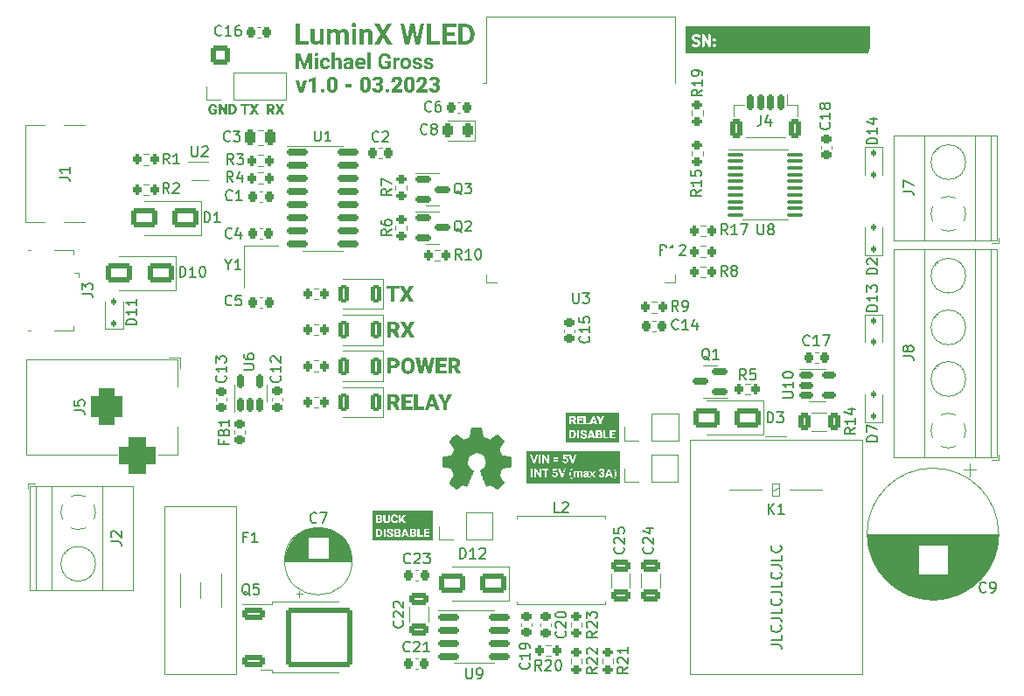
<source format=gbr>
G04 #@! TF.GenerationSoftware,KiCad,Pcbnew,(7.0.0)*
G04 #@! TF.CreationDate,2023-03-27T00:55:10+02:00*
G04 #@! TF.ProjectId,LuminX WLED,4c756d69-6e58-4205-974c-45442e6b6963,1.0*
G04 #@! TF.SameCoordinates,Original*
G04 #@! TF.FileFunction,Legend,Top*
G04 #@! TF.FilePolarity,Positive*
%FSLAX46Y46*%
G04 Gerber Fmt 4.6, Leading zero omitted, Abs format (unit mm)*
G04 Created by KiCad (PCBNEW (7.0.0)) date 2023-03-27 00:55:10*
%MOMM*%
%LPD*%
G01*
G04 APERTURE LIST*
G04 Aperture macros list*
%AMRoundRect*
0 Rectangle with rounded corners*
0 $1 Rounding radius*
0 $2 $3 $4 $5 $6 $7 $8 $9 X,Y pos of 4 corners*
0 Add a 4 corners polygon primitive as box body*
4,1,4,$2,$3,$4,$5,$6,$7,$8,$9,$2,$3,0*
0 Add four circle primitives for the rounded corners*
1,1,$1+$1,$2,$3*
1,1,$1+$1,$4,$5*
1,1,$1+$1,$6,$7*
1,1,$1+$1,$8,$9*
0 Add four rect primitives between the rounded corners*
20,1,$1+$1,$2,$3,$4,$5,0*
20,1,$1+$1,$4,$5,$6,$7,0*
20,1,$1+$1,$6,$7,$8,$9,0*
20,1,$1+$1,$8,$9,$2,$3,0*%
G04 Aperture macros list end*
%ADD10C,0.200000*%
%ADD11C,0.152400*%
%ADD12C,0.304800*%
%ADD13C,0.400000*%
%ADD14C,0.300000*%
%ADD15C,0.250000*%
%ADD16C,0.150000*%
%ADD17C,0.120000*%
%ADD18C,0.010000*%
%ADD19RoundRect,0.225000X0.250000X-0.225000X0.250000X0.225000X-0.250000X0.225000X-0.250000X-0.225000X0*%
%ADD20R,2.500000X2.500000*%
%ADD21O,2.500000X2.500000*%
%ADD22RoundRect,0.200000X0.275000X-0.200000X0.275000X0.200000X-0.275000X0.200000X-0.275000X-0.200000X0*%
%ADD23RoundRect,0.250000X1.000000X0.650000X-1.000000X0.650000X-1.000000X-0.650000X1.000000X-0.650000X0*%
%ADD24R,1.700000X1.700000*%
%ADD25O,1.700000X1.700000*%
%ADD26RoundRect,0.200000X0.200000X0.275000X-0.200000X0.275000X-0.200000X-0.275000X0.200000X-0.275000X0*%
%ADD27RoundRect,0.200000X-0.200000X-0.275000X0.200000X-0.275000X0.200000X0.275000X-0.200000X0.275000X0*%
%ADD28R,1.200000X1.400000*%
%ADD29RoundRect,0.200000X-0.275000X0.200000X-0.275000X-0.200000X0.275000X-0.200000X0.275000X0.200000X0*%
%ADD30RoundRect,0.150000X-0.825000X-0.150000X0.825000X-0.150000X0.825000X0.150000X-0.825000X0.150000X0*%
%ADD31C,0.800000*%
%ADD32C,6.400000*%
%ADD33RoundRect,0.150000X0.150000X0.625000X-0.150000X0.625000X-0.150000X-0.625000X0.150000X-0.625000X0*%
%ADD34RoundRect,0.250000X0.350000X0.650000X-0.350000X0.650000X-0.350000X-0.650000X0.350000X-0.650000X0*%
%ADD35RoundRect,0.225000X0.225000X0.250000X-0.225000X0.250000X-0.225000X-0.250000X0.225000X-0.250000X0*%
%ADD36R,2.400000X2.400000*%
%ADD37C,2.400000*%
%ADD38RoundRect,0.100000X-0.637500X-0.100000X0.637500X-0.100000X0.637500X0.100000X-0.637500X0.100000X0*%
%ADD39RoundRect,0.150000X-0.512500X-0.150000X0.512500X-0.150000X0.512500X0.150000X-0.512500X0.150000X0*%
%ADD40O,1.800000X2.400000*%
%ADD41RoundRect,0.190000X0.285000X0.685000X-0.285000X0.685000X-0.285000X-0.685000X0.285000X-0.685000X0*%
%ADD42C,0.650000*%
%ADD43R,1.450000X0.600000*%
%ADD44R,1.450000X0.300000*%
%ADD45O,2.100000X1.000000*%
%ADD46O,1.600000X1.000000*%
%ADD47C,2.780000*%
%ADD48RoundRect,0.225000X-0.225000X-0.250000X0.225000X-0.250000X0.225000X0.250000X-0.225000X0.250000X0*%
%ADD49RoundRect,0.150000X0.587500X0.150000X-0.587500X0.150000X-0.587500X-0.150000X0.587500X-0.150000X0*%
%ADD50RoundRect,0.112500X0.112500X-0.187500X0.112500X0.187500X-0.112500X0.187500X-0.112500X-0.187500X0*%
%ADD51RoundRect,0.150000X-0.587500X-0.150000X0.587500X-0.150000X0.587500X0.150000X-0.587500X0.150000X0*%
%ADD52R,2.600000X2.600000*%
%ADD53C,2.600000*%
%ADD54R,0.500000X0.375000*%
%ADD55R,0.650000X0.300000*%
%ADD56R,3.500000X3.500000*%
%ADD57RoundRect,0.750000X-0.750000X-1.000000X0.750000X-1.000000X0.750000X1.000000X-0.750000X1.000000X0*%
%ADD58RoundRect,0.875000X-0.875000X-0.875000X0.875000X-0.875000X0.875000X0.875000X-0.875000X0.875000X0*%
%ADD59RoundRect,0.243750X0.243750X0.456250X-0.243750X0.456250X-0.243750X-0.456250X0.243750X-0.456250X0*%
%ADD60RoundRect,0.250000X-0.650000X0.325000X-0.650000X-0.325000X0.650000X-0.325000X0.650000X0.325000X0*%
%ADD61R,2.200000X7.500000*%
%ADD62RoundRect,0.250000X0.650000X-0.325000X0.650000X0.325000X-0.650000X0.325000X-0.650000X-0.325000X0*%
%ADD63R,1.600000X1.600000*%
%ADD64C,1.600000*%
%ADD65RoundRect,0.218750X0.256250X-0.218750X0.256250X0.218750X-0.256250X0.218750X-0.256250X-0.218750X0*%
%ADD66R,1.350000X0.400000*%
%ADD67O,1.900000X1.200000*%
%ADD68R,1.900000X1.200000*%
%ADD69C,1.450000*%
%ADD70R,1.900000X1.500000*%
%ADD71R,1.500000X0.900000*%
%ADD72R,0.900000X1.500000*%
%ADD73C,0.600000*%
%ADD74R,3.800000X3.800000*%
%ADD75RoundRect,0.112500X-0.112500X0.187500X-0.112500X-0.187500X0.112500X-0.187500X0.112500X0.187500X0*%
%ADD76RoundRect,0.250000X-0.850000X-0.350000X0.850000X-0.350000X0.850000X0.350000X-0.850000X0.350000X0*%
%ADD77RoundRect,0.249997X-2.950003X-2.650003X2.950003X-2.650003X2.950003X2.650003X-2.950003X2.650003X0*%
%ADD78RoundRect,0.150000X0.150000X-0.512500X0.150000X0.512500X-0.150000X0.512500X-0.150000X-0.512500X0*%
%ADD79RoundRect,0.250000X0.250000X0.475000X-0.250000X0.475000X-0.250000X-0.475000X0.250000X-0.475000X0*%
%ADD80RoundRect,0.225000X-0.250000X0.225000X-0.250000X-0.225000X0.250000X-0.225000X0.250000X0.225000X0*%
%ADD81RoundRect,0.250000X-0.312500X-0.625000X0.312500X-0.625000X0.312500X0.625000X-0.312500X0.625000X0*%
%ADD82R,1.050000X1.500000*%
%ADD83O,1.050000X1.500000*%
%ADD84RoundRect,0.250200X-0.649800X-0.649800X0.649800X-0.649800X0.649800X0.649800X-0.649800X0.649800X0*%
%ADD85C,1.800000*%
%ADD86O,1.600000X1.600000*%
G04 APERTURE END LIST*
D10*
X165332379Y-131576190D02*
X166046665Y-131576190D01*
X166046665Y-131576190D02*
X166189522Y-131623809D01*
X166189522Y-131623809D02*
X166284760Y-131719047D01*
X166284760Y-131719047D02*
X166332379Y-131861904D01*
X166332379Y-131861904D02*
X166332379Y-131957142D01*
X166332379Y-130623809D02*
X166332379Y-131099999D01*
X166332379Y-131099999D02*
X165332379Y-131099999D01*
X166237141Y-129719047D02*
X166284760Y-129766666D01*
X166284760Y-129766666D02*
X166332379Y-129909523D01*
X166332379Y-129909523D02*
X166332379Y-130004761D01*
X166332379Y-130004761D02*
X166284760Y-130147618D01*
X166284760Y-130147618D02*
X166189522Y-130242856D01*
X166189522Y-130242856D02*
X166094284Y-130290475D01*
X166094284Y-130290475D02*
X165903808Y-130338094D01*
X165903808Y-130338094D02*
X165760951Y-130338094D01*
X165760951Y-130338094D02*
X165570475Y-130290475D01*
X165570475Y-130290475D02*
X165475237Y-130242856D01*
X165475237Y-130242856D02*
X165379999Y-130147618D01*
X165379999Y-130147618D02*
X165332379Y-130004761D01*
X165332379Y-130004761D02*
X165332379Y-129909523D01*
X165332379Y-129909523D02*
X165379999Y-129766666D01*
X165379999Y-129766666D02*
X165427618Y-129719047D01*
X165332379Y-129004761D02*
X166046665Y-129004761D01*
X166046665Y-129004761D02*
X166189522Y-129052380D01*
X166189522Y-129052380D02*
X166284760Y-129147618D01*
X166284760Y-129147618D02*
X166332379Y-129290475D01*
X166332379Y-129290475D02*
X166332379Y-129385713D01*
X166332379Y-128052380D02*
X166332379Y-128528570D01*
X166332379Y-128528570D02*
X165332379Y-128528570D01*
X166237141Y-127147618D02*
X166284760Y-127195237D01*
X166284760Y-127195237D02*
X166332379Y-127338094D01*
X166332379Y-127338094D02*
X166332379Y-127433332D01*
X166332379Y-127433332D02*
X166284760Y-127576189D01*
X166284760Y-127576189D02*
X166189522Y-127671427D01*
X166189522Y-127671427D02*
X166094284Y-127719046D01*
X166094284Y-127719046D02*
X165903808Y-127766665D01*
X165903808Y-127766665D02*
X165760951Y-127766665D01*
X165760951Y-127766665D02*
X165570475Y-127719046D01*
X165570475Y-127719046D02*
X165475237Y-127671427D01*
X165475237Y-127671427D02*
X165379999Y-127576189D01*
X165379999Y-127576189D02*
X165332379Y-127433332D01*
X165332379Y-127433332D02*
X165332379Y-127338094D01*
X165332379Y-127338094D02*
X165379999Y-127195237D01*
X165379999Y-127195237D02*
X165427618Y-127147618D01*
X165332379Y-126433332D02*
X166046665Y-126433332D01*
X166046665Y-126433332D02*
X166189522Y-126480951D01*
X166189522Y-126480951D02*
X166284760Y-126576189D01*
X166284760Y-126576189D02*
X166332379Y-126719046D01*
X166332379Y-126719046D02*
X166332379Y-126814284D01*
X166332379Y-125480951D02*
X166332379Y-125957141D01*
X166332379Y-125957141D02*
X165332379Y-125957141D01*
X166237141Y-124576189D02*
X166284760Y-124623808D01*
X166284760Y-124623808D02*
X166332379Y-124766665D01*
X166332379Y-124766665D02*
X166332379Y-124861903D01*
X166332379Y-124861903D02*
X166284760Y-125004760D01*
X166284760Y-125004760D02*
X166189522Y-125099998D01*
X166189522Y-125099998D02*
X166094284Y-125147617D01*
X166094284Y-125147617D02*
X165903808Y-125195236D01*
X165903808Y-125195236D02*
X165760951Y-125195236D01*
X165760951Y-125195236D02*
X165570475Y-125147617D01*
X165570475Y-125147617D02*
X165475237Y-125099998D01*
X165475237Y-125099998D02*
X165379999Y-125004760D01*
X165379999Y-125004760D02*
X165332379Y-124861903D01*
X165332379Y-124861903D02*
X165332379Y-124766665D01*
X165332379Y-124766665D02*
X165379999Y-124623808D01*
X165379999Y-124623808D02*
X165427618Y-124576189D01*
X165332379Y-123861903D02*
X166046665Y-123861903D01*
X166046665Y-123861903D02*
X166189522Y-123909522D01*
X166189522Y-123909522D02*
X166284760Y-124004760D01*
X166284760Y-124004760D02*
X166332379Y-124147617D01*
X166332379Y-124147617D02*
X166332379Y-124242855D01*
X166332379Y-122909522D02*
X166332379Y-123385712D01*
X166332379Y-123385712D02*
X165332379Y-123385712D01*
X166237141Y-122004760D02*
X166284760Y-122052379D01*
X166284760Y-122052379D02*
X166332379Y-122195236D01*
X166332379Y-122195236D02*
X166332379Y-122290474D01*
X166332379Y-122290474D02*
X166284760Y-122433331D01*
X166284760Y-122433331D02*
X166189522Y-122528569D01*
X166189522Y-122528569D02*
X166094284Y-122576188D01*
X166094284Y-122576188D02*
X165903808Y-122623807D01*
X165903808Y-122623807D02*
X165760951Y-122623807D01*
X165760951Y-122623807D02*
X165570475Y-122576188D01*
X165570475Y-122576188D02*
X165475237Y-122528569D01*
X165475237Y-122528569D02*
X165379999Y-122433331D01*
X165379999Y-122433331D02*
X165332379Y-122290474D01*
X165332379Y-122290474D02*
X165332379Y-122195236D01*
X165332379Y-122195236D02*
X165379999Y-122052379D01*
X165379999Y-122052379D02*
X165427618Y-122004760D01*
D11*
G36*
X147523636Y-115192088D02*
G01*
X147518725Y-115200259D01*
X147513047Y-115207896D01*
X147506604Y-115215001D01*
X147499395Y-115221572D01*
X147493077Y-115226445D01*
X147486268Y-115230977D01*
X147478969Y-115235167D01*
X147471339Y-115238890D01*
X147463534Y-115242116D01*
X147455556Y-115244845D01*
X147447404Y-115247079D01*
X147439079Y-115248816D01*
X147430580Y-115250056D01*
X147421907Y-115250801D01*
X147413060Y-115251049D01*
X147404121Y-115250742D01*
X147395665Y-115249821D01*
X147387693Y-115248285D01*
X147378409Y-115245502D01*
X147369881Y-115241760D01*
X147362108Y-115237057D01*
X147355092Y-115231395D01*
X147352520Y-115228897D01*
X147346816Y-115222284D01*
X147342148Y-115215148D01*
X147338518Y-115207488D01*
X147335925Y-115199305D01*
X147334369Y-115190598D01*
X147333851Y-115181368D01*
X147334446Y-115171839D01*
X147335858Y-115161647D01*
X147338156Y-115152111D01*
X147341342Y-115143234D01*
X147345414Y-115135014D01*
X147350374Y-115127451D01*
X147356221Y-115120547D01*
X147362956Y-115114299D01*
X147370577Y-115108710D01*
X147379085Y-115103778D01*
X147388481Y-115099503D01*
X147398764Y-115095887D01*
X147409934Y-115092927D01*
X147421991Y-115090626D01*
X147434935Y-115088982D01*
X147448766Y-115087995D01*
X147463485Y-115087667D01*
X147523636Y-115087667D01*
X147523636Y-115192088D01*
G37*
G36*
X149745082Y-115056896D02*
G01*
X149541797Y-115056896D01*
X149642844Y-114754152D01*
X149745082Y-115056896D01*
G37*
G36*
X150708981Y-115960644D02*
G01*
X141659256Y-115960644D01*
X141659256Y-114548683D01*
X142083180Y-114548683D01*
X142083180Y-115361824D01*
X142250731Y-115361824D01*
X142250731Y-114548683D01*
X142403790Y-114548683D01*
X142403790Y-115361824D01*
X142571143Y-115361824D01*
X142571143Y-114826811D01*
X142897313Y-115361824D01*
X143064864Y-115361824D01*
X143064864Y-114548683D01*
X143140500Y-114548683D01*
X143140500Y-114684273D01*
X143386070Y-114684273D01*
X143386070Y-115361824D01*
X143553622Y-115361824D01*
X143553622Y-115136900D01*
X144129530Y-115136900D01*
X144129961Y-115145502D01*
X144130659Y-115153988D01*
X144131624Y-115162358D01*
X144132855Y-115170611D01*
X144134353Y-115178748D01*
X144136118Y-115186769D01*
X144138150Y-115194673D01*
X144140448Y-115202461D01*
X144143014Y-115210133D01*
X144145846Y-115217688D01*
X144148945Y-115225127D01*
X144152310Y-115232450D01*
X144155942Y-115239657D01*
X144159841Y-115246747D01*
X144164007Y-115253721D01*
X144168440Y-115260578D01*
X144173110Y-115267258D01*
X144177987Y-115273749D01*
X144183073Y-115280050D01*
X144188366Y-115286162D01*
X144193868Y-115292085D01*
X144199577Y-115297819D01*
X144205493Y-115303364D01*
X144211618Y-115308719D01*
X144217951Y-115313885D01*
X144224491Y-115318862D01*
X144231239Y-115323650D01*
X144238195Y-115328249D01*
X144245359Y-115332658D01*
X144252730Y-115336878D01*
X144260310Y-115340909D01*
X144268097Y-115344751D01*
X144276029Y-115348357D01*
X144284044Y-115351730D01*
X144292141Y-115354871D01*
X144300320Y-115357779D01*
X144308581Y-115360454D01*
X144316924Y-115362897D01*
X144325349Y-115365107D01*
X144333857Y-115367084D01*
X144342447Y-115368829D01*
X144351119Y-115370341D01*
X144359873Y-115371621D01*
X144368710Y-115372668D01*
X144377629Y-115373482D01*
X144386629Y-115374064D01*
X144395713Y-115374412D01*
X144404878Y-115374529D01*
X144415337Y-115374395D01*
X144425620Y-115373992D01*
X144435728Y-115373321D01*
X144445661Y-115372382D01*
X144455419Y-115371175D01*
X144465002Y-115369699D01*
X144474409Y-115367955D01*
X144483641Y-115365943D01*
X144492698Y-115363662D01*
X144501579Y-115361113D01*
X144510285Y-115358296D01*
X144518816Y-115355210D01*
X144527172Y-115351856D01*
X144535352Y-115348234D01*
X144543358Y-115344344D01*
X144551188Y-115340185D01*
X144558817Y-115335782D01*
X144566222Y-115331161D01*
X144573402Y-115326322D01*
X144580358Y-115321263D01*
X144587088Y-115315986D01*
X144593593Y-115310490D01*
X144599874Y-115304776D01*
X144605930Y-115298843D01*
X144611760Y-115292691D01*
X144617366Y-115286321D01*
X144622747Y-115279731D01*
X144627903Y-115272924D01*
X144632835Y-115265897D01*
X144637541Y-115258652D01*
X144642022Y-115251188D01*
X144646279Y-115243505D01*
X144650318Y-115235625D01*
X144654096Y-115227617D01*
X144657613Y-115219483D01*
X144660870Y-115211221D01*
X144663867Y-115202832D01*
X144666602Y-115194316D01*
X144669078Y-115185672D01*
X144671293Y-115176902D01*
X144673247Y-115168004D01*
X144674940Y-115158979D01*
X144676373Y-115149827D01*
X144677546Y-115140547D01*
X144678458Y-115131141D01*
X144679109Y-115121607D01*
X144679500Y-115111947D01*
X144679630Y-115102159D01*
X144679373Y-115086179D01*
X144678601Y-115070650D01*
X144677313Y-115055570D01*
X144675511Y-115040940D01*
X144673194Y-115026760D01*
X144670362Y-115013029D01*
X144667015Y-114999748D01*
X144663153Y-114986917D01*
X144658776Y-114974536D01*
X144653885Y-114962605D01*
X144648478Y-114951123D01*
X144642557Y-114940091D01*
X144636120Y-114929509D01*
X144629169Y-114919377D01*
X144621703Y-114909694D01*
X144613722Y-114900462D01*
X144605287Y-114891711D01*
X144596460Y-114883525D01*
X144587240Y-114875904D01*
X144577628Y-114868847D01*
X144567624Y-114862355D01*
X144557227Y-114856427D01*
X144546438Y-114851064D01*
X144535256Y-114846266D01*
X144523682Y-114842031D01*
X144511716Y-114838362D01*
X144499357Y-114835257D01*
X144486606Y-114832717D01*
X144473463Y-114830741D01*
X144459927Y-114829329D01*
X144445999Y-114828482D01*
X144431678Y-114828200D01*
X144427640Y-114828230D01*
X144419606Y-114828471D01*
X144411628Y-114828951D01*
X144403706Y-114829673D01*
X144391928Y-114831205D01*
X144380275Y-114833279D01*
X144368747Y-114835893D01*
X144357345Y-114839048D01*
X144346069Y-114842744D01*
X144338622Y-114845509D01*
X144331230Y-114848514D01*
X144323894Y-114851759D01*
X144316614Y-114855245D01*
X144309389Y-114858971D01*
X144329440Y-114683280D01*
X144652830Y-114683280D01*
X144652830Y-114548683D01*
X144727672Y-114548683D01*
X145009572Y-115361824D01*
X145184270Y-115361824D01*
X145288977Y-115061065D01*
X145819734Y-115061065D01*
X145820133Y-115076362D01*
X145820786Y-115091581D01*
X145821691Y-115106723D01*
X145822848Y-115121787D01*
X145824259Y-115136774D01*
X145825922Y-115151683D01*
X145827839Y-115166515D01*
X145830008Y-115181269D01*
X145832429Y-115195946D01*
X145835104Y-115210545D01*
X145838031Y-115225066D01*
X145841212Y-115239510D01*
X145844645Y-115253876D01*
X145848330Y-115268165D01*
X145852269Y-115282376D01*
X145856460Y-115296510D01*
X145860923Y-115310501D01*
X145865626Y-115324284D01*
X145870570Y-115337860D01*
X145875754Y-115351227D01*
X145881179Y-115364387D01*
X145886843Y-115377339D01*
X145892749Y-115390083D01*
X145898894Y-115402619D01*
X145905280Y-115414948D01*
X145911907Y-115427069D01*
X145918773Y-115438981D01*
X145925881Y-115450686D01*
X145933228Y-115462183D01*
X145940816Y-115473473D01*
X145948645Y-115484554D01*
X145956713Y-115495428D01*
X145964967Y-115506018D01*
X145973299Y-115516201D01*
X145981711Y-115525976D01*
X145990201Y-115535343D01*
X145998771Y-115544302D01*
X146007420Y-115552853D01*
X146016148Y-115560996D01*
X146024955Y-115568732D01*
X146033841Y-115576059D01*
X146042806Y-115582979D01*
X146051850Y-115589490D01*
X146060974Y-115595594D01*
X146070176Y-115601290D01*
X146079458Y-115606578D01*
X146088819Y-115611458D01*
X146098258Y-115615930D01*
X146129625Y-115530566D01*
X150046634Y-115530566D01*
X150077802Y-115615930D01*
X150087468Y-115611518D01*
X150097059Y-115606671D01*
X150106575Y-115601387D01*
X150116017Y-115595668D01*
X150125385Y-115589513D01*
X150134678Y-115582923D01*
X150143897Y-115575896D01*
X150153041Y-115568434D01*
X150162111Y-115560536D01*
X150171107Y-115552202D01*
X150180028Y-115543432D01*
X150188874Y-115534226D01*
X150197647Y-115524585D01*
X150206344Y-115514508D01*
X150214967Y-115503994D01*
X150223516Y-115493046D01*
X150231904Y-115481773D01*
X150240043Y-115470287D01*
X150247934Y-115458589D01*
X150255577Y-115446679D01*
X150262972Y-115434556D01*
X150270119Y-115422220D01*
X150277018Y-115409672D01*
X150283668Y-115396912D01*
X150290070Y-115383939D01*
X150296224Y-115370754D01*
X150302130Y-115357356D01*
X150307788Y-115343746D01*
X150313198Y-115329923D01*
X150318359Y-115315888D01*
X150323273Y-115301640D01*
X150327938Y-115287180D01*
X150332337Y-115272551D01*
X150336453Y-115257848D01*
X150340284Y-115243071D01*
X150343832Y-115228219D01*
X150347096Y-115213293D01*
X150350076Y-115198292D01*
X150352773Y-115183217D01*
X150355185Y-115168067D01*
X150357314Y-115152843D01*
X150359159Y-115137545D01*
X150360720Y-115122172D01*
X150361997Y-115106725D01*
X150362990Y-115091203D01*
X150363700Y-115075606D01*
X150364125Y-115059936D01*
X150364267Y-115044191D01*
X150364267Y-115019177D01*
X150363906Y-115003775D01*
X150363269Y-114988440D01*
X150362355Y-114973172D01*
X150361165Y-114957971D01*
X150359700Y-114942836D01*
X150357958Y-114927768D01*
X150355940Y-114912766D01*
X150353647Y-114897831D01*
X150351077Y-114882963D01*
X150348231Y-114868162D01*
X150345109Y-114853427D01*
X150341710Y-114838759D01*
X150338036Y-114824158D01*
X150334086Y-114809623D01*
X150329860Y-114795155D01*
X150325357Y-114780754D01*
X150320599Y-114766497D01*
X150315605Y-114752461D01*
X150310375Y-114738648D01*
X150304910Y-114725056D01*
X150299208Y-114711686D01*
X150293271Y-114698538D01*
X150287099Y-114685612D01*
X150280690Y-114672907D01*
X150274046Y-114660425D01*
X150267166Y-114648164D01*
X150260050Y-114636125D01*
X150252699Y-114624307D01*
X150245112Y-114612711D01*
X150237289Y-114601338D01*
X150229230Y-114590186D01*
X150220935Y-114579255D01*
X150212513Y-114568645D01*
X150204021Y-114558454D01*
X150195459Y-114548682D01*
X150186827Y-114539328D01*
X150178126Y-114530393D01*
X150169354Y-114521877D01*
X150160513Y-114513779D01*
X150151602Y-114506101D01*
X150142621Y-114498841D01*
X150133571Y-114491999D01*
X150124451Y-114485577D01*
X150115261Y-114479573D01*
X150106001Y-114473988D01*
X150096671Y-114468822D01*
X150087271Y-114464075D01*
X150077802Y-114459746D01*
X150046634Y-114545110D01*
X150056668Y-114553324D01*
X150066421Y-114562034D01*
X150075894Y-114571240D01*
X150085085Y-114580943D01*
X150093996Y-114591142D01*
X150102627Y-114601837D01*
X150110976Y-114613029D01*
X150119045Y-114624717D01*
X150126833Y-114636901D01*
X150134340Y-114649581D01*
X150141567Y-114662758D01*
X150148513Y-114676431D01*
X150155178Y-114690601D01*
X150158405Y-114697871D01*
X150161562Y-114705266D01*
X150164649Y-114712785D01*
X150167666Y-114720428D01*
X150170613Y-114728195D01*
X150173489Y-114736087D01*
X150176298Y-114744079D01*
X150179018Y-114752148D01*
X150181649Y-114760295D01*
X150184191Y-114768520D01*
X150186643Y-114776822D01*
X150189006Y-114785202D01*
X150191280Y-114793659D01*
X150193465Y-114802194D01*
X150195561Y-114810806D01*
X150197567Y-114819496D01*
X150199485Y-114828264D01*
X150201313Y-114837109D01*
X150203052Y-114846031D01*
X150204702Y-114855031D01*
X150206262Y-114864109D01*
X150207734Y-114873264D01*
X150209116Y-114882497D01*
X150210409Y-114891807D01*
X150211613Y-114901195D01*
X150212728Y-114910661D01*
X150213753Y-114920204D01*
X150214690Y-114929824D01*
X150215537Y-114939522D01*
X150216295Y-114949298D01*
X150216964Y-114959151D01*
X150217544Y-114969082D01*
X150218034Y-114979090D01*
X150218435Y-114989176D01*
X150218748Y-114999339D01*
X150218970Y-115009580D01*
X150219104Y-115019898D01*
X150219149Y-115030294D01*
X150219149Y-115059874D01*
X150218994Y-115069962D01*
X150218753Y-115079976D01*
X150218426Y-115089918D01*
X150218014Y-115099786D01*
X150217515Y-115109580D01*
X150216929Y-115119302D01*
X150216258Y-115128950D01*
X150215501Y-115138525D01*
X150214658Y-115148027D01*
X150213728Y-115157455D01*
X150212713Y-115166810D01*
X150211611Y-115176092D01*
X150210424Y-115185301D01*
X150209150Y-115194436D01*
X150207790Y-115203498D01*
X150206344Y-115212486D01*
X150204812Y-115221402D01*
X150203194Y-115230244D01*
X150201490Y-115239013D01*
X150199700Y-115247708D01*
X150197824Y-115256331D01*
X150195861Y-115264880D01*
X150193813Y-115273355D01*
X150191679Y-115281758D01*
X150189458Y-115290087D01*
X150187151Y-115298343D01*
X150184759Y-115306525D01*
X150182280Y-115314635D01*
X150179715Y-115322671D01*
X150177064Y-115330633D01*
X150174327Y-115338523D01*
X150171504Y-115346339D01*
X150168617Y-115354055D01*
X150165665Y-115361645D01*
X150162648Y-115369109D01*
X150159565Y-115376446D01*
X150153202Y-115390741D01*
X150146577Y-115404530D01*
X150139690Y-115417814D01*
X150132541Y-115430592D01*
X150125130Y-115442865D01*
X150117457Y-115454632D01*
X150109521Y-115465893D01*
X150101324Y-115476649D01*
X150092864Y-115486899D01*
X150084142Y-115496644D01*
X150075159Y-115505883D01*
X150065913Y-115514616D01*
X150056405Y-115522844D01*
X150046634Y-115530566D01*
X146129625Y-115530566D01*
X146124487Y-115526595D01*
X146114433Y-115518277D01*
X146104671Y-115509459D01*
X146095203Y-115500139D01*
X146086027Y-115490318D01*
X146077145Y-115479997D01*
X146068556Y-115469174D01*
X146060260Y-115457851D01*
X146052257Y-115446027D01*
X146044547Y-115433701D01*
X146037131Y-115420875D01*
X146030007Y-115407548D01*
X146023177Y-115393720D01*
X146016640Y-115379390D01*
X146013481Y-115372038D01*
X146010395Y-115364560D01*
X146007383Y-115356957D01*
X146004445Y-115349229D01*
X146001579Y-115341376D01*
X145998806Y-115333406D01*
X145996122Y-115325354D01*
X145993525Y-115317219D01*
X145991017Y-115309002D01*
X145988597Y-115300701D01*
X145986264Y-115292319D01*
X145984020Y-115283854D01*
X145981863Y-115275306D01*
X145979795Y-115266675D01*
X145977815Y-115257962D01*
X145975922Y-115249167D01*
X145974118Y-115240289D01*
X145972402Y-115231328D01*
X145970773Y-115222284D01*
X145969233Y-115213159D01*
X145967781Y-115203950D01*
X145966417Y-115194659D01*
X145965140Y-115185285D01*
X145963952Y-115175829D01*
X145962852Y-115166290D01*
X145961840Y-115156669D01*
X145960916Y-115146965D01*
X145960079Y-115137178D01*
X145959331Y-115127309D01*
X145958671Y-115117357D01*
X145958099Y-115107322D01*
X145957615Y-115097205D01*
X145957219Y-115087006D01*
X145956911Y-115076724D01*
X145956691Y-115066359D01*
X145956559Y-115055912D01*
X145956515Y-115045382D01*
X145956515Y-115028110D01*
X145956559Y-115017618D01*
X145956693Y-115007208D01*
X145956916Y-114996880D01*
X145957228Y-114986635D01*
X145957630Y-114976473D01*
X145958120Y-114966393D01*
X145958700Y-114956396D01*
X145959369Y-114946481D01*
X145960127Y-114936649D01*
X145960974Y-114926900D01*
X145961910Y-114917233D01*
X145962936Y-114907649D01*
X145964050Y-114898147D01*
X145965254Y-114888728D01*
X145966547Y-114879392D01*
X145967930Y-114870138D01*
X145969401Y-114860966D01*
X145970962Y-114851878D01*
X145972612Y-114842871D01*
X145974351Y-114833948D01*
X145976179Y-114825107D01*
X145978096Y-114816349D01*
X145980103Y-114807673D01*
X145982198Y-114799080D01*
X145984383Y-114790569D01*
X145986657Y-114782141D01*
X145989021Y-114773796D01*
X145991473Y-114765533D01*
X145994015Y-114757353D01*
X145995764Y-114751968D01*
X146211812Y-114751968D01*
X146211812Y-115361824D01*
X146373209Y-115361824D01*
X146373209Y-114939570D01*
X146375170Y-114936102D01*
X146381495Y-114926356D01*
X146388486Y-114917602D01*
X146396144Y-114909839D01*
X146404469Y-114903066D01*
X146413460Y-114897285D01*
X146423117Y-114892495D01*
X146433441Y-114888696D01*
X146444432Y-114885888D01*
X146456089Y-114884071D01*
X146464230Y-114883411D01*
X146472668Y-114883190D01*
X146475742Y-114883213D01*
X146484623Y-114883553D01*
X146492995Y-114884302D01*
X146503364Y-114885935D01*
X146512828Y-114888294D01*
X146521386Y-114891379D01*
X146529038Y-114895189D01*
X146535785Y-114899726D01*
X146542945Y-114906417D01*
X146547784Y-114912671D01*
X146551977Y-114919817D01*
X146555526Y-114927857D01*
X146558429Y-114936791D01*
X146560687Y-114946618D01*
X146561958Y-114954574D01*
X146562865Y-114963033D01*
X146563409Y-114971994D01*
X146563591Y-114981458D01*
X146563591Y-115361824D01*
X146724988Y-115361824D01*
X146724392Y-114951680D01*
X146726185Y-114947466D01*
X146730032Y-114939440D01*
X146734225Y-114931949D01*
X146738767Y-114924993D01*
X146743655Y-114918572D01*
X146751639Y-114909944D01*
X146760405Y-114902520D01*
X146769953Y-114896300D01*
X146780282Y-114891283D01*
X146791393Y-114887471D01*
X146799235Y-114885598D01*
X146807424Y-114884261D01*
X146815960Y-114883458D01*
X146824844Y-114883190D01*
X146827990Y-114883213D01*
X146837068Y-114883556D01*
X146845606Y-114884311D01*
X146856147Y-114885958D01*
X146865728Y-114888338D01*
X146874346Y-114891449D01*
X146882003Y-114895292D01*
X146888699Y-114899867D01*
X146895716Y-114906616D01*
X146900462Y-114912900D01*
X146904575Y-114920041D01*
X146908055Y-114928037D01*
X146910903Y-114936890D01*
X146913117Y-114946599D01*
X146914363Y-114954443D01*
X146915253Y-114962768D01*
X146915787Y-114971574D01*
X146915965Y-114980862D01*
X146915965Y-115361824D01*
X147077759Y-115361824D01*
X147077759Y-115193280D01*
X147172453Y-115193280D01*
X147172681Y-115202953D01*
X147173365Y-115212418D01*
X147174505Y-115221676D01*
X147176101Y-115230725D01*
X147178153Y-115239567D01*
X147180661Y-115248201D01*
X147183625Y-115256628D01*
X147187045Y-115264846D01*
X147190920Y-115272857D01*
X147195252Y-115280660D01*
X147200040Y-115288255D01*
X147205284Y-115295642D01*
X147210983Y-115302821D01*
X147217139Y-115309792D01*
X147223751Y-115316556D01*
X147230818Y-115323112D01*
X147238233Y-115329338D01*
X147245884Y-115335163D01*
X147253773Y-115340586D01*
X147261899Y-115345607D01*
X147270263Y-115350226D01*
X147278864Y-115354444D01*
X147287702Y-115358260D01*
X147296777Y-115361675D01*
X147306090Y-115364687D01*
X147315639Y-115367298D01*
X147325427Y-115369508D01*
X147335451Y-115371315D01*
X147345713Y-115372721D01*
X147356212Y-115373725D01*
X147366948Y-115374328D01*
X147377922Y-115374529D01*
X147389522Y-115374275D01*
X147400845Y-115373515D01*
X147411892Y-115372247D01*
X147422664Y-115370472D01*
X147433159Y-115368189D01*
X147443378Y-115365400D01*
X147453321Y-115362103D01*
X147462988Y-115358300D01*
X147472379Y-115353989D01*
X147481494Y-115349171D01*
X147490333Y-115343846D01*
X147498896Y-115338013D01*
X147507182Y-115331674D01*
X147515193Y-115324827D01*
X147522928Y-115317474D01*
X147530386Y-115309613D01*
X147530702Y-115311551D01*
X147532470Y-115320945D01*
X147534549Y-115329844D01*
X147536937Y-115338249D01*
X147539636Y-115346160D01*
X147542645Y-115353576D01*
X147546665Y-115361824D01*
X147709650Y-115361824D01*
X147756104Y-115361824D01*
X147929809Y-115361824D01*
X148037011Y-115170251D01*
X148144807Y-115361824D01*
X148317719Y-115361824D01*
X148189847Y-115139679D01*
X148641704Y-115139679D01*
X148642006Y-115152768D01*
X148642911Y-115165533D01*
X148644419Y-115177974D01*
X148646531Y-115190091D01*
X148649246Y-115201883D01*
X148652564Y-115213352D01*
X148656485Y-115224496D01*
X148661010Y-115235316D01*
X148666139Y-115245812D01*
X148671870Y-115255984D01*
X148678205Y-115265832D01*
X148685143Y-115275355D01*
X148692684Y-115284555D01*
X148700829Y-115293430D01*
X148709577Y-115301981D01*
X148718929Y-115310208D01*
X148728780Y-115317997D01*
X148738976Y-115325283D01*
X148749519Y-115332067D01*
X148760407Y-115338348D01*
X148771641Y-115344127D01*
X148783221Y-115349404D01*
X148795147Y-115354177D01*
X148807419Y-115358449D01*
X148820037Y-115362217D01*
X148833001Y-115365484D01*
X148846310Y-115368248D01*
X148859965Y-115370509D01*
X148873966Y-115372268D01*
X148888313Y-115373524D01*
X148903006Y-115374278D01*
X148918045Y-115374529D01*
X148926134Y-115374464D01*
X148934123Y-115374270D01*
X148949799Y-115373493D01*
X148965073Y-115372198D01*
X148979946Y-115370385D01*
X148994417Y-115368054D01*
X149008487Y-115365205D01*
X149022154Y-115361837D01*
X149022198Y-115361824D01*
X149262677Y-115361824D01*
X149440750Y-115361824D01*
X149496534Y-115192485D01*
X149790344Y-115192485D01*
X149846724Y-115361824D01*
X150024797Y-115361824D01*
X149720465Y-114548683D01*
X149565222Y-114548683D01*
X149376131Y-115056896D01*
X149262677Y-115361824D01*
X149022198Y-115361824D01*
X149035420Y-115357952D01*
X149048284Y-115353549D01*
X149060747Y-115348628D01*
X149072808Y-115343189D01*
X149084467Y-115337232D01*
X149095725Y-115330757D01*
X149106581Y-115323763D01*
X149117035Y-115316252D01*
X149127087Y-115308223D01*
X149136655Y-115299764D01*
X149145605Y-115290964D01*
X149153939Y-115281823D01*
X149161654Y-115272340D01*
X149168753Y-115262517D01*
X149175235Y-115252352D01*
X149181099Y-115241846D01*
X149186345Y-115230998D01*
X149190975Y-115219810D01*
X149194987Y-115208280D01*
X149198382Y-115196409D01*
X149201160Y-115184197D01*
X149203321Y-115171644D01*
X149204864Y-115158749D01*
X149205790Y-115145514D01*
X149206098Y-115131937D01*
X149205966Y-115123520D01*
X149205571Y-115115245D01*
X149204912Y-115107112D01*
X149203989Y-115099119D01*
X149202110Y-115087394D01*
X149199639Y-115075987D01*
X149196574Y-115064898D01*
X149192915Y-115054126D01*
X149188664Y-115043672D01*
X149183819Y-115033535D01*
X149178381Y-115023716D01*
X149172350Y-115014214D01*
X149170206Y-115011124D01*
X149163367Y-115002145D01*
X149155913Y-114993601D01*
X149147845Y-114985494D01*
X149139163Y-114977824D01*
X149129866Y-114970589D01*
X149123328Y-114966008D01*
X149116516Y-114961622D01*
X149109431Y-114957429D01*
X149102073Y-114953429D01*
X149094443Y-114949624D01*
X149086539Y-114946013D01*
X149078363Y-114942595D01*
X149069913Y-114939372D01*
X149076753Y-114936161D01*
X149086698Y-114931032D01*
X149096267Y-114925525D01*
X149105458Y-114919641D01*
X149114273Y-114913381D01*
X149122711Y-114906744D01*
X149130772Y-114899730D01*
X149138456Y-114892339D01*
X149145764Y-114884571D01*
X149152694Y-114876426D01*
X149159247Y-114867904D01*
X149163382Y-114862039D01*
X149169084Y-114853112D01*
X149174186Y-114844032D01*
X149178688Y-114834799D01*
X149182589Y-114825412D01*
X149185890Y-114815871D01*
X149188591Y-114806177D01*
X149190692Y-114796329D01*
X149192193Y-114786328D01*
X149193093Y-114776173D01*
X149193393Y-114765865D01*
X149193107Y-114752620D01*
X149192248Y-114739738D01*
X149190818Y-114727216D01*
X149188815Y-114715056D01*
X149186239Y-114703257D01*
X149183092Y-114691820D01*
X149179372Y-114680744D01*
X149175079Y-114670029D01*
X149170215Y-114659676D01*
X149164778Y-114649684D01*
X149158769Y-114640053D01*
X149152188Y-114630784D01*
X149145034Y-114621876D01*
X149137308Y-114613330D01*
X149129009Y-114605144D01*
X149120139Y-114597321D01*
X149115518Y-114593547D01*
X149105949Y-114586358D01*
X149095942Y-114579649D01*
X149085498Y-114573419D01*
X149074617Y-114567668D01*
X149063298Y-114562396D01*
X149051542Y-114557604D01*
X149039348Y-114553290D01*
X149026717Y-114549457D01*
X149013649Y-114546102D01*
X149000144Y-114543226D01*
X148986201Y-114540830D01*
X148971820Y-114538913D01*
X148957003Y-114537475D01*
X148941748Y-114536517D01*
X148926055Y-114536038D01*
X148918045Y-114535978D01*
X148908813Y-114536090D01*
X148899679Y-114536425D01*
X148890642Y-114536983D01*
X148881703Y-114537765D01*
X148872862Y-114538770D01*
X148864119Y-114539998D01*
X148855473Y-114541450D01*
X148846925Y-114543125D01*
X148838475Y-114545023D01*
X148830122Y-114547145D01*
X148821867Y-114549490D01*
X148813710Y-114552058D01*
X148805650Y-114554850D01*
X148797689Y-114557865D01*
X148789825Y-114561103D01*
X148782058Y-114564565D01*
X148778239Y-114566373D01*
X148770758Y-114570120D01*
X148763491Y-114574041D01*
X148756435Y-114578136D01*
X148749593Y-114582404D01*
X148742962Y-114586846D01*
X148733415Y-114593834D01*
X148724346Y-114601214D01*
X148715756Y-114608984D01*
X148707643Y-114617145D01*
X148700008Y-114625697D01*
X148692851Y-114634639D01*
X148686173Y-114643973D01*
X148682014Y-114650353D01*
X148676279Y-114660117D01*
X148671147Y-114670116D01*
X148666620Y-114680348D01*
X148662695Y-114690814D01*
X148659375Y-114701514D01*
X148656658Y-114712447D01*
X148654545Y-114723615D01*
X148653036Y-114735016D01*
X148652131Y-114746651D01*
X148651829Y-114758519D01*
X148813027Y-114758519D01*
X148813514Y-114748488D01*
X148814975Y-114738940D01*
X148817410Y-114729877D01*
X148820819Y-114721297D01*
X148825202Y-114713201D01*
X148830559Y-114705589D01*
X148836890Y-114698461D01*
X148844195Y-114691817D01*
X148852273Y-114685768D01*
X148860821Y-114680526D01*
X148869842Y-114676090D01*
X148879333Y-114672461D01*
X148889297Y-114669638D01*
X148897078Y-114668050D01*
X148905126Y-114666916D01*
X148913438Y-114666236D01*
X148922015Y-114666009D01*
X148925207Y-114666035D01*
X148934522Y-114666431D01*
X148943446Y-114667301D01*
X148951980Y-114668645D01*
X148960122Y-114670465D01*
X148967874Y-114672759D01*
X148977601Y-114676555D01*
X148986634Y-114681196D01*
X148994972Y-114686680D01*
X149002615Y-114693008D01*
X149009501Y-114700092D01*
X149015469Y-114707847D01*
X149020519Y-114716272D01*
X149024650Y-114725367D01*
X149027864Y-114735131D01*
X149029672Y-114742894D01*
X149030963Y-114751035D01*
X149031737Y-114759552D01*
X149031996Y-114768445D01*
X149031967Y-114771553D01*
X149031534Y-114780645D01*
X149030580Y-114789392D01*
X149029107Y-114797793D01*
X149027114Y-114805849D01*
X149024601Y-114813559D01*
X149020441Y-114823302D01*
X149015357Y-114832431D01*
X149009349Y-114840946D01*
X149002416Y-114848846D01*
X148998594Y-114852500D01*
X148992392Y-114857539D01*
X148985629Y-114862048D01*
X148978303Y-114866026D01*
X148970416Y-114869474D01*
X148961967Y-114872391D01*
X148952957Y-114874778D01*
X148943384Y-114876635D01*
X148933250Y-114877961D01*
X148922553Y-114878756D01*
X148911295Y-114879021D01*
X148825336Y-114879021D01*
X148825336Y-115005281D01*
X148910898Y-115005281D01*
X148919142Y-115005403D01*
X148927125Y-115005769D01*
X148942305Y-115007235D01*
X148956438Y-115009677D01*
X148969524Y-115013097D01*
X148981563Y-115017494D01*
X148992555Y-115022868D01*
X149002501Y-115029219D01*
X149011399Y-115036548D01*
X149019251Y-115044853D01*
X149026056Y-115054135D01*
X149031813Y-115064395D01*
X149036524Y-115075631D01*
X149040189Y-115087845D01*
X149042806Y-115101036D01*
X149044376Y-115115204D01*
X149044900Y-115130348D01*
X149044772Y-115136721D01*
X149044100Y-115145984D01*
X149042852Y-115154891D01*
X149041029Y-115163441D01*
X149038630Y-115171636D01*
X149035655Y-115179475D01*
X149032104Y-115186958D01*
X149027978Y-115194085D01*
X149023276Y-115200856D01*
X149017997Y-115207271D01*
X149012144Y-115213330D01*
X149007976Y-115217104D01*
X149001359Y-115222309D01*
X148994302Y-115226966D01*
X148986805Y-115231075D01*
X148978868Y-115234636D01*
X148970492Y-115237649D01*
X148961676Y-115240115D01*
X148952420Y-115242032D01*
X148942725Y-115243402D01*
X148932590Y-115244224D01*
X148922015Y-115244498D01*
X148915799Y-115244384D01*
X148906708Y-115243785D01*
X148897895Y-115242674D01*
X148889362Y-115241050D01*
X148881108Y-115238912D01*
X148873133Y-115236262D01*
X148865437Y-115233098D01*
X148858020Y-115229422D01*
X148850883Y-115225233D01*
X148844025Y-115220531D01*
X148837446Y-115215315D01*
X148835333Y-115213463D01*
X148829396Y-115207706D01*
X148824063Y-115201654D01*
X148817892Y-115193122D01*
X148812794Y-115184063D01*
X148808770Y-115174476D01*
X148805818Y-115164363D01*
X148804309Y-115156431D01*
X148803403Y-115148204D01*
X148803101Y-115139679D01*
X148641704Y-115139679D01*
X148189847Y-115139679D01*
X148138653Y-115050742D01*
X148310572Y-114751968D01*
X148138058Y-114751968D01*
X148036415Y-114934012D01*
X147936956Y-114751968D01*
X147763846Y-114751968D01*
X147935368Y-115050742D01*
X147756104Y-115361824D01*
X147709650Y-115361824D01*
X147709650Y-115352493D01*
X147706811Y-115346848D01*
X147702887Y-115337775D01*
X147699364Y-115327976D01*
X147696243Y-115317451D01*
X147693523Y-115306201D01*
X147691932Y-115298297D01*
X147690520Y-115290071D01*
X147689286Y-115281522D01*
X147688231Y-115272651D01*
X147687354Y-115263457D01*
X147686655Y-115253940D01*
X147686135Y-115244101D01*
X147685793Y-115233939D01*
X147685629Y-115223455D01*
X147685629Y-114963988D01*
X147685372Y-114951559D01*
X147684602Y-114939483D01*
X147683319Y-114927761D01*
X147681522Y-114916393D01*
X147679212Y-114905378D01*
X147676389Y-114894717D01*
X147673052Y-114884409D01*
X147669202Y-114874455D01*
X147664838Y-114864855D01*
X147659961Y-114855608D01*
X147654571Y-114846715D01*
X147648667Y-114838176D01*
X147642250Y-114829990D01*
X147635320Y-114822158D01*
X147627876Y-114814679D01*
X147619919Y-114807554D01*
X147611550Y-114800823D01*
X147602821Y-114794526D01*
X147593733Y-114788664D01*
X147584284Y-114783235D01*
X147574476Y-114778241D01*
X147564308Y-114773681D01*
X147553780Y-114769556D01*
X147542893Y-114765865D01*
X147531645Y-114762608D01*
X147520038Y-114759785D01*
X147508071Y-114757397D01*
X147495744Y-114755442D01*
X147483057Y-114753922D01*
X147470011Y-114752837D01*
X147456605Y-114752185D01*
X147442838Y-114751968D01*
X147433665Y-114752060D01*
X147424606Y-114752334D01*
X147415661Y-114752792D01*
X147406832Y-114753432D01*
X147398117Y-114754256D01*
X147389517Y-114755262D01*
X147381032Y-114756452D01*
X147372661Y-114757825D01*
X147364406Y-114759380D01*
X147356265Y-114761119D01*
X147348239Y-114763040D01*
X147340327Y-114765145D01*
X147332531Y-114767433D01*
X147324849Y-114769903D01*
X147317282Y-114772557D01*
X147309830Y-114775394D01*
X147302539Y-114778392D01*
X147291997Y-114783150D01*
X147281925Y-114788223D01*
X147272325Y-114793610D01*
X147263195Y-114799311D01*
X147254537Y-114805326D01*
X147246350Y-114811655D01*
X147238633Y-114818298D01*
X147231388Y-114825255D01*
X147224614Y-114832526D01*
X147218312Y-114840111D01*
X147214393Y-114845301D01*
X147208989Y-114853190D01*
X147204155Y-114861204D01*
X147199889Y-114869344D01*
X147196191Y-114877610D01*
X147193063Y-114886001D01*
X147190503Y-114894518D01*
X147188512Y-114903161D01*
X147187090Y-114911929D01*
X147186237Y-114920823D01*
X147185953Y-114929843D01*
X147347350Y-114929843D01*
X147347552Y-114924846D01*
X147349172Y-114915471D01*
X147352410Y-114906919D01*
X147357268Y-114899190D01*
X147363744Y-114892286D01*
X147370378Y-114887161D01*
X147373350Y-114885262D01*
X147381376Y-114881050D01*
X147390255Y-114877604D01*
X147397973Y-114875398D01*
X147406236Y-114873683D01*
X147415046Y-114872458D01*
X147424401Y-114871723D01*
X147434302Y-114871478D01*
X147437181Y-114871501D01*
X147445525Y-114871856D01*
X147455966Y-114872991D01*
X147465625Y-114874884D01*
X147474502Y-114877533D01*
X147482598Y-114880938D01*
X147489913Y-114885101D01*
X147496445Y-114890021D01*
X147502196Y-114895697D01*
X147507221Y-114901957D01*
X147511576Y-114908725D01*
X147515261Y-114916002D01*
X147518276Y-114923788D01*
X147520621Y-114932082D01*
X147522296Y-114940885D01*
X147523301Y-114950197D01*
X147523636Y-114960018D01*
X147523636Y-114993369D01*
X147449390Y-114993369D01*
X147441039Y-114993456D01*
X147432812Y-114993643D01*
X147424709Y-114993929D01*
X147416730Y-114994315D01*
X147401142Y-114995386D01*
X147386049Y-114996856D01*
X147371451Y-114998724D01*
X147357347Y-115000991D01*
X147343739Y-115003656D01*
X147330625Y-115006720D01*
X147318005Y-115010182D01*
X147305881Y-115014043D01*
X147294251Y-115018303D01*
X147283116Y-115022961D01*
X147272476Y-115028018D01*
X147262330Y-115033474D01*
X147252680Y-115039328D01*
X147243524Y-115045580D01*
X147234918Y-115052183D01*
X147226867Y-115059135D01*
X147219371Y-115066439D01*
X147212430Y-115074093D01*
X147206045Y-115082097D01*
X147200215Y-115090452D01*
X147194940Y-115099158D01*
X147190221Y-115108213D01*
X147186057Y-115117620D01*
X147182448Y-115127377D01*
X147179394Y-115137484D01*
X147176895Y-115147942D01*
X147174952Y-115158751D01*
X147173564Y-115169910D01*
X147172735Y-115181368D01*
X147172731Y-115181419D01*
X147172453Y-115193280D01*
X147077759Y-115193280D01*
X147077759Y-114979473D01*
X147077571Y-114965429D01*
X147077008Y-114951835D01*
X147076070Y-114938691D01*
X147074756Y-114925996D01*
X147073067Y-114913752D01*
X147071003Y-114901957D01*
X147068564Y-114890612D01*
X147065749Y-114879716D01*
X147062558Y-114869271D01*
X147058993Y-114859275D01*
X147055052Y-114849729D01*
X147050735Y-114840633D01*
X147046044Y-114831986D01*
X147040977Y-114823789D01*
X147035535Y-114816042D01*
X147029717Y-114808745D01*
X147023540Y-114801870D01*
X147016968Y-114795438D01*
X147010003Y-114789450D01*
X147002644Y-114783905D01*
X146994891Y-114778804D01*
X146986744Y-114774147D01*
X146978203Y-114769933D01*
X146969268Y-114766162D01*
X146959939Y-114762836D01*
X146950216Y-114759953D01*
X146940099Y-114757513D01*
X146929588Y-114755517D01*
X146918684Y-114753964D01*
X146907385Y-114752855D01*
X146895692Y-114752190D01*
X146883606Y-114751968D01*
X146869078Y-114752325D01*
X146854976Y-114753395D01*
X146841298Y-114755179D01*
X146828045Y-114757676D01*
X146815217Y-114760886D01*
X146802814Y-114764810D01*
X146790836Y-114769447D01*
X146779283Y-114774798D01*
X146768155Y-114780862D01*
X146757452Y-114787640D01*
X146747174Y-114795131D01*
X146737321Y-114803335D01*
X146727893Y-114812253D01*
X146718890Y-114821885D01*
X146710311Y-114832230D01*
X146702158Y-114843288D01*
X146696413Y-114832230D01*
X146690098Y-114821885D01*
X146683212Y-114812253D01*
X146675755Y-114803335D01*
X146667727Y-114795131D01*
X146659129Y-114787640D01*
X146649960Y-114780862D01*
X146640220Y-114774798D01*
X146629909Y-114769447D01*
X146619028Y-114764810D01*
X146607575Y-114760886D01*
X146595553Y-114757676D01*
X146582959Y-114755179D01*
X146569795Y-114753395D01*
X146556059Y-114752325D01*
X146541753Y-114751968D01*
X146528257Y-114752273D01*
X146515114Y-114753187D01*
X146502325Y-114754711D01*
X146489890Y-114756844D01*
X146477808Y-114759587D01*
X146466080Y-114762940D01*
X146454705Y-114766902D01*
X146443684Y-114771473D01*
X146433017Y-114776654D01*
X146422703Y-114782444D01*
X146412743Y-114788844D01*
X146403136Y-114795854D01*
X146393884Y-114803473D01*
X146384984Y-114811701D01*
X146376439Y-114820539D01*
X146368246Y-114829987D01*
X146363085Y-114751968D01*
X146211812Y-114751968D01*
X145995764Y-114751968D01*
X145996645Y-114749255D01*
X145999365Y-114741240D01*
X146002175Y-114733307D01*
X146005076Y-114725481D01*
X146008046Y-114717783D01*
X146011087Y-114710215D01*
X146014197Y-114702775D01*
X146020628Y-114688284D01*
X146027337Y-114674309D01*
X146034326Y-114660851D01*
X146041593Y-114647909D01*
X146049140Y-114635484D01*
X146056966Y-114623575D01*
X146065071Y-114612183D01*
X146073456Y-114601307D01*
X146082119Y-114590947D01*
X146091062Y-114581104D01*
X146100284Y-114571777D01*
X146109785Y-114562967D01*
X146119565Y-114554674D01*
X146129625Y-114546896D01*
X146098258Y-114459746D01*
X146088599Y-114464277D01*
X146079027Y-114469235D01*
X146069541Y-114474619D01*
X146060143Y-114480429D01*
X146050831Y-114486666D01*
X146041606Y-114493330D01*
X146032468Y-114500420D01*
X146023416Y-114507937D01*
X146014452Y-114515880D01*
X146005574Y-114524250D01*
X145996783Y-114533046D01*
X145988080Y-114542268D01*
X145979463Y-114551918D01*
X145970932Y-114561993D01*
X145962489Y-114572496D01*
X145954133Y-114583424D01*
X145945970Y-114594646D01*
X145938059Y-114606077D01*
X145930398Y-114617718D01*
X145922990Y-114629568D01*
X145915832Y-114641627D01*
X145908926Y-114653896D01*
X145902271Y-114666374D01*
X145895867Y-114679062D01*
X145889714Y-114691958D01*
X145883813Y-114705065D01*
X145878163Y-114718380D01*
X145872764Y-114731905D01*
X145867616Y-114745640D01*
X145862720Y-114759583D01*
X145858075Y-114773737D01*
X145853681Y-114788099D01*
X145849570Y-114802589D01*
X145845725Y-114817176D01*
X145842144Y-114831859D01*
X145838829Y-114846638D01*
X145835779Y-114861513D01*
X145832995Y-114876484D01*
X145830475Y-114891551D01*
X145828221Y-114906715D01*
X145826232Y-114921975D01*
X145824508Y-114937331D01*
X145823049Y-114952783D01*
X145821856Y-114968331D01*
X145820928Y-114983975D01*
X145820265Y-114999716D01*
X145819867Y-115015552D01*
X145819767Y-115023507D01*
X145819734Y-115031485D01*
X145819734Y-115061065D01*
X145288977Y-115061065D01*
X145467360Y-114548683D01*
X145280949Y-114548683D01*
X145096722Y-115160127D01*
X144913488Y-114548683D01*
X144727672Y-114548683D01*
X144652830Y-114548683D01*
X144197225Y-114548683D01*
X144150176Y-114962797D01*
X144278619Y-114994759D01*
X144294302Y-114980267D01*
X144298854Y-114976589D01*
X144306002Y-114971517D01*
X144313534Y-114966978D01*
X144321449Y-114962974D01*
X144329749Y-114959504D01*
X144338432Y-114956567D01*
X144347499Y-114954165D01*
X144356950Y-114952296D01*
X144366785Y-114950961D01*
X144377004Y-114950160D01*
X144387607Y-114949893D01*
X144395312Y-114950038D01*
X144406451Y-114950795D01*
X144417087Y-114952201D01*
X144427221Y-114954256D01*
X144436852Y-114956961D01*
X144445981Y-114960314D01*
X144454607Y-114964317D01*
X144462731Y-114968969D01*
X144470352Y-114974269D01*
X144477471Y-114980219D01*
X144484088Y-114986818D01*
X144488222Y-114991561D01*
X144493924Y-114999152D01*
X144499026Y-115007315D01*
X144503528Y-115016051D01*
X144507429Y-115025359D01*
X144510730Y-115035239D01*
X144513431Y-115045692D01*
X144515532Y-115056717D01*
X144517033Y-115068314D01*
X144517700Y-115076363D01*
X144518100Y-115084667D01*
X144518233Y-115093225D01*
X144518118Y-115102130D01*
X144517771Y-115110779D01*
X144517193Y-115119172D01*
X144516384Y-115127309D01*
X144514738Y-115139034D01*
X144512571Y-115150184D01*
X144509885Y-115160758D01*
X144506679Y-115170757D01*
X144502952Y-115180179D01*
X144498706Y-115189026D01*
X144493940Y-115197297D01*
X144488654Y-115204992D01*
X144484858Y-115209776D01*
X144478794Y-115216373D01*
X144472288Y-115222276D01*
X144465338Y-115227484D01*
X144457946Y-115231998D01*
X144450110Y-115235817D01*
X144441831Y-115238942D01*
X144433108Y-115241373D01*
X144423943Y-115243109D01*
X144414334Y-115244151D01*
X144404282Y-115244498D01*
X144401236Y-115244470D01*
X144392312Y-115244057D01*
X144383713Y-115243149D01*
X144375439Y-115241745D01*
X144367489Y-115239845D01*
X144359863Y-115237450D01*
X144350201Y-115233486D01*
X144341116Y-115228641D01*
X144332607Y-115222915D01*
X144324676Y-115216308D01*
X144319204Y-115210786D01*
X144312603Y-115202805D01*
X144306796Y-115194117D01*
X144302962Y-115187136D01*
X144299575Y-115179758D01*
X144296635Y-115171982D01*
X144294141Y-115163808D01*
X144292093Y-115155236D01*
X144290493Y-115146267D01*
X144289339Y-115136900D01*
X144129530Y-115136900D01*
X143553622Y-115136900D01*
X143553622Y-114684273D01*
X143802566Y-114684273D01*
X143802566Y-114548683D01*
X143140500Y-114548683D01*
X143064864Y-114548683D01*
X142897908Y-114548683D01*
X142897908Y-115084887D01*
X142571143Y-114548683D01*
X142403790Y-114548683D01*
X142250731Y-114548683D01*
X142083180Y-114548683D01*
X141659256Y-114548683D01*
X141659256Y-113183179D01*
X142003970Y-113183179D01*
X142285869Y-113996320D01*
X142460567Y-113996320D01*
X142743658Y-113183179D01*
X142827235Y-113183179D01*
X142827235Y-113996320D01*
X142994786Y-113996320D01*
X142994786Y-113183179D01*
X143147846Y-113183179D01*
X143147846Y-113996320D01*
X143315198Y-113996320D01*
X143315198Y-113461307D01*
X143641368Y-113996320D01*
X143808919Y-113996320D01*
X143808919Y-113691392D01*
X144236731Y-113691392D01*
X144236731Y-113823210D01*
X144735812Y-113823210D01*
X144735812Y-113771396D01*
X145153102Y-113771396D01*
X145153533Y-113779998D01*
X145154231Y-113788484D01*
X145155196Y-113796854D01*
X145156427Y-113805107D01*
X145157925Y-113813244D01*
X145159690Y-113821265D01*
X145161722Y-113829169D01*
X145164021Y-113836957D01*
X145166586Y-113844629D01*
X145169418Y-113852184D01*
X145172517Y-113859623D01*
X145175882Y-113866946D01*
X145179515Y-113874153D01*
X145183414Y-113881243D01*
X145187579Y-113888217D01*
X145192012Y-113895074D01*
X145196682Y-113901754D01*
X145201560Y-113908245D01*
X145206645Y-113914546D01*
X145211939Y-113920658D01*
X145217440Y-113926581D01*
X145223149Y-113932315D01*
X145229066Y-113937860D01*
X145235190Y-113943215D01*
X145241523Y-113948381D01*
X145248063Y-113953358D01*
X145254811Y-113958146D01*
X145261767Y-113962745D01*
X145268931Y-113967154D01*
X145276303Y-113971374D01*
X145283882Y-113975405D01*
X145291669Y-113979247D01*
X145299602Y-113982853D01*
X145307616Y-113986226D01*
X145315713Y-113989367D01*
X145323892Y-113992275D01*
X145332153Y-113994950D01*
X145340496Y-113997393D01*
X145348922Y-113999603D01*
X145357429Y-114001580D01*
X145366019Y-114003325D01*
X145374691Y-114004837D01*
X145383446Y-114006117D01*
X145392282Y-114007164D01*
X145401201Y-114007978D01*
X145410202Y-114008560D01*
X145419285Y-114008908D01*
X145428450Y-114009025D01*
X145438909Y-114008891D01*
X145449192Y-114008488D01*
X145459301Y-114007817D01*
X145469234Y-114006878D01*
X145478991Y-114005671D01*
X145488574Y-114004195D01*
X145497981Y-114002451D01*
X145507213Y-114000439D01*
X145516270Y-113998158D01*
X145525151Y-113995609D01*
X145533857Y-113992792D01*
X145542388Y-113989706D01*
X145550744Y-113986352D01*
X145558925Y-113982730D01*
X145566930Y-113978840D01*
X145574760Y-113974681D01*
X145582390Y-113970278D01*
X145589795Y-113965657D01*
X145596975Y-113960818D01*
X145603930Y-113955759D01*
X145610660Y-113950482D01*
X145617166Y-113944986D01*
X145623446Y-113939272D01*
X145629502Y-113933339D01*
X145635333Y-113927187D01*
X145640938Y-113920817D01*
X145646319Y-113914227D01*
X145651475Y-113907420D01*
X145656407Y-113900393D01*
X145661113Y-113893148D01*
X145665594Y-113885684D01*
X145669851Y-113878001D01*
X145673890Y-113870121D01*
X145677668Y-113862113D01*
X145681185Y-113853979D01*
X145684442Y-113845717D01*
X145687439Y-113837328D01*
X145690175Y-113828812D01*
X145692650Y-113820168D01*
X145694865Y-113811398D01*
X145696819Y-113802500D01*
X145698512Y-113793475D01*
X145699946Y-113784323D01*
X145701118Y-113775043D01*
X145702030Y-113765637D01*
X145702681Y-113756103D01*
X145703072Y-113746443D01*
X145703203Y-113736655D01*
X145702945Y-113720675D01*
X145702173Y-113705146D01*
X145700885Y-113690066D01*
X145699083Y-113675436D01*
X145696766Y-113661256D01*
X145693934Y-113647525D01*
X145690587Y-113634244D01*
X145686725Y-113621413D01*
X145682349Y-113609032D01*
X145677457Y-113597101D01*
X145672050Y-113585619D01*
X145666129Y-113574587D01*
X145659692Y-113564005D01*
X145652741Y-113553873D01*
X145645275Y-113544190D01*
X145637294Y-113534958D01*
X145628859Y-113526207D01*
X145620032Y-113518021D01*
X145610812Y-113510400D01*
X145601200Y-113503343D01*
X145591196Y-113496851D01*
X145580799Y-113490923D01*
X145570010Y-113485560D01*
X145558828Y-113480762D01*
X145547255Y-113476527D01*
X145535288Y-113472858D01*
X145522930Y-113469753D01*
X145510178Y-113467213D01*
X145497035Y-113465237D01*
X145483499Y-113463825D01*
X145469571Y-113462978D01*
X145455250Y-113462696D01*
X145451212Y-113462726D01*
X145443179Y-113462967D01*
X145435200Y-113463447D01*
X145427278Y-113464169D01*
X145415500Y-113465701D01*
X145403847Y-113467775D01*
X145392319Y-113470389D01*
X145380918Y-113473544D01*
X145369641Y-113477240D01*
X145362194Y-113480005D01*
X145354802Y-113483010D01*
X145347466Y-113486255D01*
X145340186Y-113489741D01*
X145332962Y-113493467D01*
X145353012Y-113317776D01*
X145676402Y-113317776D01*
X145676402Y-113183179D01*
X145751244Y-113183179D01*
X146033144Y-113996320D01*
X146207842Y-113996320D01*
X146490932Y-113183179D01*
X146304521Y-113183179D01*
X146120294Y-113794623D01*
X145937060Y-113183179D01*
X145751244Y-113183179D01*
X145676402Y-113183179D01*
X145220797Y-113183179D01*
X145173748Y-113597293D01*
X145302191Y-113629255D01*
X145317874Y-113614763D01*
X145322426Y-113611085D01*
X145329574Y-113606013D01*
X145337106Y-113601474D01*
X145345021Y-113597470D01*
X145353321Y-113594000D01*
X145362004Y-113591063D01*
X145371071Y-113588661D01*
X145380522Y-113586792D01*
X145390357Y-113585457D01*
X145400576Y-113584656D01*
X145411179Y-113584389D01*
X145418884Y-113584534D01*
X145430023Y-113585291D01*
X145440659Y-113586697D01*
X145450793Y-113588752D01*
X145460424Y-113591457D01*
X145469553Y-113594810D01*
X145478179Y-113598813D01*
X145486303Y-113603465D01*
X145493925Y-113608765D01*
X145501043Y-113614715D01*
X145507660Y-113621314D01*
X145511795Y-113626057D01*
X145517497Y-113633648D01*
X145522598Y-113641811D01*
X145527100Y-113650547D01*
X145531001Y-113659855D01*
X145534303Y-113669735D01*
X145537004Y-113680188D01*
X145539104Y-113691213D01*
X145540605Y-113702810D01*
X145541272Y-113710859D01*
X145541672Y-113719163D01*
X145541805Y-113727721D01*
X145541690Y-113736626D01*
X145541343Y-113745275D01*
X145540765Y-113753668D01*
X145539957Y-113761805D01*
X145538310Y-113773530D01*
X145536144Y-113784680D01*
X145533457Y-113795254D01*
X145530251Y-113805253D01*
X145526524Y-113814675D01*
X145522278Y-113823522D01*
X145517512Y-113831793D01*
X145512226Y-113839488D01*
X145508430Y-113844272D01*
X145502367Y-113850869D01*
X145495860Y-113856772D01*
X145488911Y-113861980D01*
X145481518Y-113866494D01*
X145473682Y-113870313D01*
X145465403Y-113873438D01*
X145456680Y-113875869D01*
X145447515Y-113877605D01*
X145437906Y-113878647D01*
X145427854Y-113878994D01*
X145424808Y-113878966D01*
X145415884Y-113878553D01*
X145407285Y-113877645D01*
X145399011Y-113876241D01*
X145391061Y-113874341D01*
X145383435Y-113871946D01*
X145373773Y-113867982D01*
X145364688Y-113863137D01*
X145356179Y-113857411D01*
X145348248Y-113850804D01*
X145342776Y-113845282D01*
X145336175Y-113837301D01*
X145330368Y-113828613D01*
X145326535Y-113821632D01*
X145323147Y-113814254D01*
X145320207Y-113806478D01*
X145317713Y-113798304D01*
X145315666Y-113789732D01*
X145314065Y-113780763D01*
X145312911Y-113771396D01*
X145153102Y-113771396D01*
X144735812Y-113771396D01*
X144735812Y-113691392D01*
X144236731Y-113691392D01*
X143808919Y-113691392D01*
X143808919Y-113449991D01*
X144236731Y-113449991D01*
X144236731Y-113581809D01*
X144735812Y-113581809D01*
X144735812Y-113449991D01*
X144236731Y-113449991D01*
X143808919Y-113449991D01*
X143808919Y-113183179D01*
X143641963Y-113183179D01*
X143641963Y-113719383D01*
X143315198Y-113183179D01*
X143147846Y-113183179D01*
X142994786Y-113183179D01*
X142827235Y-113183179D01*
X142743658Y-113183179D01*
X142557247Y-113183179D01*
X142373020Y-113794623D01*
X142189785Y-113183179D01*
X142003970Y-113183179D01*
X141659256Y-113183179D01*
X141659256Y-112838465D01*
X150708981Y-112838465D01*
X150708981Y-115960644D01*
G37*
D12*
G36*
X128781866Y-100316398D02*
G01*
X128798456Y-100316747D01*
X128814817Y-100317328D01*
X128830946Y-100318143D01*
X128846846Y-100319189D01*
X128862514Y-100320469D01*
X128877953Y-100321981D01*
X128893160Y-100323726D01*
X128908138Y-100325703D01*
X128922885Y-100327913D01*
X128951687Y-100333032D01*
X128979568Y-100339080D01*
X129006527Y-100346059D01*
X129032563Y-100353969D01*
X129057679Y-100362810D01*
X129081872Y-100372581D01*
X129105143Y-100383282D01*
X129127493Y-100394914D01*
X129148920Y-100407477D01*
X129169426Y-100420970D01*
X129189010Y-100435394D01*
X129207536Y-100450622D01*
X129224866Y-100466620D01*
X129241001Y-100483389D01*
X129255941Y-100500929D01*
X129269686Y-100519239D01*
X129282236Y-100538320D01*
X129293590Y-100558172D01*
X129303749Y-100578794D01*
X129312713Y-100600187D01*
X129320482Y-100622350D01*
X129327055Y-100645284D01*
X129332434Y-100668989D01*
X129336617Y-100693464D01*
X129339605Y-100718710D01*
X129341398Y-100744727D01*
X129341995Y-100771514D01*
X129341744Y-100790939D01*
X129340989Y-100809946D01*
X129339731Y-100828534D01*
X129337971Y-100846704D01*
X129335707Y-100864454D01*
X129332940Y-100881786D01*
X129329670Y-100898699D01*
X129325897Y-100915193D01*
X129321620Y-100931269D01*
X129316841Y-100946925D01*
X129311559Y-100962163D01*
X129305773Y-100976983D01*
X129299484Y-100991383D01*
X129292693Y-101005365D01*
X129285398Y-101018928D01*
X129277600Y-101032072D01*
X129269266Y-101044853D01*
X129260361Y-101057325D01*
X129250887Y-101069490D01*
X129240843Y-101081346D01*
X129230229Y-101092893D01*
X129219044Y-101104133D01*
X129207290Y-101115064D01*
X129194966Y-101125687D01*
X129182072Y-101136002D01*
X129168608Y-101146008D01*
X129154574Y-101155707D01*
X129139970Y-101165096D01*
X129124796Y-101174178D01*
X129109052Y-101182952D01*
X129092738Y-101191417D01*
X129075854Y-101199574D01*
X129394107Y-101824914D01*
X129394107Y-101840920D01*
X129000664Y-101840920D01*
X128731544Y-101290769D01*
X128532776Y-101290769D01*
X128532776Y-101840920D01*
X128165016Y-101840920D01*
X128165016Y-100599918D01*
X128532776Y-100599918D01*
X128532776Y-101007133D01*
X128765045Y-101007133D01*
X128784202Y-101006665D01*
X128802449Y-101005262D01*
X128819787Y-101002923D01*
X128836216Y-100999648D01*
X128851735Y-100995437D01*
X128866344Y-100990291D01*
X128880044Y-100984210D01*
X128896896Y-100974645D01*
X128912131Y-100963417D01*
X128922496Y-100953905D01*
X128934885Y-100939847D01*
X128945621Y-100924476D01*
X128954706Y-100907789D01*
X128962139Y-100889789D01*
X128966629Y-100875426D01*
X128970191Y-100860323D01*
X128972823Y-100844482D01*
X128974527Y-100827900D01*
X128975301Y-100810580D01*
X128975353Y-100804642D01*
X128974881Y-100787069D01*
X128973468Y-100770221D01*
X128971113Y-100754100D01*
X128967815Y-100738706D01*
X128963575Y-100724037D01*
X128956456Y-100705609D01*
X128947662Y-100688472D01*
X128937194Y-100672626D01*
X128925050Y-100658072D01*
X128921752Y-100654635D01*
X128907660Y-100641811D01*
X128891997Y-100630696D01*
X128874764Y-100621292D01*
X128860809Y-100615360D01*
X128845971Y-100610391D01*
X128830249Y-100606383D01*
X128813644Y-100603338D01*
X128796155Y-100601254D01*
X128777783Y-100600131D01*
X128765045Y-100599918D01*
X128532776Y-100599918D01*
X128165016Y-100599918D01*
X128165016Y-100316281D01*
X128765045Y-100316281D01*
X128781866Y-100316398D01*
G37*
G36*
X130124415Y-100823253D02*
G01*
X130373434Y-100316281D01*
X130793305Y-100316281D01*
X130367106Y-101072273D01*
X130804844Y-101840920D01*
X130380878Y-101840920D01*
X130124415Y-101324642D01*
X129867951Y-101840920D01*
X129444730Y-101840920D01*
X129881351Y-101072273D01*
X129456269Y-100316281D01*
X129875023Y-100316281D01*
X130124415Y-100823253D01*
G37*
D11*
G36*
X148722599Y-111270630D02*
G01*
X148734068Y-111271863D01*
X148744746Y-111273869D01*
X148754633Y-111276646D01*
X148763730Y-111280196D01*
X148772035Y-111284519D01*
X148779549Y-111289614D01*
X148786273Y-111295481D01*
X148792205Y-111302121D01*
X148797346Y-111309532D01*
X148801697Y-111317717D01*
X148805256Y-111326673D01*
X148808025Y-111336403D01*
X148810002Y-111346904D01*
X148811188Y-111358178D01*
X148811584Y-111370224D01*
X148811137Y-111380739D01*
X148809797Y-111390647D01*
X148807564Y-111399946D01*
X148804437Y-111408638D01*
X148800417Y-111416721D01*
X148795504Y-111424197D01*
X148789697Y-111431064D01*
X148782997Y-111437324D01*
X148781199Y-111438790D01*
X148773520Y-111444187D01*
X148765066Y-111448840D01*
X148755836Y-111452748D01*
X148745831Y-111455912D01*
X148737818Y-111457796D01*
X148729369Y-111459262D01*
X148720484Y-111460309D01*
X148711163Y-111460937D01*
X148701405Y-111461146D01*
X148573161Y-111461146D01*
X148573161Y-111270170D01*
X148710338Y-111270170D01*
X148722599Y-111270630D01*
G37*
G36*
X148673130Y-110949979D02*
G01*
X148681085Y-110950160D01*
X148692485Y-110950772D01*
X148703246Y-110951793D01*
X148713369Y-110953222D01*
X148722853Y-110955059D01*
X148731699Y-110957305D01*
X148739906Y-110959959D01*
X148747474Y-110963021D01*
X148756572Y-110967739D01*
X148764535Y-110973183D01*
X148771467Y-110979399D01*
X148777476Y-110986533D01*
X148782560Y-110994586D01*
X148786719Y-111003556D01*
X148789955Y-111013445D01*
X148791774Y-111021464D01*
X148793074Y-111030000D01*
X148793854Y-111039052D01*
X148794114Y-111048621D01*
X148794087Y-111051453D01*
X148793686Y-111059688D01*
X148792402Y-111070061D01*
X148790262Y-111079739D01*
X148787265Y-111088722D01*
X148783413Y-111097010D01*
X148778704Y-111104603D01*
X148773139Y-111111502D01*
X148766718Y-111117706D01*
X148761293Y-111121897D01*
X148753043Y-111126862D01*
X148743634Y-111131113D01*
X148735815Y-111133833D01*
X148727344Y-111136152D01*
X148718220Y-111138070D01*
X148708444Y-111139586D01*
X148698015Y-111140701D01*
X148686934Y-111141414D01*
X148675200Y-111141727D01*
X148573161Y-111141727D01*
X148573161Y-110949956D01*
X148669046Y-110949956D01*
X148673130Y-110949979D01*
G37*
G36*
X148016906Y-111306896D02*
G01*
X147842208Y-111306896D01*
X147929358Y-111026585D01*
X148016906Y-111306896D01*
G37*
G36*
X146083849Y-110950189D02*
G01*
X146094185Y-110950890D01*
X146104197Y-110952057D01*
X146113888Y-110953691D01*
X146123255Y-110955791D01*
X146132301Y-110958359D01*
X146141023Y-110961393D01*
X146149423Y-110964895D01*
X146157500Y-110968863D01*
X146165255Y-110973298D01*
X146172687Y-110978199D01*
X146179797Y-110983568D01*
X146186583Y-110989403D01*
X146193048Y-110995706D01*
X146199190Y-111002475D01*
X146205009Y-111009711D01*
X146210490Y-111017407D01*
X146215617Y-111025558D01*
X146220391Y-111034163D01*
X146224811Y-111043223D01*
X146228878Y-111052738D01*
X146232591Y-111062706D01*
X146235950Y-111073129D01*
X146238956Y-111084007D01*
X146241608Y-111095339D01*
X146243906Y-111107125D01*
X146245851Y-111119366D01*
X146247442Y-111132061D01*
X146248680Y-111145211D01*
X146249564Y-111158815D01*
X146250095Y-111172874D01*
X146250271Y-111187386D01*
X146250271Y-111222525D01*
X146250095Y-111237111D01*
X146249564Y-111251242D01*
X146248680Y-111264917D01*
X146247442Y-111278135D01*
X146245851Y-111290898D01*
X146243906Y-111303205D01*
X146241608Y-111315055D01*
X146238956Y-111326450D01*
X146235950Y-111337389D01*
X146232591Y-111347872D01*
X146228878Y-111357899D01*
X146224811Y-111367469D01*
X146220391Y-111376584D01*
X146215617Y-111385243D01*
X146210490Y-111393446D01*
X146205009Y-111401193D01*
X146199199Y-111408453D01*
X146193085Y-111415245D01*
X146186667Y-111421568D01*
X146179945Y-111427423D01*
X146172920Y-111432809D01*
X146165590Y-111437727D01*
X146157956Y-111442177D01*
X146150018Y-111446158D01*
X146141777Y-111449671D01*
X146133231Y-111452715D01*
X146124381Y-111455292D01*
X146115228Y-111457399D01*
X146105770Y-111459039D01*
X146096008Y-111460210D01*
X146085943Y-111460912D01*
X146075573Y-111461146D01*
X146007481Y-111461146D01*
X146007481Y-110949956D01*
X146073191Y-110949956D01*
X146083849Y-110950189D01*
G37*
G36*
X148231308Y-109941392D02*
G01*
X148056610Y-109941392D01*
X148143761Y-109661081D01*
X148231308Y-109941392D01*
G37*
G36*
X146138151Y-109584566D02*
G01*
X146147950Y-109585164D01*
X146157277Y-109586276D01*
X146166133Y-109587900D01*
X146174518Y-109590038D01*
X146182432Y-109592688D01*
X146189875Y-109595851D01*
X146199065Y-109600867D01*
X146207419Y-109606795D01*
X146214935Y-109613634D01*
X146216693Y-109615467D01*
X146223170Y-109623230D01*
X146228754Y-109631681D01*
X146233444Y-109640821D01*
X146237240Y-109650649D01*
X146239502Y-109658472D01*
X146241260Y-109666683D01*
X146242517Y-109675280D01*
X146243270Y-109684266D01*
X146243522Y-109693638D01*
X146243494Y-109696805D01*
X146243081Y-109706043D01*
X146242173Y-109714886D01*
X146240769Y-109723335D01*
X146238869Y-109731389D01*
X146236474Y-109739050D01*
X146232510Y-109748650D01*
X146227665Y-109757549D01*
X146221939Y-109765748D01*
X146215332Y-109773245D01*
X146209804Y-109778318D01*
X146201678Y-109784306D01*
X146192691Y-109789408D01*
X146185384Y-109792651D01*
X146177592Y-109795396D01*
X146169315Y-109797641D01*
X146160553Y-109799388D01*
X146151307Y-109800635D01*
X146141575Y-109801384D01*
X146131358Y-109801633D01*
X146007481Y-109801633D01*
X146007481Y-109584452D01*
X146131358Y-109584452D01*
X146138151Y-109584566D01*
G37*
G36*
X150632894Y-111969243D02*
G01*
X145466628Y-111969243D01*
X145466628Y-110798683D01*
X145811342Y-110798683D01*
X145811342Y-110949956D01*
X145811342Y-111611824D01*
X146078948Y-111611824D01*
X146092048Y-111611557D01*
X146104995Y-111610905D01*
X146117788Y-111609869D01*
X146130427Y-111608449D01*
X146142913Y-111606643D01*
X146155245Y-111604453D01*
X146167424Y-111601879D01*
X146179449Y-111598920D01*
X146191321Y-111595576D01*
X146203039Y-111591847D01*
X146214604Y-111587734D01*
X146226015Y-111583237D01*
X146237272Y-111578354D01*
X146248376Y-111573087D01*
X146259327Y-111567436D01*
X146270123Y-111561399D01*
X146280692Y-111554995D01*
X146290959Y-111548291D01*
X146300923Y-111541285D01*
X146310584Y-111533979D01*
X146319944Y-111526371D01*
X146329000Y-111518463D01*
X146337755Y-111510254D01*
X146346206Y-111501744D01*
X146354356Y-111492933D01*
X146362203Y-111483821D01*
X146369747Y-111474408D01*
X146376990Y-111464695D01*
X146383929Y-111454680D01*
X146390566Y-111444365D01*
X146396901Y-111433749D01*
X146402934Y-111422832D01*
X146408655Y-111411674D01*
X146414007Y-111400334D01*
X146418991Y-111388813D01*
X146423605Y-111377110D01*
X146427850Y-111365226D01*
X146431725Y-111353160D01*
X146435232Y-111340913D01*
X146438370Y-111328485D01*
X146441138Y-111315875D01*
X146443537Y-111303084D01*
X146445568Y-111290111D01*
X146447229Y-111276956D01*
X146448521Y-111263621D01*
X146449443Y-111250103D01*
X146449997Y-111236405D01*
X146450182Y-111222525D01*
X146450182Y-111185203D01*
X146449921Y-111171465D01*
X146449288Y-111157894D01*
X146448283Y-111144491D01*
X146446906Y-111131255D01*
X146445157Y-111118187D01*
X146443035Y-111105286D01*
X146440541Y-111092553D01*
X146437675Y-111079987D01*
X146434436Y-111067589D01*
X146430826Y-111055358D01*
X146426843Y-111043295D01*
X146422488Y-111031399D01*
X146417761Y-111019671D01*
X146412661Y-111008110D01*
X146407189Y-110996717D01*
X146401346Y-110985491D01*
X146395167Y-110974507D01*
X146388693Y-110963837D01*
X146381922Y-110953482D01*
X146374855Y-110943442D01*
X146367492Y-110933717D01*
X146359833Y-110924306D01*
X146351877Y-110915211D01*
X146343626Y-110906430D01*
X146335078Y-110897964D01*
X146326233Y-110889813D01*
X146317093Y-110881977D01*
X146307656Y-110874456D01*
X146297923Y-110867250D01*
X146287894Y-110860358D01*
X146277569Y-110853781D01*
X146266947Y-110847519D01*
X146256117Y-110841606D01*
X146245116Y-110836073D01*
X146233945Y-110830923D01*
X146222603Y-110826153D01*
X146211090Y-110821766D01*
X146199407Y-110817760D01*
X146187553Y-110814135D01*
X146175528Y-110810892D01*
X146163333Y-110808031D01*
X146150968Y-110805551D01*
X146138431Y-110803452D01*
X146125725Y-110801735D01*
X146112847Y-110800400D01*
X146099799Y-110799446D01*
X146086580Y-110798874D01*
X146073191Y-110798683D01*
X146560162Y-110798683D01*
X146560162Y-111611824D01*
X146755506Y-111611824D01*
X146755506Y-111348982D01*
X146864097Y-111348982D01*
X146864255Y-111358984D01*
X146864730Y-111368841D01*
X146865521Y-111378551D01*
X146866628Y-111388116D01*
X146868052Y-111397534D01*
X146869792Y-111406808D01*
X146871849Y-111415935D01*
X146874222Y-111424916D01*
X146876911Y-111433752D01*
X146879917Y-111442442D01*
X146883239Y-111450986D01*
X146886877Y-111459385D01*
X146890832Y-111467637D01*
X146895103Y-111475744D01*
X146899691Y-111483705D01*
X146904595Y-111491520D01*
X146909812Y-111499159D01*
X146915337Y-111506592D01*
X146921171Y-111513819D01*
X146927313Y-111520839D01*
X146933765Y-111527653D01*
X146940524Y-111534261D01*
X146947593Y-111540662D01*
X146954970Y-111546858D01*
X146962656Y-111552847D01*
X146970650Y-111558629D01*
X146978953Y-111564206D01*
X146987564Y-111569576D01*
X146996485Y-111574740D01*
X147005714Y-111579697D01*
X147015251Y-111584449D01*
X147025097Y-111588994D01*
X147035195Y-111593297D01*
X147045439Y-111597322D01*
X147055829Y-111601070D01*
X147066365Y-111604540D01*
X147077046Y-111607733D01*
X147087873Y-111610648D01*
X147098846Y-111613285D01*
X147109965Y-111615645D01*
X147121229Y-111617727D01*
X147132640Y-111619532D01*
X147144196Y-111621059D01*
X147155897Y-111622308D01*
X147167745Y-111623280D01*
X147179739Y-111623974D01*
X147191878Y-111624390D01*
X147204163Y-111624529D01*
X147212864Y-111624469D01*
X147221449Y-111624291D01*
X147229917Y-111623993D01*
X147238268Y-111623577D01*
X147246503Y-111623041D01*
X147254620Y-111622386D01*
X147270506Y-111620720D01*
X147285925Y-111618577D01*
X147300876Y-111615958D01*
X147315361Y-111612863D01*
X147319440Y-111611824D01*
X147539067Y-111611824D01*
X147748308Y-111611824D01*
X147795357Y-111458169D01*
X148063757Y-111458169D01*
X148111203Y-111611824D01*
X148321834Y-111611824D01*
X148021472Y-110798683D01*
X148377022Y-110798683D01*
X148377022Y-110949956D01*
X148377022Y-111270170D01*
X148377022Y-111611824D01*
X148707162Y-111611824D01*
X148716372Y-111611692D01*
X148725439Y-111611447D01*
X148734364Y-111611089D01*
X148743147Y-111610617D01*
X148751788Y-111610031D01*
X148760286Y-111609332D01*
X148768642Y-111608519D01*
X148776855Y-111607593D01*
X148784927Y-111606552D01*
X148792856Y-111605399D01*
X148808287Y-111602750D01*
X148823149Y-111599648D01*
X148837441Y-111596091D01*
X148851165Y-111592079D01*
X148864319Y-111587613D01*
X148876904Y-111582693D01*
X148888920Y-111577318D01*
X148900367Y-111571489D01*
X148911244Y-111565205D01*
X148921553Y-111558467D01*
X148931292Y-111551275D01*
X148940451Y-111543601D01*
X148949019Y-111535468D01*
X148956996Y-111526875D01*
X148964383Y-111517824D01*
X148971178Y-111508314D01*
X148977383Y-111498344D01*
X148982996Y-111487916D01*
X148988019Y-111477028D01*
X148992451Y-111465681D01*
X148996292Y-111453876D01*
X148999542Y-111441611D01*
X149002201Y-111428887D01*
X149004269Y-111415704D01*
X149005746Y-111402062D01*
X149006633Y-111387961D01*
X149006928Y-111373400D01*
X149006795Y-111365314D01*
X149006095Y-111353479D01*
X149004794Y-111341997D01*
X149002893Y-111330867D01*
X149000393Y-111320089D01*
X148997291Y-111309664D01*
X148993590Y-111299591D01*
X148989289Y-111289871D01*
X148984387Y-111280503D01*
X148978885Y-111271487D01*
X148972783Y-111262824D01*
X148970632Y-111260023D01*
X148963831Y-111251955D01*
X148956506Y-111244390D01*
X148948658Y-111237327D01*
X148940286Y-111230766D01*
X148931391Y-111224708D01*
X148921973Y-111219153D01*
X148912031Y-111214100D01*
X148901565Y-111209549D01*
X148890577Y-111205501D01*
X148882960Y-111203082D01*
X148875111Y-111200886D01*
X148882051Y-111198114D01*
X148892060Y-111193609D01*
X148901588Y-111188689D01*
X148910635Y-111183354D01*
X148919199Y-111177604D01*
X148927282Y-111171438D01*
X148934884Y-111164858D01*
X148942004Y-111157861D01*
X148948642Y-111150450D01*
X148954799Y-111142623D01*
X148960474Y-111134381D01*
X148964008Y-111128652D01*
X148968881Y-111119786D01*
X148973242Y-111110596D01*
X148977089Y-111101082D01*
X148980423Y-111091243D01*
X148983245Y-111081079D01*
X148985553Y-111070591D01*
X148987349Y-111059779D01*
X148988631Y-111048642D01*
X148989400Y-111037180D01*
X148989657Y-111025394D01*
X148989337Y-111011777D01*
X148988379Y-110998572D01*
X148986781Y-110985777D01*
X148984545Y-110973394D01*
X148981670Y-110961421D01*
X148978155Y-110949860D01*
X148974002Y-110938709D01*
X148969209Y-110927970D01*
X148963778Y-110917641D01*
X148957708Y-110907724D01*
X148950998Y-110898217D01*
X148943650Y-110889122D01*
X148935662Y-110880437D01*
X148927036Y-110872164D01*
X148917771Y-110864301D01*
X148907866Y-110856850D01*
X148897349Y-110849806D01*
X148886243Y-110843217D01*
X148874550Y-110837082D01*
X148862269Y-110831402D01*
X148849400Y-110826176D01*
X148835943Y-110821404D01*
X148821899Y-110817087D01*
X148807266Y-110813225D01*
X148792046Y-110809817D01*
X148784215Y-110808283D01*
X148776238Y-110806863D01*
X148768114Y-110805556D01*
X148759842Y-110804364D01*
X148751424Y-110803284D01*
X148742859Y-110802319D01*
X148734146Y-110801467D01*
X148725287Y-110800728D01*
X148716281Y-110800103D01*
X148707128Y-110799592D01*
X148697828Y-110799194D01*
X148688381Y-110798910D01*
X148678787Y-110798740D01*
X148669046Y-110798683D01*
X149110755Y-110798683D01*
X149110755Y-111611824D01*
X149647951Y-111611824D01*
X149647951Y-111461146D01*
X149306893Y-111461146D01*
X149306893Y-110798683D01*
X149726962Y-110798683D01*
X149726962Y-111611824D01*
X150286989Y-111611824D01*
X150286989Y-111461146D01*
X149923101Y-111461146D01*
X149923101Y-111262030D01*
X150231205Y-111262030D01*
X150231205Y-111116316D01*
X149923101Y-111116316D01*
X149923101Y-110949956D01*
X150288180Y-110949956D01*
X150288180Y-110798683D01*
X149726962Y-110798683D01*
X149306893Y-110798683D01*
X149110755Y-110798683D01*
X148669046Y-110798683D01*
X148377022Y-110798683D01*
X148021472Y-110798683D01*
X147837046Y-110798683D01*
X147650809Y-111306896D01*
X147539067Y-111611824D01*
X147319440Y-111611824D01*
X147329380Y-111609292D01*
X147342931Y-111605245D01*
X147356016Y-111600722D01*
X147368633Y-111595722D01*
X147380784Y-111590247D01*
X147392468Y-111584295D01*
X147403685Y-111577867D01*
X147414436Y-111570963D01*
X147424719Y-111563583D01*
X147434455Y-111555762D01*
X147443563Y-111547583D01*
X147452043Y-111539049D01*
X147459895Y-111530157D01*
X147467118Y-111520909D01*
X147473713Y-111511304D01*
X147479681Y-111501342D01*
X147485020Y-111491024D01*
X147489731Y-111480349D01*
X147493814Y-111469317D01*
X147497268Y-111457928D01*
X147500095Y-111446183D01*
X147502293Y-111434081D01*
X147503864Y-111421622D01*
X147504806Y-111408807D01*
X147505120Y-111395635D01*
X147504991Y-111387328D01*
X147504605Y-111379135D01*
X147503961Y-111371054D01*
X147501902Y-111355232D01*
X147498812Y-111339860D01*
X147494693Y-111324940D01*
X147489544Y-111310471D01*
X147483365Y-111296454D01*
X147476156Y-111282888D01*
X147467918Y-111269773D01*
X147458649Y-111257110D01*
X147453629Y-111250947D01*
X147448351Y-111244898D01*
X147442816Y-111238961D01*
X147437023Y-111233137D01*
X147430973Y-111227426D01*
X147424665Y-111221827D01*
X147418100Y-111216342D01*
X147411277Y-111210969D01*
X147404197Y-111205709D01*
X147396860Y-111200562D01*
X147389265Y-111195528D01*
X147381412Y-111190607D01*
X147373302Y-111185798D01*
X147366410Y-111181893D01*
X147359282Y-111178019D01*
X147351918Y-111174176D01*
X147344318Y-111170363D01*
X147336483Y-111166582D01*
X147328412Y-111162832D01*
X147320105Y-111159113D01*
X147311562Y-111155425D01*
X147302784Y-111151768D01*
X147293770Y-111148141D01*
X147284520Y-111144546D01*
X147275035Y-111140982D01*
X147265313Y-111137449D01*
X147255356Y-111133947D01*
X147245163Y-111130476D01*
X147234735Y-111127036D01*
X147229524Y-111125326D01*
X147219398Y-111121915D01*
X147209667Y-111118519D01*
X147200332Y-111115136D01*
X147191392Y-111111767D01*
X147182848Y-111108413D01*
X147174699Y-111105072D01*
X147166946Y-111101745D01*
X147159589Y-111098432D01*
X147149294Y-111093489D01*
X147139888Y-111088578D01*
X147131373Y-111083697D01*
X147123748Y-111078849D01*
X147117012Y-111074031D01*
X147112950Y-111070807D01*
X147105611Y-111064218D01*
X147099320Y-111057444D01*
X147094078Y-111050483D01*
X147089884Y-111043337D01*
X147086739Y-111036004D01*
X147084281Y-111026576D01*
X147083462Y-111016857D01*
X147083937Y-111008023D01*
X147085361Y-110999586D01*
X147087734Y-110991546D01*
X147091056Y-110983903D01*
X147095327Y-110976657D01*
X147100547Y-110969808D01*
X147106717Y-110963356D01*
X147113836Y-110957301D01*
X147117743Y-110954464D01*
X147126068Y-110949340D01*
X147135076Y-110944948D01*
X147144766Y-110941288D01*
X147152482Y-110939023D01*
X147160581Y-110937170D01*
X147169065Y-110935729D01*
X147177932Y-110934699D01*
X147187183Y-110934082D01*
X147196818Y-110933876D01*
X147203235Y-110933983D01*
X147212543Y-110934549D01*
X147221471Y-110935600D01*
X147230019Y-110937136D01*
X147238187Y-110939157D01*
X147245974Y-110941664D01*
X147253380Y-110944655D01*
X147262664Y-110949398D01*
X147271272Y-110955003D01*
X147279204Y-110961470D01*
X147281072Y-110963217D01*
X147287954Y-110970646D01*
X147293886Y-110978782D01*
X147298869Y-110987626D01*
X147302903Y-110997176D01*
X147305306Y-111004803D01*
X147307175Y-111012828D01*
X147308509Y-111021251D01*
X147309310Y-111030072D01*
X147309577Y-111039290D01*
X147505120Y-111039290D01*
X147504970Y-111030049D01*
X147504518Y-111020936D01*
X147503766Y-111011952D01*
X147502713Y-111003097D01*
X147501359Y-110994371D01*
X147499704Y-110985773D01*
X147497748Y-110977304D01*
X147495492Y-110968964D01*
X147492934Y-110960753D01*
X147490076Y-110952670D01*
X147486917Y-110944716D01*
X147483456Y-110936891D01*
X147479695Y-110929194D01*
X147475633Y-110921626D01*
X147471271Y-110914187D01*
X147466607Y-110906877D01*
X147461671Y-110899711D01*
X147456492Y-110892754D01*
X147451069Y-110886007D01*
X147445403Y-110879469D01*
X147439493Y-110873140D01*
X147433339Y-110867021D01*
X147426942Y-110861111D01*
X147420302Y-110855410D01*
X147413418Y-110849919D01*
X147406291Y-110844638D01*
X147398920Y-110839565D01*
X147391306Y-110834702D01*
X147383448Y-110830049D01*
X147375346Y-110825604D01*
X147367002Y-110821370D01*
X147358413Y-110817344D01*
X147349657Y-110813546D01*
X147340760Y-110809993D01*
X147331722Y-110806684D01*
X147322543Y-110803621D01*
X147313223Y-110800803D01*
X147303761Y-110798230D01*
X147294159Y-110795902D01*
X147284415Y-110793819D01*
X147274530Y-110791982D01*
X147264504Y-110790389D01*
X147254337Y-110789041D01*
X147244028Y-110787938D01*
X147233579Y-110787081D01*
X147222988Y-110786468D01*
X147212256Y-110786100D01*
X147201384Y-110785978D01*
X147190212Y-110786091D01*
X147179180Y-110786431D01*
X147168288Y-110786997D01*
X147157535Y-110787789D01*
X147146922Y-110788808D01*
X147136449Y-110790054D01*
X147126115Y-110791526D01*
X147115920Y-110793224D01*
X147105866Y-110795149D01*
X147095950Y-110797300D01*
X147086175Y-110799677D01*
X147076539Y-110802281D01*
X147067042Y-110805112D01*
X147057686Y-110808169D01*
X147048468Y-110811452D01*
X147039391Y-110814962D01*
X147030511Y-110818650D01*
X147021887Y-110822518D01*
X147013519Y-110826566D01*
X147005406Y-110830794D01*
X146997550Y-110835202D01*
X146989950Y-110839789D01*
X146982605Y-110844557D01*
X146975517Y-110849504D01*
X146968684Y-110854632D01*
X146962107Y-110859939D01*
X146955786Y-110865426D01*
X146949721Y-110871094D01*
X146943912Y-110876941D01*
X146938359Y-110882968D01*
X146933062Y-110889174D01*
X146928021Y-110895561D01*
X146925602Y-110898815D01*
X146920996Y-110905418D01*
X146916697Y-110912146D01*
X146910824Y-110922473D01*
X146905642Y-110933083D01*
X146901151Y-110943976D01*
X146897350Y-110955152D01*
X146894241Y-110966610D01*
X146892552Y-110974406D01*
X146891170Y-110982327D01*
X146890095Y-110990374D01*
X146889328Y-110998547D01*
X146888867Y-111006845D01*
X146888714Y-111015269D01*
X146888868Y-111023724D01*
X146889331Y-111032065D01*
X146890102Y-111040293D01*
X146891183Y-111048407D01*
X146892572Y-111056407D01*
X146894269Y-111064294D01*
X146896275Y-111072067D01*
X146898590Y-111079726D01*
X146901213Y-111087272D01*
X146904145Y-111094705D01*
X146907386Y-111102023D01*
X146910935Y-111109228D01*
X146914793Y-111116320D01*
X146918960Y-111123298D01*
X146923435Y-111130162D01*
X146928219Y-111136913D01*
X146933312Y-111143550D01*
X146938713Y-111150073D01*
X146944423Y-111156483D01*
X146950441Y-111162779D01*
X146956768Y-111168962D01*
X146963404Y-111175031D01*
X146970348Y-111180986D01*
X146977601Y-111186828D01*
X146985163Y-111192556D01*
X146993033Y-111198171D01*
X147001212Y-111203672D01*
X147009699Y-111209059D01*
X147018496Y-111214333D01*
X147027600Y-111219493D01*
X147037014Y-111224540D01*
X147046736Y-111229473D01*
X147056064Y-111233992D01*
X147065885Y-111238544D01*
X147076197Y-111243126D01*
X147087002Y-111247740D01*
X147094478Y-111250833D01*
X147102173Y-111253941D01*
X147110087Y-111257062D01*
X147118219Y-111260197D01*
X147126570Y-111263346D01*
X147135140Y-111266509D01*
X147143928Y-111269686D01*
X147152935Y-111272878D01*
X147162161Y-111276083D01*
X147171605Y-111279302D01*
X147176350Y-111280913D01*
X147185567Y-111284126D01*
X147194423Y-111287328D01*
X147202917Y-111290516D01*
X147211050Y-111293693D01*
X147218822Y-111296857D01*
X147226233Y-111300008D01*
X147236671Y-111304712D01*
X147246295Y-111309388D01*
X147255107Y-111314036D01*
X147263106Y-111318657D01*
X147270292Y-111323249D01*
X147278608Y-111329329D01*
X147280489Y-111330849D01*
X147287415Y-111337305D01*
X147293387Y-111344364D01*
X147298402Y-111352024D01*
X147302463Y-111360286D01*
X147305568Y-111369149D01*
X147307717Y-111378615D01*
X147308911Y-111388682D01*
X147309180Y-111396627D01*
X147308740Y-111405936D01*
X147307418Y-111414705D01*
X147305216Y-111422934D01*
X147302133Y-111430624D01*
X147298168Y-111437774D01*
X147293323Y-111444384D01*
X147287597Y-111450454D01*
X147280990Y-111455985D01*
X147273623Y-111460917D01*
X147265617Y-111465191D01*
X147256972Y-111468808D01*
X147247688Y-111471767D01*
X147237766Y-111474069D01*
X147229904Y-111475363D01*
X147221683Y-111476288D01*
X147213103Y-111476843D01*
X147204163Y-111477028D01*
X147199452Y-111476998D01*
X147190278Y-111476754D01*
X147181435Y-111476267D01*
X147172922Y-111475537D01*
X147164739Y-111474563D01*
X147156886Y-111473345D01*
X147145727Y-111471062D01*
X147135311Y-111468232D01*
X147125639Y-111464853D01*
X147116709Y-111460927D01*
X147108523Y-111456452D01*
X147101080Y-111451430D01*
X147094381Y-111445860D01*
X147088350Y-111439713D01*
X147082912Y-111432958D01*
X147078067Y-111425596D01*
X147073815Y-111417627D01*
X147070157Y-111409051D01*
X147067092Y-111399867D01*
X147064620Y-111390076D01*
X147062742Y-111379678D01*
X147061456Y-111368673D01*
X147060764Y-111357061D01*
X147060632Y-111348982D01*
X146864097Y-111348982D01*
X146755506Y-111348982D01*
X146755506Y-110798683D01*
X146560162Y-110798683D01*
X146073191Y-110798683D01*
X145811342Y-110798683D01*
X145466628Y-110798683D01*
X145466628Y-109433179D01*
X145811342Y-109433179D01*
X145811342Y-109584452D01*
X145811342Y-110246320D01*
X146007481Y-110246320D01*
X146007481Y-109952906D01*
X146113491Y-109952906D01*
X146257021Y-110246320D01*
X146466857Y-110246320D01*
X146466857Y-110237783D01*
X146297122Y-109904269D01*
X146306127Y-109899918D01*
X146314828Y-109895403D01*
X146323225Y-109890724D01*
X146331317Y-109885881D01*
X146339106Y-109880873D01*
X146346591Y-109875700D01*
X146353772Y-109870363D01*
X146360649Y-109864862D01*
X146367222Y-109859197D01*
X146373491Y-109853367D01*
X146379456Y-109847372D01*
X146385116Y-109841213D01*
X146390473Y-109834890D01*
X146395526Y-109828403D01*
X146400275Y-109821751D01*
X146404720Y-109814934D01*
X146408879Y-109807924D01*
X146412770Y-109800690D01*
X146416392Y-109793233D01*
X146419746Y-109785553D01*
X146422832Y-109777650D01*
X146425649Y-109769523D01*
X146428198Y-109761172D01*
X146430478Y-109752599D01*
X146432491Y-109743802D01*
X146434235Y-109734782D01*
X146435711Y-109725538D01*
X146436918Y-109716071D01*
X146437857Y-109706381D01*
X146438528Y-109696467D01*
X146438930Y-109686330D01*
X146439064Y-109675970D01*
X146438746Y-109661683D01*
X146437790Y-109647808D01*
X146436196Y-109634343D01*
X146433965Y-109621290D01*
X146431096Y-109608647D01*
X146427591Y-109596416D01*
X146423447Y-109584595D01*
X146418666Y-109573186D01*
X146413248Y-109562187D01*
X146407193Y-109551600D01*
X146400500Y-109541423D01*
X146393169Y-109531658D01*
X146385201Y-109522303D01*
X146376596Y-109513360D01*
X146367353Y-109504827D01*
X146357472Y-109496706D01*
X146347028Y-109489013D01*
X146336091Y-109481817D01*
X146324663Y-109475117D01*
X146312743Y-109468913D01*
X146300332Y-109463205D01*
X146287429Y-109457994D01*
X146274034Y-109453279D01*
X146260148Y-109449061D01*
X146245770Y-109445339D01*
X146230900Y-109442113D01*
X146215539Y-109439383D01*
X146207674Y-109438204D01*
X146199686Y-109437150D01*
X146191575Y-109436219D01*
X146183341Y-109435413D01*
X146174985Y-109434730D01*
X146166505Y-109434172D01*
X146157903Y-109433738D01*
X146149177Y-109433427D01*
X146140329Y-109433241D01*
X146131358Y-109433179D01*
X146553015Y-109433179D01*
X146553015Y-110246320D01*
X147113042Y-110246320D01*
X147113042Y-110095642D01*
X146749154Y-110095642D01*
X146749154Y-109896526D01*
X147057258Y-109896526D01*
X147057258Y-109750812D01*
X146749154Y-109750812D01*
X146749154Y-109584452D01*
X147114233Y-109584452D01*
X147114233Y-109433179D01*
X147189075Y-109433179D01*
X147189075Y-110246320D01*
X147726272Y-110246320D01*
X147753469Y-110246320D01*
X147962710Y-110246320D01*
X148009759Y-110092665D01*
X148278159Y-110092665D01*
X148325606Y-110246320D01*
X148536236Y-110246320D01*
X148235874Y-109433179D01*
X148445115Y-109433179D01*
X148706368Y-109954296D01*
X148706368Y-110246320D01*
X148905087Y-110246320D01*
X148905087Y-109954296D01*
X149166936Y-109433179D01*
X148955313Y-109433179D01*
X148805628Y-109786149D01*
X148655547Y-109433179D01*
X148445115Y-109433179D01*
X148235874Y-109433179D01*
X148051449Y-109433179D01*
X147865212Y-109941392D01*
X147753469Y-110246320D01*
X147726272Y-110246320D01*
X147726272Y-110095642D01*
X147385214Y-110095642D01*
X147385214Y-109433179D01*
X147189075Y-109433179D01*
X147114233Y-109433179D01*
X146553015Y-109433179D01*
X146131358Y-109433179D01*
X145811342Y-109433179D01*
X145466628Y-109433179D01*
X145466628Y-109088465D01*
X150632894Y-109088465D01*
X150632894Y-111969243D01*
G37*
D10*
G36*
X111694417Y-80108611D02*
G01*
X111687255Y-80116212D01*
X111679690Y-80123628D01*
X111671722Y-80130859D01*
X111663352Y-80137905D01*
X111654579Y-80144765D01*
X111645404Y-80151441D01*
X111635826Y-80157932D01*
X111625846Y-80164237D01*
X111615462Y-80170357D01*
X111604677Y-80176293D01*
X111593488Y-80182043D01*
X111581897Y-80187608D01*
X111569904Y-80192988D01*
X111557507Y-80198183D01*
X111544708Y-80203193D01*
X111531507Y-80208018D01*
X111518052Y-80212572D01*
X111504434Y-80216833D01*
X111490651Y-80220800D01*
X111476705Y-80224474D01*
X111462594Y-80227853D01*
X111448319Y-80230938D01*
X111433880Y-80233730D01*
X111419277Y-80236228D01*
X111404510Y-80238432D01*
X111389579Y-80240342D01*
X111374483Y-80241958D01*
X111359224Y-80243280D01*
X111343800Y-80244309D01*
X111328213Y-80245043D01*
X111312461Y-80245484D01*
X111296545Y-80245631D01*
X111284349Y-80245513D01*
X111272307Y-80245160D01*
X111260419Y-80244571D01*
X111248685Y-80243746D01*
X111237105Y-80242685D01*
X111225679Y-80241389D01*
X111214408Y-80239857D01*
X111203290Y-80238090D01*
X111192327Y-80236087D01*
X111181517Y-80233848D01*
X111170862Y-80231374D01*
X111160361Y-80228664D01*
X111150014Y-80225718D01*
X111139820Y-80222537D01*
X111129781Y-80219120D01*
X111119897Y-80215467D01*
X111110166Y-80211579D01*
X111100589Y-80207455D01*
X111091166Y-80203095D01*
X111081898Y-80198500D01*
X111072783Y-80193669D01*
X111063823Y-80188602D01*
X111055016Y-80183300D01*
X111046364Y-80177762D01*
X111037866Y-80171988D01*
X111029522Y-80165979D01*
X111021332Y-80159734D01*
X111013296Y-80153254D01*
X111005414Y-80146538D01*
X110997686Y-80139586D01*
X110990113Y-80132398D01*
X110982693Y-80124975D01*
X110975457Y-80117342D01*
X110968435Y-80109525D01*
X110961625Y-80101523D01*
X110955029Y-80093338D01*
X110948646Y-80084968D01*
X110942476Y-80076415D01*
X110936520Y-80067677D01*
X110930776Y-80058755D01*
X110925246Y-80049649D01*
X110919929Y-80040358D01*
X110914826Y-80030884D01*
X110909935Y-80021225D01*
X110905258Y-80011383D01*
X110900795Y-80001356D01*
X110896544Y-79991145D01*
X110892506Y-79980750D01*
X110888682Y-79970170D01*
X110885071Y-79959407D01*
X110881674Y-79948460D01*
X110878489Y-79937328D01*
X110875518Y-79926012D01*
X110872760Y-79914512D01*
X110870215Y-79902828D01*
X110867884Y-79890960D01*
X110865765Y-79878908D01*
X110863860Y-79866671D01*
X110862169Y-79854250D01*
X110860690Y-79841646D01*
X110859425Y-79828857D01*
X110858373Y-79815884D01*
X110857534Y-79802727D01*
X110856908Y-79789385D01*
X110856420Y-79702679D01*
X110856623Y-79684294D01*
X110857232Y-79666203D01*
X110858249Y-79648406D01*
X110859671Y-79630902D01*
X110861500Y-79613693D01*
X110863735Y-79596777D01*
X110866377Y-79580155D01*
X110869426Y-79563827D01*
X110872880Y-79547793D01*
X110876741Y-79532053D01*
X110881009Y-79516606D01*
X110885683Y-79501454D01*
X110890763Y-79486595D01*
X110896250Y-79472030D01*
X110902144Y-79457759D01*
X110908443Y-79443782D01*
X110915152Y-79430151D01*
X110922213Y-79416919D01*
X110929624Y-79404086D01*
X110937386Y-79391651D01*
X110945500Y-79379616D01*
X110953964Y-79367979D01*
X110962780Y-79356741D01*
X110971946Y-79345901D01*
X110981464Y-79335461D01*
X110991333Y-79325419D01*
X111001553Y-79315777D01*
X111012124Y-79306533D01*
X111023047Y-79297687D01*
X111034320Y-79289241D01*
X111045944Y-79281193D01*
X111057920Y-79273545D01*
X111070190Y-79266328D01*
X111082699Y-79259577D01*
X111095447Y-79253291D01*
X111108432Y-79247472D01*
X111121657Y-79242117D01*
X111135120Y-79237229D01*
X111148821Y-79232806D01*
X111162761Y-79228848D01*
X111176940Y-79225356D01*
X111191357Y-79222330D01*
X111206012Y-79219769D01*
X111220906Y-79217674D01*
X111236039Y-79216044D01*
X111251410Y-79214880D01*
X111267019Y-79214182D01*
X111282868Y-79213949D01*
X111294464Y-79214033D01*
X111305897Y-79214285D01*
X111317167Y-79214705D01*
X111328274Y-79215293D01*
X111339218Y-79216048D01*
X111349998Y-79216972D01*
X111360616Y-79218063D01*
X111371070Y-79219323D01*
X111381361Y-79220750D01*
X111391489Y-79222345D01*
X111401454Y-79224108D01*
X111411255Y-79226039D01*
X111420894Y-79228138D01*
X111439682Y-79232840D01*
X111457817Y-79238213D01*
X111475299Y-79244258D01*
X111492129Y-79250975D01*
X111508306Y-79258363D01*
X111523831Y-79266423D01*
X111538703Y-79275155D01*
X111552922Y-79284558D01*
X111566489Y-79294633D01*
X111573028Y-79299923D01*
X111585635Y-79310969D01*
X111597567Y-79322675D01*
X111608823Y-79335042D01*
X111619404Y-79348069D01*
X111629309Y-79361756D01*
X111638539Y-79376104D01*
X111647093Y-79391111D01*
X111654972Y-79406779D01*
X111662175Y-79423107D01*
X111668703Y-79440095D01*
X111674555Y-79457744D01*
X111679732Y-79476052D01*
X111684233Y-79495021D01*
X111686230Y-79504753D01*
X111688059Y-79514650D01*
X111689718Y-79524713D01*
X111691209Y-79534940D01*
X111692531Y-79545332D01*
X111693684Y-79555889D01*
X111461409Y-79555889D01*
X111459769Y-79545516D01*
X111457902Y-79535522D01*
X111455808Y-79525907D01*
X111452241Y-79512198D01*
X111448163Y-79499343D01*
X111443574Y-79487343D01*
X111438474Y-79476196D01*
X111432863Y-79465905D01*
X111426742Y-79456467D01*
X111420109Y-79447884D01*
X111412966Y-79440155D01*
X111407920Y-79435478D01*
X111399880Y-79429017D01*
X111391239Y-79423193D01*
X111381997Y-79418004D01*
X111372154Y-79413450D01*
X111361709Y-79409531D01*
X111350664Y-79406249D01*
X111339018Y-79403601D01*
X111326770Y-79401589D01*
X111313922Y-79400212D01*
X111300472Y-79399471D01*
X111291172Y-79399330D01*
X111280005Y-79399632D01*
X111269159Y-79400539D01*
X111258634Y-79402052D01*
X111248429Y-79404169D01*
X111238545Y-79406891D01*
X111228982Y-79410217D01*
X111219738Y-79414149D01*
X111210816Y-79418686D01*
X111202214Y-79423827D01*
X111193933Y-79429574D01*
X111185972Y-79435925D01*
X111178332Y-79442881D01*
X111171012Y-79450442D01*
X111164013Y-79458608D01*
X111157334Y-79467379D01*
X111150976Y-79476755D01*
X111144999Y-79486663D01*
X111139402Y-79497092D01*
X111134184Y-79508041D01*
X111129346Y-79519512D01*
X111124887Y-79531504D01*
X111120809Y-79544017D01*
X111117110Y-79557050D01*
X111113790Y-79570605D01*
X111110851Y-79584680D01*
X111108291Y-79599277D01*
X111106111Y-79614394D01*
X111104311Y-79630032D01*
X111102890Y-79646191D01*
X111101849Y-79662871D01*
X111101188Y-79680072D01*
X111100907Y-79697794D01*
X111100907Y-79758367D01*
X111101106Y-79776911D01*
X111101704Y-79794869D01*
X111102701Y-79812242D01*
X111104097Y-79829029D01*
X111105892Y-79845230D01*
X111108085Y-79860846D01*
X111110677Y-79875875D01*
X111113668Y-79890319D01*
X111117058Y-79904177D01*
X111120847Y-79917449D01*
X111125034Y-79930135D01*
X111129620Y-79942236D01*
X111134606Y-79953750D01*
X111139989Y-79964679D01*
X111145772Y-79975022D01*
X111151953Y-79984780D01*
X111158594Y-79993919D01*
X111165692Y-80002468D01*
X111173248Y-80010428D01*
X111181263Y-80017798D01*
X111189735Y-80024579D01*
X111198665Y-80030770D01*
X111208053Y-80036371D01*
X111217899Y-80041383D01*
X111228203Y-80045805D01*
X111238965Y-80049638D01*
X111250185Y-80052881D01*
X111261863Y-80055534D01*
X111273999Y-80057597D01*
X111286592Y-80059071D01*
X111299644Y-80059956D01*
X111313154Y-80060251D01*
X111324721Y-80060088D01*
X111335914Y-80059598D01*
X111346733Y-80058782D01*
X111357178Y-80057640D01*
X111367250Y-80056172D01*
X111376947Y-80054377D01*
X111390791Y-80051074D01*
X111403795Y-80047036D01*
X111415956Y-80042264D01*
X111427276Y-80036758D01*
X111437755Y-80030517D01*
X111447392Y-80023543D01*
X111453349Y-80018485D01*
X111453349Y-79864124D01*
X111285554Y-79864124D01*
X111285554Y-79698527D01*
X111694417Y-79698527D01*
X111694417Y-80108611D01*
G37*
G36*
X112664305Y-80230000D02*
G01*
X112424703Y-80230000D01*
X112070307Y-79607424D01*
X112070307Y-80230000D01*
X111828995Y-80230000D01*
X111828995Y-79229581D01*
X112070307Y-79229581D01*
X112423970Y-79852156D01*
X112423970Y-79229581D01*
X112664305Y-79229581D01*
X112664305Y-80230000D01*
G37*
G36*
X113150457Y-79229816D02*
G01*
X113166720Y-79230520D01*
X113182774Y-79231693D01*
X113198617Y-79233336D01*
X113214250Y-79235448D01*
X113229674Y-79238030D01*
X113244888Y-79241081D01*
X113259891Y-79244602D01*
X113274685Y-79248592D01*
X113289269Y-79253051D01*
X113303643Y-79257980D01*
X113317807Y-79263378D01*
X113331762Y-79269245D01*
X113345506Y-79275582D01*
X113359041Y-79282389D01*
X113372365Y-79289665D01*
X113385433Y-79297369D01*
X113398137Y-79305460D01*
X113410476Y-79313939D01*
X113422450Y-79322805D01*
X113434060Y-79332059D01*
X113445306Y-79341700D01*
X113456187Y-79351728D01*
X113466704Y-79362144D01*
X113476856Y-79372947D01*
X113486644Y-79384137D01*
X113496067Y-79395715D01*
X113505126Y-79407680D01*
X113513821Y-79420032D01*
X113522151Y-79432772D01*
X113530116Y-79445899D01*
X113537718Y-79459413D01*
X113544907Y-79473224D01*
X113551639Y-79487242D01*
X113557913Y-79501465D01*
X113563729Y-79515894D01*
X113569088Y-79530530D01*
X113573988Y-79545372D01*
X113578430Y-79560419D01*
X113582414Y-79575673D01*
X113585940Y-79591133D01*
X113589009Y-79606799D01*
X113591619Y-79622671D01*
X113593771Y-79638749D01*
X113595466Y-79655033D01*
X113596702Y-79671523D01*
X113597481Y-79688219D01*
X113597801Y-79705122D01*
X113597801Y-79751039D01*
X113597574Y-79768116D01*
X113596893Y-79784970D01*
X113595758Y-79801600D01*
X113594168Y-79818008D01*
X113592125Y-79834192D01*
X113589627Y-79850152D01*
X113586675Y-79865890D01*
X113583269Y-79881404D01*
X113579409Y-79896695D01*
X113575094Y-79911763D01*
X113570326Y-79926607D01*
X113565103Y-79941228D01*
X113559427Y-79955626D01*
X113553296Y-79969801D01*
X113546711Y-79983752D01*
X113539672Y-79997480D01*
X113532250Y-80010912D01*
X113524456Y-80023973D01*
X113516290Y-80036664D01*
X113507752Y-80048985D01*
X113498842Y-80060936D01*
X113489560Y-80072516D01*
X113479905Y-80083727D01*
X113469879Y-80094567D01*
X113459481Y-80105037D01*
X113448710Y-80115137D01*
X113437568Y-80124866D01*
X113426053Y-80134226D01*
X113414166Y-80143215D01*
X113401907Y-80151834D01*
X113389276Y-80160083D01*
X113376273Y-80167962D01*
X113362989Y-80175388D01*
X113349517Y-80182342D01*
X113335856Y-80188822D01*
X113322005Y-80194829D01*
X113307966Y-80200362D01*
X113293738Y-80205423D01*
X113279321Y-80210010D01*
X113264715Y-80214124D01*
X113249920Y-80217764D01*
X113234937Y-80220932D01*
X113219764Y-80223626D01*
X113204402Y-80225847D01*
X113188852Y-80227595D01*
X113173113Y-80228870D01*
X113157184Y-80229671D01*
X113141067Y-80230000D01*
X112811828Y-80230000D01*
X112811828Y-79415694D01*
X113053140Y-79415694D01*
X113053140Y-80044619D01*
X113136915Y-80044619D01*
X113149673Y-80044331D01*
X113162057Y-80043467D01*
X113174067Y-80042026D01*
X113185703Y-80040009D01*
X113196964Y-80037416D01*
X113207852Y-80034246D01*
X113218366Y-80030501D01*
X113228506Y-80026179D01*
X113238272Y-80021281D01*
X113247664Y-80015806D01*
X113256682Y-80009755D01*
X113265326Y-80003128D01*
X113273596Y-79995925D01*
X113281492Y-79988146D01*
X113289013Y-79979790D01*
X113296161Y-79970858D01*
X113302905Y-79961327D01*
X113309213Y-79951234D01*
X113315086Y-79940581D01*
X113320525Y-79929367D01*
X113325528Y-79917592D01*
X113330096Y-79905256D01*
X113334229Y-79892359D01*
X113337927Y-79878900D01*
X113341190Y-79864881D01*
X113344018Y-79850301D01*
X113346411Y-79835160D01*
X113348368Y-79819458D01*
X113349891Y-79803195D01*
X113350979Y-79786371D01*
X113351631Y-79768985D01*
X113351849Y-79751039D01*
X113351849Y-79707808D01*
X113351631Y-79689953D01*
X113350979Y-79672656D01*
X113349891Y-79655919D01*
X113348368Y-79639741D01*
X113346411Y-79624122D01*
X113344018Y-79609062D01*
X113341190Y-79594561D01*
X113337927Y-79580619D01*
X113334229Y-79567236D01*
X113330096Y-79554412D01*
X113325528Y-79542148D01*
X113320525Y-79530442D01*
X113315086Y-79519296D01*
X113309213Y-79508708D01*
X113302905Y-79498680D01*
X113296161Y-79489211D01*
X113289002Y-79480308D01*
X113281446Y-79471980D01*
X113273493Y-79464227D01*
X113265143Y-79457047D01*
X113256396Y-79450442D01*
X113247252Y-79444411D01*
X113237711Y-79438955D01*
X113227773Y-79434073D01*
X113217439Y-79429765D01*
X113206707Y-79426032D01*
X113195579Y-79422873D01*
X113184054Y-79420289D01*
X113172132Y-79418278D01*
X113159813Y-79416843D01*
X113147097Y-79415981D01*
X113133984Y-79415694D01*
X113053140Y-79415694D01*
X112811828Y-79415694D01*
X112811828Y-79229581D01*
X113133984Y-79229581D01*
X113150457Y-79229816D01*
G37*
G36*
X114808513Y-79415694D02*
G01*
X114508339Y-79415694D01*
X114508339Y-80230000D01*
X114267271Y-80230000D01*
X114267271Y-79415694D01*
X113972470Y-79415694D01*
X113972470Y-79229581D01*
X114808513Y-79229581D01*
X114808513Y-79415694D01*
G37*
G36*
X115278681Y-79562240D02*
G01*
X115442079Y-79229581D01*
X115717585Y-79229581D01*
X115437927Y-79725638D01*
X115725157Y-80230000D01*
X115446964Y-80230000D01*
X115278681Y-79891235D01*
X115110397Y-80230000D01*
X114832693Y-80230000D01*
X115119190Y-79725638D01*
X114840265Y-79229581D01*
X115115038Y-79229581D01*
X115278681Y-79562240D01*
G37*
G36*
X116898790Y-79229657D02*
G01*
X116909676Y-79229886D01*
X116920411Y-79230268D01*
X116930995Y-79230802D01*
X116941427Y-79231489D01*
X116951709Y-79232329D01*
X116961839Y-79233321D01*
X116971818Y-79234466D01*
X116981645Y-79235763D01*
X116991322Y-79237213D01*
X117010221Y-79240572D01*
X117028516Y-79244541D01*
X117046205Y-79249120D01*
X117063290Y-79254310D01*
X117079769Y-79260111D01*
X117095644Y-79266523D01*
X117110914Y-79273545D01*
X117125579Y-79281177D01*
X117139639Y-79289420D01*
X117153095Y-79298274D01*
X117165945Y-79307739D01*
X117178101Y-79317731D01*
X117189473Y-79328228D01*
X117200060Y-79339232D01*
X117209863Y-79350741D01*
X117218882Y-79362755D01*
X117227116Y-79375275D01*
X117234567Y-79388301D01*
X117241233Y-79401833D01*
X117247115Y-79415870D01*
X117252212Y-79430413D01*
X117256526Y-79445462D01*
X117260055Y-79461016D01*
X117262800Y-79477076D01*
X117264760Y-79493642D01*
X117265937Y-79510713D01*
X117266329Y-79528290D01*
X117266164Y-79541036D01*
X117265669Y-79553508D01*
X117264843Y-79565705D01*
X117263688Y-79577627D01*
X117262203Y-79589274D01*
X117260387Y-79600647D01*
X117258241Y-79611745D01*
X117255765Y-79622568D01*
X117252959Y-79633116D01*
X117249823Y-79643389D01*
X117246357Y-79653388D01*
X117242561Y-79663112D01*
X117238435Y-79672561D01*
X117233978Y-79681735D01*
X117229192Y-79690635D01*
X117224075Y-79699260D01*
X117218606Y-79707646D01*
X117212763Y-79715830D01*
X117206547Y-79723812D01*
X117199956Y-79731591D01*
X117192991Y-79739169D01*
X117185652Y-79746544D01*
X117177940Y-79753716D01*
X117169853Y-79760687D01*
X117161392Y-79767455D01*
X117152558Y-79774021D01*
X117143349Y-79780385D01*
X117133766Y-79786546D01*
X117123809Y-79792505D01*
X117113479Y-79798262D01*
X117102774Y-79803817D01*
X117091695Y-79809169D01*
X117300523Y-80219497D01*
X117300523Y-80230000D01*
X117042358Y-80230000D01*
X116865771Y-79869009D01*
X116735345Y-79869009D01*
X116735345Y-80230000D01*
X116494033Y-80230000D01*
X116494033Y-79415694D01*
X116735345Y-79415694D01*
X116735345Y-79682896D01*
X116887752Y-79682896D01*
X116900323Y-79682589D01*
X116912296Y-79681668D01*
X116923673Y-79680133D01*
X116934452Y-79677984D01*
X116944636Y-79675221D01*
X116954222Y-79671844D01*
X116963211Y-79667854D01*
X116974269Y-79661578D01*
X116984266Y-79654211D01*
X116991067Y-79647969D01*
X116999196Y-79638745D01*
X117006241Y-79628658D01*
X117012202Y-79617709D01*
X117017079Y-79605898D01*
X117020026Y-79596473D01*
X117022363Y-79586564D01*
X117024090Y-79576169D01*
X117025208Y-79565289D01*
X117025716Y-79553924D01*
X117025750Y-79550027D01*
X117025441Y-79538496D01*
X117024513Y-79527442D01*
X117022968Y-79516864D01*
X117020804Y-79506762D01*
X117018022Y-79497137D01*
X117013351Y-79485045D01*
X117007580Y-79473801D01*
X117000711Y-79463403D01*
X116992743Y-79453853D01*
X116990579Y-79451598D01*
X116981332Y-79443183D01*
X116971055Y-79435890D01*
X116959747Y-79429719D01*
X116950590Y-79425827D01*
X116940853Y-79422566D01*
X116930537Y-79419936D01*
X116919641Y-79417938D01*
X116908166Y-79416570D01*
X116896111Y-79415834D01*
X116887752Y-79415694D01*
X116735345Y-79415694D01*
X116494033Y-79415694D01*
X116494033Y-79229581D01*
X116887752Y-79229581D01*
X116898790Y-79229657D01*
G37*
G36*
X117779727Y-79562240D02*
G01*
X117943126Y-79229581D01*
X118218632Y-79229581D01*
X117938974Y-79725638D01*
X118226203Y-80230000D01*
X117948011Y-80230000D01*
X117779727Y-79891235D01*
X117611444Y-80230000D01*
X117333740Y-80230000D01*
X117620237Y-79725638D01*
X117341311Y-79229581D01*
X117616085Y-79229581D01*
X117779727Y-79562240D01*
G37*
D12*
G36*
X128794944Y-103816531D02*
G01*
X128816336Y-103817282D01*
X128837412Y-103818532D01*
X128858171Y-103820283D01*
X128878613Y-103822534D01*
X128898738Y-103825285D01*
X128918546Y-103828536D01*
X128938037Y-103832287D01*
X128957211Y-103836539D01*
X128976068Y-103841290D01*
X128994608Y-103846542D01*
X129012831Y-103852294D01*
X129030737Y-103858547D01*
X129048326Y-103865299D01*
X129065599Y-103872552D01*
X129082554Y-103880304D01*
X129099158Y-103888473D01*
X129115286Y-103897066D01*
X129130937Y-103906084D01*
X129146111Y-103915526D01*
X129160808Y-103925393D01*
X129175029Y-103935685D01*
X129188772Y-103946401D01*
X129202038Y-103957541D01*
X129214828Y-103969106D01*
X129227140Y-103981096D01*
X129238976Y-103993510D01*
X129250335Y-104006349D01*
X129261216Y-104019613D01*
X129271621Y-104033301D01*
X129281549Y-104047413D01*
X129291000Y-104061951D01*
X129299970Y-104076777D01*
X129308361Y-104091851D01*
X129316174Y-104107172D01*
X129323407Y-104122740D01*
X129330062Y-104138555D01*
X129336139Y-104154617D01*
X129341636Y-104170927D01*
X129346555Y-104187484D01*
X129350895Y-104204288D01*
X129354657Y-104221339D01*
X129357840Y-104238637D01*
X129360444Y-104256183D01*
X129362469Y-104273976D01*
X129363916Y-104292015D01*
X129364784Y-104310302D01*
X129365073Y-104328837D01*
X129364450Y-104356128D01*
X129362578Y-104382728D01*
X129359459Y-104408636D01*
X129355093Y-104433851D01*
X129349479Y-104458374D01*
X129342618Y-104482206D01*
X129334509Y-104505345D01*
X129325152Y-104527792D01*
X129314548Y-104549546D01*
X129302696Y-104570609D01*
X129289597Y-104590980D01*
X129275250Y-104610658D01*
X129259656Y-104629645D01*
X129242814Y-104647939D01*
X129224725Y-104665541D01*
X129205388Y-104682452D01*
X129184964Y-104698453D01*
X129163612Y-104713422D01*
X129141332Y-104727359D01*
X129118125Y-104740263D01*
X129093989Y-104752135D01*
X129068927Y-104762975D01*
X129042936Y-104772782D01*
X129016018Y-104781557D01*
X128988173Y-104789299D01*
X128959399Y-104796010D01*
X128944665Y-104798978D01*
X128929698Y-104801687D01*
X128914500Y-104804139D01*
X128899069Y-104806333D01*
X128883407Y-104808269D01*
X128867513Y-104809946D01*
X128851387Y-104811366D01*
X128835029Y-104812527D01*
X128818439Y-104813430D01*
X128801618Y-104814076D01*
X128784564Y-104814463D01*
X128767278Y-104814592D01*
X128532776Y-104814592D01*
X128532776Y-105340920D01*
X128165016Y-105340920D01*
X128165016Y-104099918D01*
X128532776Y-104099918D01*
X128532776Y-104530956D01*
X128773234Y-104530956D01*
X128792816Y-104530497D01*
X128811502Y-104529123D01*
X128829291Y-104526833D01*
X128846184Y-104523627D01*
X128862181Y-104519505D01*
X128877281Y-104514467D01*
X128891485Y-104508513D01*
X128904792Y-104501643D01*
X128921141Y-104491058D01*
X128935897Y-104478844D01*
X128949070Y-104465048D01*
X128960487Y-104449903D01*
X128970147Y-104433409D01*
X128978051Y-104415565D01*
X128982827Y-104401297D01*
X128986614Y-104386270D01*
X128989413Y-104370484D01*
X128991225Y-104353939D01*
X128992048Y-104336635D01*
X128992103Y-104330698D01*
X128991596Y-104311456D01*
X128990074Y-104292953D01*
X128987539Y-104275190D01*
X128983989Y-104258166D01*
X128979426Y-104241882D01*
X128973848Y-104226336D01*
X128967256Y-104211531D01*
X128959649Y-104197464D01*
X128951029Y-104184137D01*
X128941394Y-104171549D01*
X128934408Y-104163568D01*
X128923290Y-104152383D01*
X128911433Y-104142277D01*
X128898836Y-104133251D01*
X128885501Y-104125305D01*
X128871426Y-104118438D01*
X128856611Y-104112650D01*
X128841057Y-104107943D01*
X128824764Y-104104315D01*
X128807731Y-104101766D01*
X128789959Y-104100297D01*
X128777701Y-104099918D01*
X128532776Y-104099918D01*
X128165016Y-104099918D01*
X128165016Y-103816281D01*
X128773234Y-103816281D01*
X128794944Y-103816531D01*
G37*
G36*
X130200930Y-103792821D02*
G01*
X130224636Y-103793907D01*
X130248017Y-103795717D01*
X130271072Y-103798252D01*
X130293801Y-103801510D01*
X130316204Y-103805493D01*
X130338282Y-103810199D01*
X130360034Y-103815630D01*
X130381460Y-103821785D01*
X130402561Y-103828664D01*
X130423335Y-103836267D01*
X130443785Y-103844594D01*
X130463908Y-103853645D01*
X130483706Y-103863420D01*
X130503178Y-103873920D01*
X130522324Y-103885143D01*
X130541043Y-103896989D01*
X130559233Y-103909448D01*
X130576893Y-103922521D01*
X130594024Y-103936208D01*
X130610626Y-103950508D01*
X130626699Y-103965422D01*
X130642242Y-103980949D01*
X130657256Y-103997090D01*
X130671741Y-104013845D01*
X130685697Y-104031213D01*
X130699123Y-104049195D01*
X130712020Y-104067790D01*
X130724388Y-104086999D01*
X130736226Y-104106821D01*
X130747536Y-104127257D01*
X130758316Y-104148307D01*
X130768507Y-104169858D01*
X130778049Y-104191799D01*
X130786944Y-104214130D01*
X130795189Y-104236850D01*
X130802786Y-104259960D01*
X130809735Y-104283460D01*
X130816035Y-104307349D01*
X130821687Y-104331628D01*
X130826690Y-104356297D01*
X130831045Y-104381356D01*
X130834751Y-104406804D01*
X130837809Y-104432641D01*
X130840218Y-104458869D01*
X130841979Y-104485486D01*
X130843092Y-104512493D01*
X130843555Y-104539889D01*
X130843555Y-104610240D01*
X130843233Y-104638003D01*
X130842264Y-104665364D01*
X130840650Y-104692324D01*
X130838391Y-104718883D01*
X130835486Y-104745041D01*
X130831935Y-104770797D01*
X130827739Y-104796152D01*
X130822897Y-104821106D01*
X130817409Y-104845658D01*
X130811276Y-104869809D01*
X130804498Y-104893559D01*
X130797074Y-104916907D01*
X130789004Y-104939855D01*
X130780289Y-104962400D01*
X130770928Y-104984545D01*
X130760921Y-105006288D01*
X130750319Y-105027521D01*
X130739169Y-105048135D01*
X130727473Y-105068129D01*
X130715230Y-105087503D01*
X130702441Y-105106259D01*
X130689105Y-105124394D01*
X130675222Y-105141911D01*
X130660792Y-105158808D01*
X130645816Y-105175086D01*
X130630293Y-105190744D01*
X130614223Y-105205783D01*
X130597607Y-105220202D01*
X130580444Y-105234002D01*
X130562734Y-105247182D01*
X130544478Y-105259744D01*
X130525674Y-105271685D01*
X130506478Y-105282954D01*
X130486951Y-105293496D01*
X130467092Y-105303310D01*
X130446902Y-105312398D01*
X130426380Y-105320758D01*
X130405527Y-105328392D01*
X130384342Y-105335298D01*
X130362825Y-105341478D01*
X130340977Y-105346930D01*
X130318798Y-105351656D01*
X130296287Y-105355654D01*
X130273445Y-105358926D01*
X130250271Y-105361470D01*
X130226765Y-105363288D01*
X130202928Y-105364378D01*
X130178760Y-105364742D01*
X130154597Y-105364392D01*
X130130777Y-105363340D01*
X130107301Y-105361588D01*
X130084168Y-105359135D01*
X130061377Y-105355982D01*
X130038931Y-105352127D01*
X130016827Y-105347572D01*
X129995066Y-105342315D01*
X129973648Y-105336358D01*
X129952574Y-105329700D01*
X129931843Y-105322342D01*
X129911455Y-105314282D01*
X129891410Y-105305522D01*
X129871708Y-105296060D01*
X129852349Y-105285898D01*
X129833334Y-105275035D01*
X129814749Y-105263475D01*
X129796681Y-105251312D01*
X129779131Y-105238547D01*
X129762099Y-105225180D01*
X129745584Y-105211212D01*
X129729587Y-105196641D01*
X129714108Y-105181469D01*
X129699146Y-105165694D01*
X129684702Y-105149318D01*
X129670776Y-105132339D01*
X129657367Y-105114759D01*
X129644476Y-105096576D01*
X129632102Y-105077792D01*
X129620246Y-105058406D01*
X129608908Y-105038417D01*
X129598087Y-105017827D01*
X129587884Y-104996744D01*
X129578307Y-104975277D01*
X129569354Y-104953426D01*
X129561027Y-104931192D01*
X129553325Y-104908573D01*
X129546249Y-104885571D01*
X129539797Y-104862184D01*
X129533971Y-104838414D01*
X129528770Y-104814260D01*
X129524194Y-104789722D01*
X129520244Y-104764801D01*
X129516918Y-104739495D01*
X129514218Y-104713806D01*
X129512143Y-104687732D01*
X129510694Y-104661275D01*
X129509869Y-104634434D01*
X129509869Y-104609867D01*
X129883584Y-104609867D01*
X129883875Y-104637656D01*
X129884747Y-104664631D01*
X129886201Y-104690792D01*
X129888237Y-104716138D01*
X129890854Y-104740670D01*
X129894053Y-104764388D01*
X129897834Y-104787291D01*
X129902196Y-104809381D01*
X129907139Y-104830656D01*
X129912664Y-104851116D01*
X129918771Y-104870763D01*
X129925460Y-104889595D01*
X129932730Y-104907613D01*
X129940581Y-104924817D01*
X129949015Y-104941207D01*
X129958029Y-104956782D01*
X129967616Y-104971431D01*
X129977763Y-104985135D01*
X129988472Y-104997894D01*
X129999742Y-105009708D01*
X130011573Y-105020577D01*
X130023966Y-105030500D01*
X130036920Y-105039479D01*
X130050435Y-105047512D01*
X130064511Y-105054601D01*
X130079148Y-105060744D01*
X130094347Y-105065942D01*
X130110107Y-105070195D01*
X130126428Y-105073503D01*
X130143311Y-105075865D01*
X130160755Y-105077283D01*
X130178760Y-105077756D01*
X130195911Y-105077290D01*
X130212562Y-105075895D01*
X130228713Y-105073568D01*
X130244364Y-105070311D01*
X130259515Y-105066124D01*
X130274166Y-105061005D01*
X130288316Y-105054957D01*
X130301966Y-105047978D01*
X130315116Y-105040068D01*
X130327766Y-105031227D01*
X130339916Y-105021456D01*
X130351566Y-105010755D01*
X130362715Y-104999123D01*
X130373364Y-104986560D01*
X130383513Y-104973067D01*
X130393162Y-104958643D01*
X130402316Y-104943347D01*
X130410889Y-104927237D01*
X130418880Y-104910312D01*
X130426290Y-104892573D01*
X130433118Y-104874020D01*
X130439364Y-104854653D01*
X130445029Y-104834471D01*
X130450112Y-104813475D01*
X130454614Y-104791665D01*
X130458534Y-104769041D01*
X130461872Y-104745602D01*
X130464629Y-104721349D01*
X130466804Y-104696282D01*
X130468398Y-104670401D01*
X130469410Y-104643705D01*
X130469840Y-104616195D01*
X130469840Y-104545845D01*
X130469544Y-104517707D01*
X130468654Y-104490429D01*
X130467171Y-104464013D01*
X130465094Y-104438457D01*
X130462425Y-104413762D01*
X130459162Y-104389928D01*
X130455306Y-104366955D01*
X130450857Y-104344842D01*
X130445814Y-104323591D01*
X130440179Y-104303200D01*
X130433950Y-104283669D01*
X130427127Y-104265000D01*
X130419712Y-104247191D01*
X130411703Y-104230243D01*
X130403101Y-104214156D01*
X130393906Y-104198930D01*
X130384160Y-104184551D01*
X130373905Y-104171100D01*
X130363141Y-104158577D01*
X130351868Y-104146981D01*
X130340086Y-104136313D01*
X130327795Y-104126573D01*
X130314996Y-104117760D01*
X130301687Y-104109875D01*
X130287870Y-104102917D01*
X130273543Y-104096888D01*
X130258708Y-104091785D01*
X130243364Y-104087611D01*
X130227511Y-104084364D01*
X130211149Y-104082045D01*
X130194278Y-104080654D01*
X130176898Y-104080190D01*
X130159868Y-104080597D01*
X130143347Y-104081820D01*
X130127336Y-104083857D01*
X130111834Y-104086709D01*
X130096843Y-104090377D01*
X130082360Y-104094859D01*
X130068388Y-104100157D01*
X130041971Y-104113196D01*
X130017593Y-104129495D01*
X129995254Y-104149055D01*
X129984849Y-104160057D01*
X129974953Y-104171874D01*
X129965567Y-104184506D01*
X129956691Y-104197953D01*
X129948324Y-104212215D01*
X129940467Y-104227292D01*
X129933119Y-104243184D01*
X129926282Y-104259891D01*
X129919953Y-104277413D01*
X129914135Y-104295750D01*
X129908826Y-104314902D01*
X129904027Y-104334868D01*
X129899737Y-104355650D01*
X129895957Y-104377247D01*
X129892686Y-104399659D01*
X129889926Y-104422885D01*
X129887674Y-104446927D01*
X129885933Y-104471784D01*
X129884701Y-104497455D01*
X129883584Y-104609867D01*
X129509869Y-104609867D01*
X129509869Y-104548078D01*
X129510191Y-104520183D01*
X129511155Y-104492703D01*
X129512761Y-104465640D01*
X129515011Y-104438992D01*
X129517903Y-104412761D01*
X129521437Y-104386945D01*
X129525615Y-104361545D01*
X129530435Y-104336560D01*
X129535897Y-104311992D01*
X129542003Y-104287840D01*
X129548751Y-104264103D01*
X129556142Y-104240782D01*
X129564175Y-104217877D01*
X129572851Y-104195388D01*
X129582170Y-104173315D01*
X129592131Y-104151657D01*
X129602692Y-104130468D01*
X129613808Y-104109892D01*
X129625479Y-104089930D01*
X129637706Y-104070582D01*
X129650488Y-104051847D01*
X129663825Y-104033725D01*
X129677719Y-104016218D01*
X129692167Y-103999324D01*
X129707171Y-103983043D01*
X129722730Y-103967376D01*
X129738845Y-103952323D01*
X129755515Y-103937883D01*
X129772741Y-103924057D01*
X129790522Y-103910844D01*
X129808858Y-103898245D01*
X129827750Y-103886260D01*
X129847086Y-103874901D01*
X129866753Y-103864275D01*
X129886751Y-103854382D01*
X129907081Y-103845222D01*
X129927742Y-103836795D01*
X129948735Y-103829100D01*
X129970060Y-103822138D01*
X129991716Y-103815909D01*
X130013703Y-103810413D01*
X130036022Y-103805650D01*
X130058673Y-103801619D01*
X130081655Y-103798321D01*
X130104969Y-103795757D01*
X130128614Y-103793925D01*
X130152590Y-103792825D01*
X130176898Y-103792459D01*
X130200930Y-103792821D01*
G37*
G36*
X132206275Y-104772158D02*
G01*
X132381221Y-103816281D01*
X132745259Y-103816281D01*
X132421794Y-105340920D01*
X132041007Y-105340920D01*
X131836655Y-104471772D01*
X131636769Y-105340920D01*
X131256726Y-105340920D01*
X130932145Y-103816281D01*
X131297671Y-103816281D01*
X131472245Y-104772158D01*
X131681809Y-103816281D01*
X131993734Y-103816281D01*
X132206275Y-104772158D01*
G37*
G36*
X133824342Y-104685057D02*
G01*
X133246647Y-104685057D01*
X133246647Y-105058400D01*
X133928938Y-105058400D01*
X133928938Y-105340920D01*
X132878888Y-105340920D01*
X132878888Y-103816281D01*
X133931171Y-103816281D01*
X133931171Y-104099918D01*
X133246647Y-104099918D01*
X133246647Y-104411843D01*
X133824342Y-104411843D01*
X133824342Y-104685057D01*
G37*
G36*
X134688350Y-103816398D02*
G01*
X134704940Y-103816747D01*
X134721300Y-103817328D01*
X134737430Y-103818143D01*
X134753329Y-103819189D01*
X134768998Y-103820469D01*
X134784436Y-103821981D01*
X134799644Y-103823726D01*
X134814622Y-103825703D01*
X134829368Y-103827913D01*
X134858171Y-103833032D01*
X134886051Y-103839080D01*
X134913010Y-103846059D01*
X134939047Y-103853969D01*
X134964162Y-103862810D01*
X134988356Y-103872581D01*
X135011627Y-103883282D01*
X135033976Y-103894914D01*
X135055404Y-103907477D01*
X135075910Y-103920970D01*
X135095494Y-103935394D01*
X135114020Y-103950622D01*
X135131350Y-103966620D01*
X135147485Y-103983389D01*
X135162425Y-104000929D01*
X135176170Y-104019239D01*
X135188719Y-104038320D01*
X135200074Y-104058172D01*
X135210233Y-104078794D01*
X135219197Y-104100187D01*
X135226966Y-104122350D01*
X135233539Y-104145284D01*
X135238917Y-104168989D01*
X135243101Y-104193464D01*
X135246089Y-104218710D01*
X135247881Y-104244727D01*
X135248479Y-104271514D01*
X135248227Y-104290939D01*
X135247473Y-104309946D01*
X135246215Y-104328534D01*
X135244454Y-104346704D01*
X135242190Y-104364454D01*
X135239423Y-104381786D01*
X135236153Y-104398699D01*
X135232380Y-104415193D01*
X135228104Y-104431269D01*
X135223325Y-104446925D01*
X135218042Y-104462163D01*
X135212257Y-104476983D01*
X135205968Y-104491383D01*
X135199177Y-104505365D01*
X135191882Y-104518928D01*
X135184084Y-104532072D01*
X135175750Y-104544853D01*
X135166845Y-104557325D01*
X135157371Y-104569490D01*
X135147327Y-104581346D01*
X135136712Y-104592893D01*
X135125528Y-104604133D01*
X135113774Y-104615064D01*
X135101450Y-104625687D01*
X135088556Y-104636002D01*
X135075091Y-104646008D01*
X135061057Y-104655707D01*
X135046453Y-104665096D01*
X135031279Y-104674178D01*
X135015535Y-104682952D01*
X134999221Y-104691417D01*
X134982337Y-104699574D01*
X135300591Y-105324914D01*
X135300591Y-105340920D01*
X134907148Y-105340920D01*
X134638028Y-104790769D01*
X134439259Y-104790769D01*
X134439259Y-105340920D01*
X134071500Y-105340920D01*
X134071500Y-104099918D01*
X134439259Y-104099918D01*
X134439259Y-104507133D01*
X134671529Y-104507133D01*
X134690685Y-104506665D01*
X134708933Y-104505262D01*
X134726271Y-104502923D01*
X134742699Y-104499648D01*
X134758218Y-104495437D01*
X134772828Y-104490291D01*
X134786528Y-104484210D01*
X134803380Y-104474645D01*
X134818615Y-104463417D01*
X134828980Y-104453905D01*
X134841368Y-104439847D01*
X134852105Y-104424476D01*
X134861189Y-104407789D01*
X134868622Y-104389789D01*
X134873113Y-104375426D01*
X134876675Y-104360323D01*
X134879307Y-104344482D01*
X134881010Y-104327900D01*
X134881785Y-104310580D01*
X134881836Y-104304642D01*
X134881365Y-104287069D01*
X134879952Y-104270221D01*
X134877596Y-104254100D01*
X134874299Y-104238706D01*
X134870059Y-104224037D01*
X134862940Y-104205609D01*
X134854146Y-104188472D01*
X134843677Y-104172626D01*
X134831533Y-104158072D01*
X134828236Y-104154635D01*
X134814144Y-104141811D01*
X134798481Y-104130696D01*
X134781248Y-104121292D01*
X134767293Y-104115360D01*
X134752454Y-104110391D01*
X134736732Y-104106383D01*
X134720127Y-104103338D01*
X134702639Y-104101254D01*
X134684267Y-104100131D01*
X134671529Y-104099918D01*
X134439259Y-104099918D01*
X134071500Y-104099918D01*
X134071500Y-103816281D01*
X134671529Y-103816281D01*
X134688350Y-103816398D01*
G37*
D11*
G36*
X130706331Y-120820630D02*
G01*
X130717800Y-120821863D01*
X130728478Y-120823869D01*
X130738365Y-120826646D01*
X130747462Y-120830196D01*
X130755767Y-120834519D01*
X130763281Y-120839614D01*
X130770005Y-120845481D01*
X130775937Y-120852121D01*
X130781078Y-120859532D01*
X130785429Y-120867717D01*
X130788988Y-120876673D01*
X130791757Y-120886403D01*
X130793734Y-120896904D01*
X130794921Y-120908178D01*
X130795316Y-120920224D01*
X130794869Y-120930739D01*
X130793529Y-120940647D01*
X130791296Y-120949946D01*
X130788169Y-120958638D01*
X130784149Y-120966721D01*
X130779236Y-120974197D01*
X130773429Y-120981064D01*
X130766729Y-120987324D01*
X130764931Y-120988790D01*
X130757252Y-120994187D01*
X130748798Y-120998840D01*
X130739568Y-121002748D01*
X130729563Y-121005912D01*
X130721550Y-121007796D01*
X130713101Y-121009262D01*
X130704216Y-121010309D01*
X130694895Y-121010937D01*
X130685137Y-121011146D01*
X130556893Y-121011146D01*
X130556893Y-120820170D01*
X130694071Y-120820170D01*
X130706331Y-120820630D01*
G37*
G36*
X130656862Y-120499979D02*
G01*
X130664817Y-120500160D01*
X130676217Y-120500772D01*
X130686978Y-120501793D01*
X130697101Y-120503222D01*
X130706585Y-120505059D01*
X130715431Y-120507305D01*
X130723638Y-120509959D01*
X130731206Y-120513021D01*
X130740304Y-120517739D01*
X130748267Y-120523183D01*
X130755199Y-120529399D01*
X130761208Y-120536533D01*
X130766292Y-120544586D01*
X130770451Y-120553556D01*
X130773687Y-120563445D01*
X130775506Y-120571464D01*
X130776806Y-120580000D01*
X130777586Y-120589052D01*
X130777846Y-120598621D01*
X130777820Y-120601453D01*
X130777418Y-120609688D01*
X130776134Y-120620061D01*
X130773994Y-120629739D01*
X130770997Y-120638722D01*
X130767145Y-120647010D01*
X130762436Y-120654603D01*
X130756871Y-120661502D01*
X130750450Y-120667706D01*
X130745025Y-120671897D01*
X130736775Y-120676862D01*
X130727366Y-120681113D01*
X130719547Y-120683833D01*
X130711076Y-120686152D01*
X130701952Y-120688070D01*
X130692176Y-120689586D01*
X130681748Y-120690701D01*
X130670666Y-120691414D01*
X130658932Y-120691727D01*
X130556893Y-120691727D01*
X130556893Y-120499956D01*
X130652778Y-120499956D01*
X130656862Y-120499979D01*
G37*
G36*
X130000638Y-120856896D02*
G01*
X129825940Y-120856896D01*
X129913091Y-120576585D01*
X130000638Y-120856896D01*
G37*
G36*
X129197574Y-120820630D02*
G01*
X129209044Y-120821863D01*
X129219722Y-120823869D01*
X129229609Y-120826646D01*
X129238705Y-120830196D01*
X129247011Y-120834519D01*
X129254525Y-120839614D01*
X129261248Y-120845481D01*
X129267181Y-120852121D01*
X129272322Y-120859532D01*
X129276672Y-120867717D01*
X129280232Y-120876673D01*
X129283000Y-120886403D01*
X129284978Y-120896904D01*
X129286164Y-120908178D01*
X129286560Y-120920224D01*
X129286113Y-120930739D01*
X129284773Y-120940647D01*
X129282540Y-120949946D01*
X129279413Y-120958638D01*
X129275393Y-120966721D01*
X129270479Y-120974197D01*
X129264673Y-120981064D01*
X129257973Y-120987324D01*
X129256174Y-120988790D01*
X129248495Y-120994187D01*
X129240041Y-120998840D01*
X129230812Y-121002748D01*
X129220806Y-121005912D01*
X129212794Y-121007796D01*
X129204345Y-121009262D01*
X129195460Y-121010309D01*
X129186138Y-121010937D01*
X129176381Y-121011146D01*
X129048136Y-121011146D01*
X129048136Y-120820170D01*
X129185314Y-120820170D01*
X129197574Y-120820630D01*
G37*
G36*
X129148106Y-120499979D02*
G01*
X129156060Y-120500160D01*
X129167460Y-120500772D01*
X129178222Y-120501793D01*
X129188345Y-120503222D01*
X129197829Y-120505059D01*
X129206674Y-120507305D01*
X129214881Y-120509959D01*
X129222450Y-120513021D01*
X129231548Y-120517739D01*
X129239510Y-120523183D01*
X129246443Y-120529399D01*
X129252451Y-120536533D01*
X129257535Y-120544586D01*
X129261695Y-120553556D01*
X129264930Y-120563445D01*
X129266750Y-120571464D01*
X129268050Y-120580000D01*
X129268830Y-120589052D01*
X129269090Y-120598621D01*
X129269063Y-120601453D01*
X129268662Y-120609688D01*
X129267378Y-120620061D01*
X129265237Y-120629739D01*
X129262241Y-120638722D01*
X129258388Y-120647010D01*
X129253680Y-120654603D01*
X129248115Y-120661502D01*
X129241694Y-120667706D01*
X129236268Y-120671897D01*
X129228019Y-120676862D01*
X129218609Y-120681113D01*
X129210791Y-120683833D01*
X129202320Y-120686152D01*
X129193196Y-120688070D01*
X129183420Y-120689586D01*
X129172991Y-120690701D01*
X129161910Y-120691414D01*
X129150176Y-120691727D01*
X129048136Y-120691727D01*
X129048136Y-120499956D01*
X129144022Y-120499956D01*
X129148106Y-120499979D01*
G37*
G36*
X127333849Y-120500189D02*
G01*
X127344185Y-120500890D01*
X127354197Y-120502057D01*
X127363888Y-120503691D01*
X127373255Y-120505791D01*
X127382301Y-120508359D01*
X127391023Y-120511393D01*
X127399423Y-120514895D01*
X127407500Y-120518863D01*
X127415255Y-120523298D01*
X127422687Y-120528199D01*
X127429797Y-120533568D01*
X127436583Y-120539403D01*
X127443048Y-120545706D01*
X127449190Y-120552475D01*
X127455009Y-120559711D01*
X127460490Y-120567407D01*
X127465617Y-120575558D01*
X127470391Y-120584163D01*
X127474811Y-120593223D01*
X127478878Y-120602738D01*
X127482591Y-120612706D01*
X127485950Y-120623129D01*
X127488956Y-120634007D01*
X127491608Y-120645339D01*
X127493906Y-120657125D01*
X127495851Y-120669366D01*
X127497442Y-120682061D01*
X127498680Y-120695211D01*
X127499564Y-120708815D01*
X127500095Y-120722874D01*
X127500271Y-120737386D01*
X127500271Y-120772525D01*
X127500095Y-120787111D01*
X127499564Y-120801242D01*
X127498680Y-120814917D01*
X127497442Y-120828135D01*
X127495851Y-120840898D01*
X127493906Y-120853205D01*
X127491608Y-120865055D01*
X127488956Y-120876450D01*
X127485950Y-120887389D01*
X127482591Y-120897872D01*
X127478878Y-120907899D01*
X127474811Y-120917469D01*
X127470391Y-120926584D01*
X127465617Y-120935243D01*
X127460490Y-120943446D01*
X127455009Y-120951193D01*
X127449199Y-120958453D01*
X127443085Y-120965245D01*
X127436667Y-120971568D01*
X127429945Y-120977423D01*
X127422920Y-120982809D01*
X127415590Y-120987727D01*
X127407956Y-120992177D01*
X127400018Y-120996158D01*
X127391777Y-120999671D01*
X127383231Y-121002715D01*
X127374381Y-121005292D01*
X127365228Y-121007399D01*
X127355770Y-121009039D01*
X127346008Y-121010210D01*
X127335943Y-121010912D01*
X127325573Y-121011146D01*
X127257481Y-121011146D01*
X127257481Y-120499956D01*
X127323191Y-120499956D01*
X127333849Y-120500189D01*
G37*
G36*
X127406919Y-119455126D02*
G01*
X127418388Y-119456359D01*
X127429066Y-119458365D01*
X127438953Y-119461142D01*
X127448050Y-119464692D01*
X127456355Y-119469015D01*
X127463869Y-119474110D01*
X127470593Y-119479977D01*
X127476525Y-119486617D01*
X127481666Y-119494028D01*
X127486017Y-119502213D01*
X127489576Y-119511169D01*
X127492345Y-119520899D01*
X127494322Y-119531400D01*
X127495508Y-119542674D01*
X127495904Y-119554720D01*
X127495457Y-119565235D01*
X127494117Y-119575143D01*
X127491884Y-119584442D01*
X127488757Y-119593134D01*
X127484737Y-119601217D01*
X127479824Y-119608693D01*
X127474017Y-119615560D01*
X127467317Y-119621820D01*
X127465518Y-119623286D01*
X127457840Y-119628683D01*
X127449386Y-119633336D01*
X127440156Y-119637244D01*
X127430151Y-119640408D01*
X127422138Y-119642292D01*
X127413689Y-119643758D01*
X127404804Y-119644805D01*
X127395483Y-119645433D01*
X127385725Y-119645642D01*
X127257481Y-119645642D01*
X127257481Y-119454666D01*
X127394658Y-119454666D01*
X127406919Y-119455126D01*
G37*
G36*
X127357450Y-119134475D02*
G01*
X127365405Y-119134656D01*
X127376805Y-119135268D01*
X127387566Y-119136289D01*
X127397689Y-119137718D01*
X127407173Y-119139555D01*
X127416019Y-119141801D01*
X127424226Y-119144455D01*
X127431794Y-119147517D01*
X127440892Y-119152235D01*
X127448855Y-119157679D01*
X127455787Y-119163895D01*
X127461796Y-119171029D01*
X127466880Y-119179082D01*
X127471039Y-119188052D01*
X127474274Y-119197941D01*
X127476094Y-119205960D01*
X127477394Y-119214496D01*
X127478174Y-119223548D01*
X127478434Y-119233117D01*
X127478407Y-119235949D01*
X127478006Y-119244184D01*
X127476722Y-119254557D01*
X127474582Y-119264235D01*
X127471585Y-119273218D01*
X127467733Y-119281506D01*
X127463024Y-119289099D01*
X127457459Y-119295998D01*
X127451038Y-119302202D01*
X127445612Y-119306393D01*
X127437363Y-119311358D01*
X127427953Y-119315609D01*
X127420135Y-119318329D01*
X127411664Y-119320648D01*
X127402540Y-119322566D01*
X127392764Y-119324082D01*
X127382335Y-119325197D01*
X127371254Y-119325910D01*
X127359520Y-119326223D01*
X127257481Y-119326223D01*
X127257481Y-119134452D01*
X127353366Y-119134452D01*
X127357450Y-119134475D01*
G37*
G36*
X132616626Y-121519243D02*
G01*
X126716628Y-121519243D01*
X126716628Y-120348683D01*
X127061342Y-120348683D01*
X127061342Y-120499956D01*
X127061342Y-121161824D01*
X127328948Y-121161824D01*
X127342048Y-121161557D01*
X127354995Y-121160905D01*
X127367788Y-121159869D01*
X127380427Y-121158449D01*
X127392913Y-121156643D01*
X127405245Y-121154453D01*
X127417424Y-121151879D01*
X127429449Y-121148920D01*
X127441321Y-121145576D01*
X127453039Y-121141847D01*
X127464604Y-121137734D01*
X127476015Y-121133237D01*
X127487272Y-121128354D01*
X127498376Y-121123087D01*
X127509327Y-121117436D01*
X127520123Y-121111399D01*
X127530692Y-121104995D01*
X127540959Y-121098291D01*
X127550923Y-121091285D01*
X127560584Y-121083979D01*
X127569944Y-121076371D01*
X127579000Y-121068463D01*
X127587755Y-121060254D01*
X127596206Y-121051744D01*
X127604356Y-121042933D01*
X127612203Y-121033821D01*
X127619747Y-121024408D01*
X127626990Y-121014695D01*
X127633929Y-121004680D01*
X127640566Y-120994365D01*
X127646901Y-120983749D01*
X127652934Y-120972832D01*
X127658655Y-120961674D01*
X127664007Y-120950334D01*
X127668991Y-120938813D01*
X127673605Y-120927110D01*
X127677850Y-120915226D01*
X127681725Y-120903160D01*
X127685232Y-120890913D01*
X127688370Y-120878485D01*
X127691138Y-120865875D01*
X127693537Y-120853084D01*
X127695568Y-120840111D01*
X127697229Y-120826956D01*
X127698521Y-120813621D01*
X127699443Y-120800103D01*
X127699997Y-120786405D01*
X127700182Y-120772525D01*
X127700182Y-120735203D01*
X127699921Y-120721465D01*
X127699288Y-120707894D01*
X127698283Y-120694491D01*
X127696906Y-120681255D01*
X127695157Y-120668187D01*
X127693035Y-120655286D01*
X127690541Y-120642553D01*
X127687675Y-120629987D01*
X127684436Y-120617589D01*
X127680826Y-120605358D01*
X127676843Y-120593295D01*
X127672488Y-120581399D01*
X127667761Y-120569671D01*
X127662661Y-120558110D01*
X127657189Y-120546717D01*
X127651346Y-120535491D01*
X127645167Y-120524507D01*
X127638693Y-120513837D01*
X127631922Y-120503482D01*
X127624855Y-120493442D01*
X127617492Y-120483717D01*
X127609833Y-120474306D01*
X127601877Y-120465211D01*
X127593626Y-120456430D01*
X127585078Y-120447964D01*
X127576233Y-120439813D01*
X127567093Y-120431977D01*
X127557656Y-120424456D01*
X127547923Y-120417250D01*
X127537894Y-120410358D01*
X127527569Y-120403781D01*
X127516947Y-120397519D01*
X127506117Y-120391606D01*
X127495116Y-120386073D01*
X127483945Y-120380923D01*
X127472603Y-120376153D01*
X127461090Y-120371766D01*
X127449407Y-120367760D01*
X127437553Y-120364135D01*
X127425528Y-120360892D01*
X127413333Y-120358031D01*
X127400968Y-120355551D01*
X127388431Y-120353452D01*
X127375725Y-120351735D01*
X127362847Y-120350400D01*
X127349799Y-120349446D01*
X127336580Y-120348874D01*
X127323191Y-120348683D01*
X127810162Y-120348683D01*
X127810162Y-121161824D01*
X128005506Y-121161824D01*
X128005506Y-120898982D01*
X128114097Y-120898982D01*
X128114255Y-120908984D01*
X128114730Y-120918841D01*
X128115521Y-120928551D01*
X128116628Y-120938116D01*
X128118052Y-120947534D01*
X128119792Y-120956808D01*
X128121849Y-120965935D01*
X128124222Y-120974916D01*
X128126911Y-120983752D01*
X128129917Y-120992442D01*
X128133239Y-121000986D01*
X128136877Y-121009385D01*
X128140832Y-121017637D01*
X128145103Y-121025744D01*
X128149691Y-121033705D01*
X128154595Y-121041520D01*
X128159812Y-121049159D01*
X128165337Y-121056592D01*
X128171171Y-121063819D01*
X128177313Y-121070839D01*
X128183765Y-121077653D01*
X128190524Y-121084261D01*
X128197593Y-121090662D01*
X128204970Y-121096858D01*
X128212656Y-121102847D01*
X128220650Y-121108629D01*
X128228953Y-121114206D01*
X128237564Y-121119576D01*
X128246485Y-121124740D01*
X128255714Y-121129697D01*
X128265251Y-121134449D01*
X128275097Y-121138994D01*
X128285195Y-121143297D01*
X128295439Y-121147322D01*
X128305829Y-121151070D01*
X128316365Y-121154540D01*
X128327046Y-121157733D01*
X128337873Y-121160648D01*
X128348846Y-121163285D01*
X128359965Y-121165645D01*
X128371229Y-121167727D01*
X128382640Y-121169532D01*
X128394196Y-121171059D01*
X128405897Y-121172308D01*
X128417745Y-121173280D01*
X128429739Y-121173974D01*
X128441878Y-121174390D01*
X128454163Y-121174529D01*
X128462864Y-121174469D01*
X128471449Y-121174291D01*
X128479917Y-121173993D01*
X128488268Y-121173577D01*
X128496503Y-121173041D01*
X128504620Y-121172386D01*
X128520506Y-121170720D01*
X128535925Y-121168577D01*
X128550876Y-121165958D01*
X128565361Y-121162863D01*
X128579380Y-121159292D01*
X128592931Y-121155245D01*
X128606016Y-121150722D01*
X128618633Y-121145722D01*
X128630784Y-121140247D01*
X128642468Y-121134295D01*
X128653685Y-121127867D01*
X128664436Y-121120963D01*
X128674719Y-121113583D01*
X128684455Y-121105762D01*
X128693563Y-121097583D01*
X128702043Y-121089049D01*
X128709895Y-121080157D01*
X128717118Y-121070909D01*
X128723713Y-121061304D01*
X128729681Y-121051342D01*
X128735020Y-121041024D01*
X128739731Y-121030349D01*
X128743814Y-121019317D01*
X128747268Y-121007928D01*
X128750095Y-120996183D01*
X128752293Y-120984081D01*
X128753864Y-120971622D01*
X128754806Y-120958807D01*
X128755120Y-120945635D01*
X128754991Y-120937328D01*
X128754605Y-120929135D01*
X128753961Y-120921054D01*
X128751902Y-120905232D01*
X128748812Y-120889860D01*
X128744693Y-120874940D01*
X128739544Y-120860471D01*
X128733365Y-120846454D01*
X128726156Y-120832888D01*
X128717918Y-120819773D01*
X128708649Y-120807110D01*
X128703629Y-120800947D01*
X128698351Y-120794898D01*
X128692816Y-120788961D01*
X128687023Y-120783137D01*
X128680973Y-120777426D01*
X128674665Y-120771827D01*
X128668100Y-120766342D01*
X128661277Y-120760969D01*
X128654197Y-120755709D01*
X128646860Y-120750562D01*
X128639265Y-120745528D01*
X128631412Y-120740607D01*
X128623302Y-120735798D01*
X128616410Y-120731893D01*
X128609282Y-120728019D01*
X128601918Y-120724176D01*
X128594318Y-120720363D01*
X128586483Y-120716582D01*
X128578412Y-120712832D01*
X128570105Y-120709113D01*
X128561562Y-120705425D01*
X128552784Y-120701768D01*
X128543770Y-120698141D01*
X128534520Y-120694546D01*
X128525035Y-120690982D01*
X128515313Y-120687449D01*
X128505356Y-120683947D01*
X128495163Y-120680476D01*
X128484735Y-120677036D01*
X128479524Y-120675326D01*
X128469398Y-120671915D01*
X128459667Y-120668519D01*
X128450332Y-120665136D01*
X128441392Y-120661767D01*
X128432848Y-120658413D01*
X128424699Y-120655072D01*
X128416946Y-120651745D01*
X128409589Y-120648432D01*
X128399294Y-120643489D01*
X128389888Y-120638578D01*
X128381373Y-120633697D01*
X128373748Y-120628849D01*
X128367012Y-120624031D01*
X128362950Y-120620807D01*
X128355611Y-120614218D01*
X128349320Y-120607444D01*
X128344078Y-120600483D01*
X128339884Y-120593337D01*
X128336739Y-120586004D01*
X128334281Y-120576576D01*
X128333462Y-120566857D01*
X128333937Y-120558023D01*
X128335361Y-120549586D01*
X128337734Y-120541546D01*
X128341056Y-120533903D01*
X128345327Y-120526657D01*
X128350547Y-120519808D01*
X128356717Y-120513356D01*
X128363836Y-120507301D01*
X128367743Y-120504464D01*
X128376068Y-120499340D01*
X128385076Y-120494948D01*
X128394766Y-120491288D01*
X128402482Y-120489023D01*
X128410581Y-120487170D01*
X128419065Y-120485729D01*
X128427932Y-120484699D01*
X128437183Y-120484082D01*
X128446818Y-120483876D01*
X128453235Y-120483983D01*
X128462543Y-120484549D01*
X128471471Y-120485600D01*
X128480019Y-120487136D01*
X128488187Y-120489157D01*
X128495974Y-120491664D01*
X128503380Y-120494655D01*
X128512664Y-120499398D01*
X128521272Y-120505003D01*
X128529204Y-120511470D01*
X128531072Y-120513217D01*
X128537954Y-120520646D01*
X128543886Y-120528782D01*
X128548869Y-120537626D01*
X128552903Y-120547176D01*
X128555306Y-120554803D01*
X128557175Y-120562828D01*
X128558509Y-120571251D01*
X128559310Y-120580072D01*
X128559577Y-120589290D01*
X128755120Y-120589290D01*
X128754970Y-120580049D01*
X128754518Y-120570936D01*
X128753766Y-120561952D01*
X128752713Y-120553097D01*
X128751359Y-120544371D01*
X128749704Y-120535773D01*
X128747748Y-120527304D01*
X128745492Y-120518964D01*
X128742934Y-120510753D01*
X128740076Y-120502670D01*
X128736917Y-120494716D01*
X128733456Y-120486891D01*
X128729695Y-120479194D01*
X128725633Y-120471626D01*
X128721271Y-120464187D01*
X128716607Y-120456877D01*
X128711671Y-120449711D01*
X128706492Y-120442754D01*
X128701069Y-120436007D01*
X128695403Y-120429469D01*
X128689493Y-120423140D01*
X128683339Y-120417021D01*
X128676942Y-120411111D01*
X128670302Y-120405410D01*
X128663418Y-120399919D01*
X128656291Y-120394638D01*
X128648920Y-120389565D01*
X128641306Y-120384702D01*
X128633448Y-120380049D01*
X128625346Y-120375604D01*
X128617002Y-120371370D01*
X128608413Y-120367344D01*
X128599657Y-120363546D01*
X128590760Y-120359993D01*
X128581722Y-120356684D01*
X128572543Y-120353621D01*
X128563223Y-120350803D01*
X128555427Y-120348683D01*
X128851998Y-120348683D01*
X128851998Y-120499956D01*
X128851998Y-120820170D01*
X128851998Y-121161824D01*
X129182138Y-121161824D01*
X129522799Y-121161824D01*
X129732040Y-121161824D01*
X129779089Y-121008169D01*
X130047489Y-121008169D01*
X130094935Y-121161824D01*
X130305566Y-121161824D01*
X130005204Y-120348683D01*
X130360755Y-120348683D01*
X130360755Y-120499956D01*
X130360755Y-120820170D01*
X130360755Y-121161824D01*
X130690894Y-121161824D01*
X130700104Y-121161692D01*
X130709171Y-121161447D01*
X130718096Y-121161089D01*
X130726879Y-121160617D01*
X130735520Y-121160031D01*
X130744018Y-121159332D01*
X130752374Y-121158519D01*
X130760587Y-121157593D01*
X130768659Y-121156552D01*
X130776588Y-121155399D01*
X130792019Y-121152750D01*
X130806881Y-121149648D01*
X130821173Y-121146091D01*
X130834897Y-121142079D01*
X130848051Y-121137613D01*
X130860636Y-121132693D01*
X130872652Y-121127318D01*
X130884099Y-121121489D01*
X130894977Y-121115205D01*
X130905285Y-121108467D01*
X130915024Y-121101275D01*
X130924183Y-121093601D01*
X130932751Y-121085468D01*
X130940729Y-121076875D01*
X130948115Y-121067824D01*
X130954910Y-121058314D01*
X130961115Y-121048344D01*
X130966729Y-121037916D01*
X130971751Y-121027028D01*
X130976183Y-121015681D01*
X130980024Y-121003876D01*
X130983274Y-120991611D01*
X130985933Y-120978887D01*
X130988001Y-120965704D01*
X130989479Y-120952062D01*
X130990365Y-120937961D01*
X130990660Y-120923400D01*
X130990527Y-120915314D01*
X130989827Y-120903479D01*
X130988526Y-120891997D01*
X130986626Y-120880867D01*
X130984125Y-120870089D01*
X130981024Y-120859664D01*
X130977322Y-120849591D01*
X130973021Y-120839871D01*
X130968119Y-120830503D01*
X130962617Y-120821487D01*
X130956515Y-120812824D01*
X130954364Y-120810023D01*
X130947563Y-120801955D01*
X130940238Y-120794390D01*
X130932390Y-120787327D01*
X130924018Y-120780766D01*
X130915123Y-120774708D01*
X130905705Y-120769153D01*
X130895763Y-120764100D01*
X130885297Y-120759549D01*
X130874309Y-120755501D01*
X130866692Y-120753082D01*
X130858843Y-120750886D01*
X130865783Y-120748114D01*
X130875793Y-120743609D01*
X130885320Y-120738689D01*
X130894367Y-120733354D01*
X130902931Y-120727604D01*
X130911014Y-120721438D01*
X130918616Y-120714858D01*
X130925736Y-120707861D01*
X130932374Y-120700450D01*
X130938531Y-120692623D01*
X130944207Y-120684381D01*
X130947740Y-120678652D01*
X130952614Y-120669786D01*
X130956974Y-120660596D01*
X130960821Y-120651082D01*
X130964155Y-120641243D01*
X130966977Y-120631079D01*
X130969285Y-120620591D01*
X130971081Y-120609779D01*
X130972363Y-120598642D01*
X130973133Y-120587180D01*
X130973389Y-120575394D01*
X130973070Y-120561777D01*
X130972111Y-120548572D01*
X130970514Y-120535777D01*
X130968277Y-120523394D01*
X130965402Y-120511421D01*
X130961887Y-120499860D01*
X130957734Y-120488709D01*
X130952941Y-120477970D01*
X130947510Y-120467641D01*
X130941440Y-120457724D01*
X130934730Y-120448217D01*
X130927382Y-120439122D01*
X130919395Y-120430437D01*
X130910768Y-120422164D01*
X130901503Y-120414301D01*
X130891599Y-120406850D01*
X130881081Y-120399806D01*
X130869975Y-120393217D01*
X130858282Y-120387082D01*
X130846001Y-120381402D01*
X130833132Y-120376176D01*
X130819675Y-120371404D01*
X130805631Y-120367087D01*
X130790998Y-120363225D01*
X130775778Y-120359817D01*
X130767948Y-120358283D01*
X130759970Y-120356863D01*
X130751846Y-120355556D01*
X130743574Y-120354364D01*
X130735156Y-120353284D01*
X130726591Y-120352319D01*
X130717878Y-120351467D01*
X130709019Y-120350728D01*
X130700013Y-120350103D01*
X130690860Y-120349592D01*
X130681560Y-120349194D01*
X130672113Y-120348910D01*
X130662519Y-120348740D01*
X130652778Y-120348683D01*
X131094487Y-120348683D01*
X131094487Y-121161824D01*
X131631683Y-121161824D01*
X131631683Y-121011146D01*
X131290625Y-121011146D01*
X131290625Y-120348683D01*
X131710694Y-120348683D01*
X131710694Y-121161824D01*
X132270721Y-121161824D01*
X132270721Y-121011146D01*
X131906833Y-121011146D01*
X131906833Y-120812030D01*
X132214937Y-120812030D01*
X132214937Y-120666316D01*
X131906833Y-120666316D01*
X131906833Y-120499956D01*
X132271912Y-120499956D01*
X132271912Y-120348683D01*
X131710694Y-120348683D01*
X131290625Y-120348683D01*
X131094487Y-120348683D01*
X130652778Y-120348683D01*
X130360755Y-120348683D01*
X130005204Y-120348683D01*
X129820779Y-120348683D01*
X129634542Y-120856896D01*
X129522799Y-121161824D01*
X129182138Y-121161824D01*
X129191347Y-121161692D01*
X129200415Y-121161447D01*
X129209340Y-121161089D01*
X129218123Y-121160617D01*
X129226763Y-121160031D01*
X129235261Y-121159332D01*
X129243617Y-121158519D01*
X129251831Y-121157593D01*
X129259902Y-121156552D01*
X129267831Y-121155399D01*
X129283262Y-121152750D01*
X129298124Y-121149648D01*
X129312417Y-121146091D01*
X129326140Y-121142079D01*
X129339295Y-121137613D01*
X129351880Y-121132693D01*
X129363896Y-121127318D01*
X129375343Y-121121489D01*
X129386220Y-121115205D01*
X129396528Y-121108467D01*
X129406268Y-121101275D01*
X129415427Y-121093601D01*
X129423995Y-121085468D01*
X129431972Y-121076875D01*
X129439358Y-121067824D01*
X129446154Y-121058314D01*
X129452358Y-121048344D01*
X129457972Y-121037916D01*
X129462995Y-121027028D01*
X129467427Y-121015681D01*
X129471268Y-121003876D01*
X129474518Y-120991611D01*
X129477177Y-120978887D01*
X129479245Y-120965704D01*
X129480722Y-120952062D01*
X129481608Y-120937961D01*
X129481904Y-120923400D01*
X129481770Y-120915314D01*
X129481070Y-120903479D01*
X129479770Y-120891997D01*
X129477869Y-120880867D01*
X129475368Y-120870089D01*
X129472267Y-120859664D01*
X129468566Y-120849591D01*
X129464264Y-120839871D01*
X129459362Y-120830503D01*
X129453861Y-120821487D01*
X129447758Y-120812824D01*
X129445608Y-120810023D01*
X129438806Y-120801955D01*
X129431482Y-120794390D01*
X129423633Y-120787327D01*
X129415262Y-120780766D01*
X129406367Y-120774708D01*
X129396948Y-120769153D01*
X129387006Y-120764100D01*
X129376541Y-120759549D01*
X129365552Y-120755501D01*
X129357936Y-120753082D01*
X129350086Y-120750886D01*
X129357027Y-120748114D01*
X129367036Y-120743609D01*
X129376564Y-120738689D01*
X129385610Y-120733354D01*
X129394175Y-120727604D01*
X129402258Y-120721438D01*
X129409860Y-120714858D01*
X129416979Y-120707861D01*
X129423618Y-120700450D01*
X129429775Y-120692623D01*
X129435450Y-120684381D01*
X129438984Y-120678652D01*
X129443857Y-120669786D01*
X129448217Y-120660596D01*
X129452065Y-120651082D01*
X129455399Y-120641243D01*
X129458220Y-120631079D01*
X129460529Y-120620591D01*
X129462324Y-120609779D01*
X129463607Y-120598642D01*
X129464376Y-120587180D01*
X129464633Y-120575394D01*
X129464313Y-120561777D01*
X129463355Y-120548572D01*
X129461757Y-120535777D01*
X129459521Y-120523394D01*
X129456645Y-120511421D01*
X129453131Y-120499860D01*
X129448977Y-120488709D01*
X129444185Y-120477970D01*
X129438754Y-120467641D01*
X129432683Y-120457724D01*
X129425974Y-120448217D01*
X129418625Y-120439122D01*
X129410638Y-120430437D01*
X129402012Y-120422164D01*
X129392746Y-120414301D01*
X129382842Y-120406850D01*
X129372324Y-120399806D01*
X129361219Y-120393217D01*
X129349526Y-120387082D01*
X129337244Y-120381402D01*
X129324375Y-120376176D01*
X129310919Y-120371404D01*
X129296874Y-120367087D01*
X129282242Y-120363225D01*
X129267022Y-120359817D01*
X129259191Y-120358283D01*
X129251214Y-120356863D01*
X129243089Y-120355556D01*
X129234818Y-120354364D01*
X129226400Y-120353284D01*
X129217834Y-120352319D01*
X129209122Y-120351467D01*
X129200263Y-120350728D01*
X129191257Y-120350103D01*
X129182104Y-120349592D01*
X129172804Y-120349194D01*
X129163357Y-120348910D01*
X129153763Y-120348740D01*
X129144022Y-120348683D01*
X128851998Y-120348683D01*
X128555427Y-120348683D01*
X128553761Y-120348230D01*
X128544159Y-120345902D01*
X128534415Y-120343819D01*
X128524530Y-120341982D01*
X128514504Y-120340389D01*
X128504337Y-120339041D01*
X128494028Y-120337938D01*
X128483579Y-120337081D01*
X128472988Y-120336468D01*
X128462256Y-120336100D01*
X128451384Y-120335978D01*
X128440212Y-120336091D01*
X128429180Y-120336431D01*
X128418288Y-120336997D01*
X128407535Y-120337789D01*
X128396922Y-120338808D01*
X128386449Y-120340054D01*
X128376115Y-120341526D01*
X128365920Y-120343224D01*
X128355866Y-120345149D01*
X128345950Y-120347300D01*
X128336175Y-120349677D01*
X128326539Y-120352281D01*
X128317042Y-120355112D01*
X128307686Y-120358169D01*
X128298468Y-120361452D01*
X128289391Y-120364962D01*
X128280511Y-120368650D01*
X128271887Y-120372518D01*
X128263519Y-120376566D01*
X128255406Y-120380794D01*
X128247550Y-120385202D01*
X128239950Y-120389789D01*
X128232605Y-120394557D01*
X128225517Y-120399504D01*
X128218684Y-120404632D01*
X128212107Y-120409939D01*
X128205786Y-120415426D01*
X128199721Y-120421094D01*
X128193912Y-120426941D01*
X128188359Y-120432968D01*
X128183062Y-120439174D01*
X128178021Y-120445561D01*
X128175602Y-120448815D01*
X128170996Y-120455418D01*
X128166697Y-120462146D01*
X128160824Y-120472473D01*
X128155642Y-120483083D01*
X128151151Y-120493976D01*
X128147350Y-120505152D01*
X128144241Y-120516610D01*
X128142552Y-120524406D01*
X128141170Y-120532327D01*
X128140095Y-120540374D01*
X128139328Y-120548547D01*
X128138867Y-120556845D01*
X128138714Y-120565269D01*
X128138868Y-120573724D01*
X128139331Y-120582065D01*
X128140102Y-120590293D01*
X128141183Y-120598407D01*
X128142572Y-120606407D01*
X128144269Y-120614294D01*
X128146275Y-120622067D01*
X128148590Y-120629726D01*
X128151213Y-120637272D01*
X128154145Y-120644705D01*
X128157386Y-120652023D01*
X128160935Y-120659228D01*
X128164793Y-120666320D01*
X128168960Y-120673298D01*
X128173435Y-120680162D01*
X128178219Y-120686913D01*
X128183312Y-120693550D01*
X128188713Y-120700073D01*
X128194423Y-120706483D01*
X128200441Y-120712779D01*
X128206768Y-120718962D01*
X128213404Y-120725031D01*
X128220348Y-120730986D01*
X128227601Y-120736828D01*
X128235163Y-120742556D01*
X128243033Y-120748171D01*
X128251212Y-120753672D01*
X128259699Y-120759059D01*
X128268496Y-120764333D01*
X128277600Y-120769493D01*
X128287014Y-120774540D01*
X128296736Y-120779473D01*
X128306064Y-120783992D01*
X128315885Y-120788544D01*
X128326197Y-120793126D01*
X128337002Y-120797740D01*
X128344478Y-120800833D01*
X128352173Y-120803941D01*
X128360087Y-120807062D01*
X128368219Y-120810197D01*
X128376570Y-120813346D01*
X128385140Y-120816509D01*
X128393928Y-120819686D01*
X128402935Y-120822878D01*
X128412161Y-120826083D01*
X128421605Y-120829302D01*
X128426350Y-120830913D01*
X128435567Y-120834126D01*
X128444423Y-120837328D01*
X128452917Y-120840516D01*
X128461050Y-120843693D01*
X128468822Y-120846857D01*
X128476233Y-120850008D01*
X128486671Y-120854712D01*
X128496295Y-120859388D01*
X128505107Y-120864036D01*
X128513106Y-120868657D01*
X128520292Y-120873249D01*
X128528608Y-120879329D01*
X128530489Y-120880849D01*
X128537415Y-120887305D01*
X128543387Y-120894364D01*
X128548402Y-120902024D01*
X128552463Y-120910286D01*
X128555568Y-120919149D01*
X128557717Y-120928615D01*
X128558911Y-120938682D01*
X128559180Y-120946627D01*
X128558740Y-120955936D01*
X128557418Y-120964705D01*
X128555216Y-120972934D01*
X128552133Y-120980624D01*
X128548168Y-120987774D01*
X128543323Y-120994384D01*
X128537597Y-121000454D01*
X128530990Y-121005985D01*
X128523623Y-121010917D01*
X128515617Y-121015191D01*
X128506972Y-121018808D01*
X128497688Y-121021767D01*
X128487766Y-121024069D01*
X128479904Y-121025363D01*
X128471683Y-121026288D01*
X128463103Y-121026843D01*
X128454163Y-121027028D01*
X128449452Y-121026998D01*
X128440278Y-121026754D01*
X128431435Y-121026267D01*
X128422922Y-121025537D01*
X128414739Y-121024563D01*
X128406886Y-121023345D01*
X128395727Y-121021062D01*
X128385311Y-121018232D01*
X128375639Y-121014853D01*
X128366709Y-121010927D01*
X128358523Y-121006452D01*
X128351080Y-121001430D01*
X128344381Y-120995860D01*
X128338350Y-120989713D01*
X128332912Y-120982958D01*
X128328067Y-120975596D01*
X128323815Y-120967627D01*
X128320157Y-120959051D01*
X128317092Y-120949867D01*
X128314620Y-120940076D01*
X128312742Y-120929678D01*
X128311456Y-120918673D01*
X128310764Y-120907061D01*
X128310632Y-120898982D01*
X128114097Y-120898982D01*
X128005506Y-120898982D01*
X128005506Y-120348683D01*
X127810162Y-120348683D01*
X127323191Y-120348683D01*
X127061342Y-120348683D01*
X126716628Y-120348683D01*
X126716628Y-118983179D01*
X127061342Y-118983179D01*
X127061342Y-119134452D01*
X127061342Y-119454666D01*
X127061342Y-119796320D01*
X127391482Y-119796320D01*
X127400692Y-119796188D01*
X127409759Y-119795943D01*
X127418684Y-119795585D01*
X127427467Y-119795113D01*
X127436108Y-119794527D01*
X127444606Y-119793828D01*
X127452962Y-119793015D01*
X127461175Y-119792089D01*
X127469247Y-119791048D01*
X127477176Y-119789895D01*
X127492607Y-119787246D01*
X127507469Y-119784144D01*
X127521761Y-119780587D01*
X127535485Y-119776575D01*
X127548639Y-119772109D01*
X127561224Y-119767189D01*
X127573240Y-119761814D01*
X127584687Y-119755985D01*
X127595564Y-119749701D01*
X127605873Y-119742963D01*
X127615612Y-119735771D01*
X127624771Y-119728097D01*
X127633339Y-119719964D01*
X127641316Y-119711371D01*
X127648703Y-119702320D01*
X127655498Y-119692810D01*
X127661703Y-119682840D01*
X127667316Y-119672412D01*
X127672339Y-119661524D01*
X127676771Y-119650177D01*
X127680612Y-119638372D01*
X127683862Y-119626107D01*
X127686521Y-119613383D01*
X127688589Y-119600200D01*
X127690066Y-119586558D01*
X127690953Y-119572457D01*
X127691248Y-119557896D01*
X127691115Y-119549810D01*
X127690415Y-119537975D01*
X127689114Y-119526493D01*
X127687213Y-119515363D01*
X127684713Y-119504585D01*
X127681611Y-119494160D01*
X127677910Y-119484087D01*
X127673609Y-119474367D01*
X127668707Y-119464999D01*
X127663205Y-119455983D01*
X127657103Y-119447320D01*
X127654952Y-119444519D01*
X127648151Y-119436451D01*
X127640826Y-119428886D01*
X127632978Y-119421823D01*
X127624606Y-119415262D01*
X127615711Y-119409204D01*
X127606293Y-119403649D01*
X127596351Y-119398596D01*
X127585885Y-119394045D01*
X127574897Y-119389997D01*
X127567280Y-119387578D01*
X127559431Y-119385382D01*
X127566371Y-119382610D01*
X127576380Y-119378105D01*
X127585908Y-119373185D01*
X127594954Y-119367850D01*
X127603519Y-119362100D01*
X127611602Y-119355934D01*
X127619204Y-119349354D01*
X127626324Y-119342357D01*
X127632962Y-119334946D01*
X127639119Y-119327119D01*
X127644794Y-119318877D01*
X127648328Y-119313148D01*
X127653201Y-119304282D01*
X127657562Y-119295092D01*
X127661409Y-119285578D01*
X127664743Y-119275739D01*
X127667565Y-119265575D01*
X127669873Y-119255087D01*
X127671669Y-119244275D01*
X127672951Y-119233138D01*
X127673720Y-119221676D01*
X127673977Y-119209890D01*
X127673657Y-119196273D01*
X127672699Y-119183068D01*
X127671101Y-119170273D01*
X127668865Y-119157890D01*
X127665990Y-119145917D01*
X127662475Y-119134356D01*
X127658322Y-119123205D01*
X127653529Y-119112466D01*
X127648098Y-119102137D01*
X127642027Y-119092220D01*
X127635318Y-119082713D01*
X127627970Y-119073618D01*
X127619982Y-119064933D01*
X127611356Y-119056660D01*
X127602091Y-119048797D01*
X127592186Y-119041346D01*
X127581669Y-119034302D01*
X127570563Y-119027713D01*
X127558870Y-119021578D01*
X127546589Y-119015898D01*
X127533720Y-119010672D01*
X127520263Y-119005900D01*
X127506218Y-119001583D01*
X127491586Y-118997721D01*
X127476366Y-118994313D01*
X127468535Y-118992779D01*
X127460558Y-118991359D01*
X127452434Y-118990052D01*
X127444162Y-118988860D01*
X127435744Y-118987780D01*
X127427179Y-118986815D01*
X127418466Y-118985963D01*
X127409607Y-118985224D01*
X127400601Y-118984599D01*
X127391448Y-118984088D01*
X127382148Y-118983690D01*
X127372701Y-118983406D01*
X127363107Y-118983236D01*
X127353366Y-118983179D01*
X127792295Y-118983179D01*
X127792295Y-119520376D01*
X127792488Y-119528708D01*
X127792845Y-119536928D01*
X127793365Y-119545038D01*
X127794048Y-119553036D01*
X127795903Y-119568698D01*
X127798412Y-119583915D01*
X127801574Y-119598687D01*
X127805388Y-119613014D01*
X127809856Y-119626895D01*
X127814976Y-119640332D01*
X127820750Y-119653323D01*
X127827176Y-119665870D01*
X127834255Y-119677971D01*
X127841987Y-119689627D01*
X127850373Y-119700838D01*
X127859411Y-119711604D01*
X127869102Y-119721925D01*
X127879446Y-119731800D01*
X127884843Y-119736551D01*
X127896008Y-119745601D01*
X127907668Y-119754048D01*
X127919823Y-119761891D01*
X127932472Y-119769131D01*
X127945616Y-119775767D01*
X127959255Y-119781800D01*
X127973389Y-119787230D01*
X127988018Y-119792057D01*
X128003141Y-119796280D01*
X128010888Y-119798165D01*
X128018759Y-119799900D01*
X128026753Y-119801483D01*
X128034872Y-119802916D01*
X128043114Y-119804198D01*
X128051479Y-119805330D01*
X128059968Y-119806310D01*
X128068581Y-119807139D01*
X128077318Y-119807818D01*
X128086178Y-119808346D01*
X128095162Y-119808723D01*
X128104270Y-119808949D01*
X128113501Y-119809025D01*
X128125682Y-119808890D01*
X128137656Y-119808485D01*
X128149424Y-119807810D01*
X128160985Y-119806866D01*
X128172340Y-119805652D01*
X128183489Y-119804167D01*
X128194432Y-119802413D01*
X128205168Y-119800389D01*
X128215698Y-119798095D01*
X128226022Y-119795532D01*
X128236140Y-119792698D01*
X128246051Y-119789595D01*
X128255756Y-119786221D01*
X128265255Y-119782578D01*
X128274547Y-119778665D01*
X128283634Y-119774482D01*
X128292510Y-119770016D01*
X128301125Y-119765304D01*
X128309478Y-119760345D01*
X128317568Y-119755139D01*
X128325397Y-119749687D01*
X128332963Y-119743988D01*
X128340267Y-119738042D01*
X128347309Y-119731850D01*
X128354089Y-119725411D01*
X128360607Y-119718726D01*
X128366863Y-119711794D01*
X128372856Y-119704615D01*
X128378588Y-119697190D01*
X128384057Y-119689519D01*
X128389264Y-119681600D01*
X128394210Y-119673435D01*
X128398873Y-119665052D01*
X128403236Y-119656477D01*
X128407298Y-119647712D01*
X128411059Y-119638756D01*
X128414519Y-119629610D01*
X128417678Y-119620272D01*
X128420537Y-119610744D01*
X128423094Y-119601025D01*
X128425351Y-119591115D01*
X128427307Y-119581015D01*
X128428962Y-119570723D01*
X128430316Y-119560241D01*
X128431369Y-119549568D01*
X128432121Y-119538705D01*
X128432572Y-119527651D01*
X128432723Y-119516405D01*
X128432723Y-119408609D01*
X128528211Y-119408609D01*
X128528301Y-119420461D01*
X128528571Y-119432144D01*
X128529021Y-119443660D01*
X128529650Y-119455007D01*
X128530460Y-119466186D01*
X128531449Y-119477196D01*
X128532619Y-119488038D01*
X128533968Y-119498712D01*
X128535497Y-119509218D01*
X128537206Y-119519555D01*
X128539095Y-119529725D01*
X128541164Y-119539725D01*
X128543413Y-119549558D01*
X128545842Y-119559222D01*
X128548451Y-119568718D01*
X128551239Y-119578046D01*
X128554208Y-119587206D01*
X128557356Y-119596197D01*
X128560685Y-119605020D01*
X128564193Y-119613674D01*
X128567881Y-119622161D01*
X128571749Y-119630479D01*
X128575797Y-119638629D01*
X128580025Y-119646610D01*
X128584433Y-119654423D01*
X128589020Y-119662068D01*
X128593788Y-119669545D01*
X128598735Y-119676854D01*
X128603863Y-119683994D01*
X128609170Y-119690966D01*
X128614657Y-119697769D01*
X128620325Y-119704404D01*
X128626148Y-119710841D01*
X128632105Y-119717073D01*
X128638194Y-119723101D01*
X128644417Y-119728925D01*
X128650772Y-119734544D01*
X128657261Y-119739959D01*
X128663883Y-119745170D01*
X128670637Y-119750176D01*
X128677525Y-119754978D01*
X128684545Y-119759575D01*
X128691699Y-119763969D01*
X128698985Y-119768157D01*
X128706405Y-119772142D01*
X128713957Y-119775922D01*
X128721643Y-119779498D01*
X128729461Y-119782870D01*
X128737413Y-119786037D01*
X128745497Y-119789000D01*
X128753715Y-119791758D01*
X128762065Y-119794313D01*
X128770549Y-119796662D01*
X128779165Y-119798808D01*
X128787914Y-119800749D01*
X128796797Y-119802486D01*
X128805812Y-119804019D01*
X128814961Y-119805347D01*
X128824242Y-119806471D01*
X128833657Y-119807390D01*
X128843204Y-119808105D01*
X128852884Y-119808616D01*
X128862698Y-119808923D01*
X128872644Y-119809025D01*
X128884719Y-119808885D01*
X128896625Y-119808466D01*
X128908362Y-119807769D01*
X128919929Y-119806791D01*
X128931328Y-119805535D01*
X128942558Y-119804000D01*
X128953618Y-119802185D01*
X128964510Y-119800091D01*
X128975232Y-119797718D01*
X128985785Y-119795066D01*
X128996170Y-119792135D01*
X129006385Y-119788925D01*
X129016431Y-119785435D01*
X129026308Y-119781666D01*
X129036017Y-119777618D01*
X129045556Y-119773291D01*
X129054878Y-119768685D01*
X129063937Y-119763849D01*
X129072733Y-119758784D01*
X129081265Y-119753489D01*
X129089533Y-119747964D01*
X129097537Y-119742210D01*
X129105278Y-119736227D01*
X129112755Y-119730014D01*
X129119968Y-119723571D01*
X129126918Y-119716899D01*
X129133604Y-119709997D01*
X129140027Y-119702866D01*
X129146185Y-119695505D01*
X129152081Y-119687915D01*
X129157712Y-119680095D01*
X129163080Y-119672046D01*
X129168168Y-119663804D01*
X129172959Y-119655407D01*
X129177455Y-119646855D01*
X129181654Y-119638148D01*
X129185557Y-119629286D01*
X129189164Y-119620269D01*
X129192474Y-119611097D01*
X129195488Y-119601769D01*
X129198206Y-119592287D01*
X129200628Y-119582649D01*
X129202754Y-119572857D01*
X129204583Y-119562909D01*
X129206116Y-119552806D01*
X129207353Y-119542548D01*
X129208294Y-119532135D01*
X129208938Y-119521567D01*
X129013991Y-119521567D01*
X129013822Y-119525898D01*
X129013287Y-119534338D01*
X129012489Y-119542483D01*
X129010802Y-119554149D01*
X129008525Y-119565152D01*
X129005658Y-119575492D01*
X129002202Y-119585168D01*
X128998156Y-119594182D01*
X128993520Y-119602533D01*
X128988294Y-119610220D01*
X128982479Y-119617245D01*
X128976073Y-119623607D01*
X128973809Y-119625573D01*
X128966641Y-119631098D01*
X128958910Y-119636060D01*
X128950619Y-119640461D01*
X128941765Y-119644301D01*
X128932349Y-119647578D01*
X128922372Y-119650293D01*
X128911833Y-119652447D01*
X128900732Y-119654039D01*
X128889069Y-119655069D01*
X128880981Y-119655444D01*
X128872644Y-119655568D01*
X128867702Y-119655514D01*
X128858094Y-119655075D01*
X128848854Y-119654197D01*
X128839981Y-119652880D01*
X128831475Y-119651124D01*
X128823338Y-119648930D01*
X128815567Y-119646296D01*
X128808165Y-119643224D01*
X128797750Y-119637792D01*
X128788162Y-119631373D01*
X128779402Y-119623966D01*
X128771468Y-119615572D01*
X128764361Y-119606190D01*
X128760083Y-119599387D01*
X128756141Y-119592074D01*
X128752452Y-119584179D01*
X128749019Y-119575702D01*
X128745839Y-119566644D01*
X128742914Y-119557004D01*
X128740243Y-119546782D01*
X128737827Y-119535979D01*
X128735665Y-119524594D01*
X128733757Y-119512628D01*
X128732104Y-119500080D01*
X128730705Y-119486951D01*
X128729560Y-119473240D01*
X128728670Y-119458947D01*
X128728034Y-119444073D01*
X128727653Y-119428617D01*
X128727557Y-119420671D01*
X128727526Y-119412579D01*
X128727526Y-119354611D01*
X128727875Y-119339780D01*
X128728475Y-119325463D01*
X128729326Y-119311659D01*
X128730429Y-119298368D01*
X128731783Y-119285590D01*
X128733388Y-119273326D01*
X128735245Y-119261576D01*
X128737352Y-119250338D01*
X128739711Y-119239614D01*
X128742322Y-119229404D01*
X128745183Y-119219706D01*
X128748296Y-119210522D01*
X128751660Y-119201852D01*
X128755275Y-119193695D01*
X128759142Y-119186051D01*
X128763259Y-119178920D01*
X128765431Y-119175537D01*
X128772404Y-119166032D01*
X128780060Y-119157494D01*
X128788400Y-119149922D01*
X128797424Y-119143316D01*
X128807132Y-119137678D01*
X128817524Y-119133006D01*
X128828601Y-119129300D01*
X128836365Y-119127367D01*
X128844433Y-119125864D01*
X128852805Y-119124789D01*
X128861481Y-119124145D01*
X128870460Y-119123930D01*
X128879324Y-119124058D01*
X128887899Y-119124442D01*
X128896186Y-119125082D01*
X128904184Y-119125978D01*
X128915641Y-119127801D01*
X128926448Y-119130200D01*
X128936606Y-119133175D01*
X128946115Y-119136726D01*
X128954976Y-119140852D01*
X128963187Y-119145554D01*
X128970749Y-119150832D01*
X128977662Y-119156686D01*
X128979826Y-119158762D01*
X128985934Y-119165486D01*
X128991467Y-119172953D01*
X128996424Y-119181164D01*
X129000805Y-119190118D01*
X129004611Y-119199815D01*
X129007840Y-119210255D01*
X129010494Y-119221439D01*
X129011944Y-119229307D01*
X129013137Y-119237507D01*
X129014075Y-119246036D01*
X129014756Y-119254896D01*
X129015182Y-119264086D01*
X129210526Y-119264086D01*
X129209681Y-119255558D01*
X129208684Y-119247146D01*
X129207536Y-119238849D01*
X129206236Y-119230669D01*
X129204785Y-119222605D01*
X129203182Y-119214657D01*
X129201427Y-119206824D01*
X129199521Y-119199108D01*
X129195253Y-119184022D01*
X129190379Y-119169401D01*
X129184899Y-119155243D01*
X129178813Y-119141549D01*
X129172119Y-119128319D01*
X129164820Y-119115552D01*
X129156914Y-119103249D01*
X129148402Y-119091410D01*
X129139283Y-119080035D01*
X129129558Y-119069123D01*
X129119226Y-119058675D01*
X129108288Y-119048691D01*
X129096820Y-119039219D01*
X129084900Y-119030359D01*
X129072527Y-119022109D01*
X129059700Y-119014471D01*
X129046421Y-119007444D01*
X129032689Y-119001027D01*
X129018504Y-118995222D01*
X129003866Y-118990028D01*
X128988776Y-118985445D01*
X128981060Y-118983383D01*
X128980224Y-118983179D01*
X129297478Y-118983179D01*
X129297478Y-119796320D01*
X129493617Y-119796320D01*
X129493617Y-119581917D01*
X129574017Y-119493576D01*
X129746929Y-119796320D01*
X129979198Y-119796320D01*
X129704644Y-119342898D01*
X129979198Y-118983179D01*
X129737003Y-118983179D01*
X129561709Y-119238477D01*
X129493617Y-119341707D01*
X129493617Y-118983179D01*
X129297478Y-118983179D01*
X128980224Y-118983179D01*
X128973232Y-118981473D01*
X128965290Y-118979716D01*
X128957236Y-118978112D01*
X128949068Y-118976661D01*
X128940786Y-118975362D01*
X128932392Y-118974217D01*
X128923884Y-118973224D01*
X128915263Y-118972383D01*
X128906529Y-118971696D01*
X128897682Y-118971161D01*
X128888721Y-118970779D01*
X128879647Y-118970550D01*
X128870460Y-118970474D01*
X128857726Y-118970665D01*
X128845183Y-118971240D01*
X128832831Y-118972198D01*
X128820669Y-118973539D01*
X128808698Y-118975262D01*
X128796918Y-118977369D01*
X128785328Y-118979859D01*
X128773930Y-118982733D01*
X128762722Y-118985989D01*
X128751705Y-118989628D01*
X128740878Y-118993650D01*
X128730243Y-118998056D01*
X128719798Y-119002844D01*
X128709544Y-119008016D01*
X128699481Y-119013571D01*
X128689608Y-119019508D01*
X128679974Y-119025798D01*
X128670625Y-119032406D01*
X128661561Y-119039334D01*
X128652783Y-119046582D01*
X128644290Y-119054149D01*
X128636082Y-119062035D01*
X128628160Y-119070241D01*
X128620523Y-119078767D01*
X128613172Y-119087612D01*
X128606105Y-119096776D01*
X128599325Y-119106260D01*
X128592829Y-119116064D01*
X128586619Y-119126187D01*
X128580695Y-119136629D01*
X128575056Y-119147391D01*
X128569702Y-119158473D01*
X128564677Y-119169830D01*
X128559977Y-119181421D01*
X128555601Y-119193243D01*
X128551550Y-119205299D01*
X128547822Y-119217587D01*
X128544418Y-119230108D01*
X128541339Y-119242861D01*
X128538584Y-119255847D01*
X128536153Y-119269066D01*
X128534046Y-119282517D01*
X128532263Y-119296201D01*
X128530804Y-119310118D01*
X128529670Y-119324267D01*
X128528859Y-119338649D01*
X128528373Y-119353263D01*
X128528211Y-119368111D01*
X128528211Y-119408609D01*
X128432723Y-119408609D01*
X128432723Y-118983179D01*
X128236783Y-118983179D01*
X128236783Y-119515611D01*
X128236660Y-119524902D01*
X128236293Y-119533863D01*
X128235680Y-119542495D01*
X128234822Y-119550799D01*
X128233076Y-119562638D01*
X128230779Y-119573738D01*
X128227930Y-119584097D01*
X128224530Y-119593717D01*
X128220579Y-119602597D01*
X128216076Y-119610737D01*
X128211022Y-119618137D01*
X128205416Y-119624798D01*
X128201405Y-119628860D01*
X128194954Y-119634463D01*
X128187984Y-119639476D01*
X128180493Y-119643899D01*
X128172483Y-119647732D01*
X128163953Y-119650976D01*
X128154902Y-119653630D01*
X128145332Y-119655694D01*
X128135242Y-119657168D01*
X128124632Y-119658053D01*
X128113501Y-119658348D01*
X128098872Y-119657825D01*
X128085160Y-119656257D01*
X128072364Y-119653644D01*
X128060484Y-119649985D01*
X128049521Y-119645281D01*
X128039475Y-119639532D01*
X128030345Y-119632737D01*
X128022132Y-119624897D01*
X128014836Y-119616012D01*
X128008456Y-119606081D01*
X128002993Y-119595105D01*
X127998446Y-119583084D01*
X127994816Y-119570017D01*
X127992103Y-119555905D01*
X127990306Y-119540748D01*
X127989752Y-119532777D01*
X127989426Y-119524545D01*
X127989426Y-118983179D01*
X127792295Y-118983179D01*
X127353366Y-118983179D01*
X127061342Y-118983179D01*
X126716628Y-118983179D01*
X126716628Y-118625760D01*
X132616626Y-118625760D01*
X132616626Y-121519243D01*
G37*
D13*
G36*
X119690578Y-73128806D02*
G01*
X120565944Y-73128806D01*
X120565944Y-73460000D01*
X119278784Y-73460000D01*
X119278784Y-71459162D01*
X119690578Y-71459162D01*
X119690578Y-73128806D01*
G37*
G36*
X121639636Y-73310523D02*
G01*
X121620816Y-73332409D01*
X121601114Y-73352884D01*
X121580531Y-73371946D01*
X121559066Y-73389596D01*
X121536720Y-73405835D01*
X121513492Y-73420661D01*
X121489382Y-73434075D01*
X121464391Y-73446078D01*
X121438519Y-73456668D01*
X121411765Y-73465846D01*
X121384129Y-73473612D01*
X121355612Y-73479966D01*
X121326213Y-73484908D01*
X121295933Y-73488439D01*
X121264771Y-73490557D01*
X121232727Y-73491263D01*
X121203309Y-73490721D01*
X121174773Y-73489095D01*
X121147118Y-73486385D01*
X121120345Y-73482592D01*
X121094453Y-73477715D01*
X121069443Y-73471754D01*
X121045315Y-73464709D01*
X121022068Y-73456580D01*
X120999702Y-73447368D01*
X120978218Y-73437071D01*
X120957616Y-73425691D01*
X120937895Y-73413227D01*
X120919056Y-73399679D01*
X120901099Y-73385047D01*
X120884023Y-73369332D01*
X120867828Y-73352533D01*
X120852616Y-73334627D01*
X120838366Y-73315713D01*
X120825078Y-73295792D01*
X120812751Y-73274863D01*
X120801387Y-73252927D01*
X120790983Y-73229984D01*
X120781542Y-73206033D01*
X120773062Y-73181074D01*
X120765544Y-73155108D01*
X120758988Y-73128135D01*
X120753393Y-73100153D01*
X120748760Y-73071165D01*
X120745089Y-73041169D01*
X120742379Y-73010165D01*
X120740631Y-72978154D01*
X120739845Y-72945136D01*
X120739845Y-71959371D01*
X121136495Y-71959371D01*
X121136495Y-72934389D01*
X121137322Y-72962900D01*
X121139800Y-72989573D01*
X121143931Y-73014405D01*
X121149715Y-73037398D01*
X121157151Y-73058552D01*
X121166240Y-73077866D01*
X121176981Y-73095341D01*
X121189374Y-73110976D01*
X121203420Y-73124772D01*
X121219118Y-73136729D01*
X121236469Y-73146846D01*
X121255472Y-73155123D01*
X121276128Y-73161561D01*
X121298436Y-73166160D01*
X121322397Y-73168919D01*
X121348010Y-73169839D01*
X121372795Y-73169284D01*
X121396591Y-73167618D01*
X121419399Y-73164842D01*
X121441219Y-73160955D01*
X121462050Y-73155957D01*
X121481893Y-73149849D01*
X121500747Y-73142631D01*
X121518613Y-73134302D01*
X121543559Y-73119726D01*
X121566281Y-73102651D01*
X121586779Y-73083078D01*
X121605052Y-73061006D01*
X121621102Y-73036435D01*
X121625958Y-73027690D01*
X121625958Y-71959371D01*
X122024074Y-71959371D01*
X122024074Y-73460000D01*
X121650382Y-73460000D01*
X121639636Y-73310523D01*
G37*
G36*
X122686460Y-71959371D02*
G01*
X122699161Y-72151346D01*
X122719319Y-72128099D01*
X122740347Y-72106352D01*
X122762244Y-72086105D01*
X122785012Y-72067357D01*
X122808651Y-72050110D01*
X122833159Y-72034362D01*
X122858537Y-72020113D01*
X122884786Y-72007365D01*
X122911904Y-71996117D01*
X122939893Y-71986368D01*
X122968752Y-71978119D01*
X122998481Y-71971370D01*
X123029080Y-71966121D01*
X123060549Y-71962371D01*
X123092888Y-71960121D01*
X123126098Y-71959371D01*
X123161299Y-71960249D01*
X123195096Y-71962882D01*
X123227489Y-71967271D01*
X123258477Y-71973415D01*
X123288061Y-71981315D01*
X123316241Y-71990970D01*
X123343016Y-72002381D01*
X123368386Y-72015547D01*
X123392353Y-72030469D01*
X123414915Y-72047146D01*
X123436072Y-72065579D01*
X123455825Y-72085767D01*
X123474174Y-72107711D01*
X123491119Y-72131410D01*
X123506658Y-72156865D01*
X123520794Y-72184075D01*
X123540856Y-72156865D01*
X123561964Y-72131410D01*
X123584118Y-72107711D01*
X123607317Y-72085767D01*
X123631562Y-72065579D01*
X123656853Y-72047146D01*
X123683189Y-72030469D01*
X123710571Y-72015547D01*
X123738998Y-72002381D01*
X123768472Y-71990970D01*
X123798990Y-71981315D01*
X123830555Y-71973415D01*
X123863165Y-71967271D01*
X123896821Y-71962882D01*
X123931523Y-71960249D01*
X123967270Y-71959371D01*
X123997010Y-71959917D01*
X124025781Y-71961554D01*
X124053583Y-71964283D01*
X124080415Y-71968103D01*
X124106278Y-71973015D01*
X124131172Y-71979018D01*
X124155097Y-71986112D01*
X124178052Y-71994298D01*
X124200037Y-72003576D01*
X124221054Y-72013944D01*
X124241101Y-72025405D01*
X124260178Y-72037957D01*
X124278287Y-72051600D01*
X124295425Y-72066335D01*
X124311595Y-72082161D01*
X124326795Y-72099078D01*
X124341110Y-72117034D01*
X124354502Y-72136096D01*
X124366970Y-72156266D01*
X124378514Y-72177541D01*
X124389135Y-72199924D01*
X124398832Y-72223413D01*
X124407605Y-72248009D01*
X124415456Y-72273712D01*
X124422382Y-72300521D01*
X124428385Y-72328438D01*
X124433465Y-72357461D01*
X124437621Y-72387590D01*
X124440853Y-72418827D01*
X124443162Y-72451170D01*
X124444547Y-72484620D01*
X124445009Y-72519176D01*
X124445009Y-73460000D01*
X124046893Y-73460000D01*
X124046893Y-72522595D01*
X124046455Y-72499741D01*
X124045141Y-72478071D01*
X124042952Y-72457586D01*
X124039886Y-72438286D01*
X124034437Y-72414396D01*
X124027430Y-72392612D01*
X124018866Y-72372936D01*
X124008745Y-72355365D01*
X123997068Y-72339902D01*
X123979801Y-72323296D01*
X123963326Y-72312038D01*
X123944485Y-72302581D01*
X123923278Y-72294926D01*
X123899705Y-72289072D01*
X123873765Y-72285019D01*
X123852758Y-72283161D01*
X123830420Y-72282317D01*
X123822678Y-72282260D01*
X123800818Y-72282919D01*
X123779814Y-72284894D01*
X123759664Y-72288185D01*
X123740368Y-72292793D01*
X123713028Y-72302174D01*
X123687612Y-72314518D01*
X123664119Y-72329823D01*
X123642549Y-72348092D01*
X123622903Y-72369322D01*
X123610874Y-72385122D01*
X123599700Y-72402238D01*
X123589380Y-72420670D01*
X123579916Y-72440420D01*
X123575504Y-72450788D01*
X123576970Y-73460000D01*
X123179831Y-73460000D01*
X123179831Y-72524061D01*
X123179385Y-72500774D01*
X123178045Y-72478723D01*
X123175812Y-72457909D01*
X123172687Y-72438332D01*
X123167130Y-72414152D01*
X123159986Y-72392170D01*
X123151255Y-72372386D01*
X123140935Y-72354801D01*
X123129029Y-72339413D01*
X123111412Y-72322948D01*
X123094811Y-72311786D01*
X123075981Y-72302409D01*
X123054923Y-72294818D01*
X123031636Y-72289014D01*
X123006120Y-72284995D01*
X122985521Y-72283154D01*
X122963668Y-72282316D01*
X122956105Y-72282260D01*
X122935342Y-72282802D01*
X122915308Y-72284428D01*
X122886625Y-72288899D01*
X122859581Y-72295808D01*
X122834177Y-72305156D01*
X122810414Y-72316943D01*
X122788290Y-72331168D01*
X122767807Y-72347832D01*
X122748963Y-72366935D01*
X122731760Y-72388476D01*
X122716197Y-72412455D01*
X122711373Y-72420990D01*
X122711373Y-73460000D01*
X122314234Y-73460000D01*
X122314234Y-71959371D01*
X122686460Y-71959371D01*
G37*
G36*
X125156244Y-73460000D02*
G01*
X124757640Y-73460000D01*
X124757640Y-71959371D01*
X125156244Y-71959371D01*
X125156244Y-73460000D01*
G37*
G36*
X124734681Y-71565652D02*
G01*
X124735612Y-71543800D01*
X124738406Y-71522940D01*
X124743062Y-71503072D01*
X124749580Y-71484197D01*
X124757960Y-71466314D01*
X124768203Y-71449423D01*
X124780309Y-71433524D01*
X124794276Y-71418618D01*
X124809854Y-71405108D01*
X124826791Y-71393400D01*
X124845086Y-71383493D01*
X124864740Y-71375387D01*
X124885753Y-71369082D01*
X124908124Y-71364579D01*
X124931854Y-71361877D01*
X124956942Y-71360976D01*
X124981702Y-71361877D01*
X125005180Y-71364579D01*
X125027376Y-71369082D01*
X125048289Y-71375387D01*
X125067920Y-71383493D01*
X125086269Y-71393400D01*
X125103335Y-71405108D01*
X125119119Y-71418618D01*
X125133316Y-71433524D01*
X125145620Y-71449423D01*
X125156030Y-71466314D01*
X125164548Y-71484197D01*
X125171173Y-71503072D01*
X125175906Y-71522940D01*
X125178745Y-71543800D01*
X125179691Y-71565652D01*
X125178737Y-71587848D01*
X125175875Y-71609005D01*
X125171105Y-71629125D01*
X125164426Y-71648206D01*
X125155840Y-71666250D01*
X125145345Y-71683255D01*
X125132942Y-71699222D01*
X125118631Y-71714152D01*
X125102747Y-71727661D01*
X125085627Y-71739370D01*
X125067271Y-71749277D01*
X125047678Y-71757383D01*
X125026849Y-71763687D01*
X125004783Y-71768190D01*
X124981481Y-71770892D01*
X124956942Y-71771793D01*
X124932518Y-71770892D01*
X124909315Y-71768190D01*
X124887333Y-71763687D01*
X124866572Y-71757383D01*
X124847033Y-71749277D01*
X124828714Y-71739370D01*
X124811617Y-71727661D01*
X124795742Y-71714152D01*
X124781431Y-71699222D01*
X124769028Y-71683255D01*
X124758533Y-71666250D01*
X124749946Y-71648206D01*
X124743268Y-71629125D01*
X124738497Y-71609005D01*
X124735635Y-71587848D01*
X124734681Y-71565652D01*
G37*
G36*
X125845009Y-71959371D02*
G01*
X125857710Y-72132784D01*
X125878039Y-72111785D01*
X125899216Y-72092140D01*
X125921239Y-72073851D01*
X125944111Y-72056916D01*
X125967829Y-72041336D01*
X125992394Y-72027111D01*
X126017807Y-72014240D01*
X126044067Y-72002725D01*
X126071174Y-71992564D01*
X126099128Y-71983758D01*
X126127930Y-71976306D01*
X126157579Y-71970210D01*
X126188075Y-71965468D01*
X126219418Y-71962081D01*
X126251608Y-71960049D01*
X126284646Y-71959371D01*
X126313726Y-71959910D01*
X126341860Y-71961524D01*
X126369047Y-71964214D01*
X126395288Y-71967981D01*
X126420583Y-71972824D01*
X126444930Y-71978743D01*
X126468332Y-71985738D01*
X126490787Y-71993810D01*
X126512296Y-72002957D01*
X126532858Y-72013181D01*
X126552474Y-72024481D01*
X126571143Y-72036857D01*
X126588866Y-72050310D01*
X126605642Y-72064839D01*
X126621472Y-72080443D01*
X126636356Y-72097124D01*
X126650384Y-72114815D01*
X126663528Y-72133570D01*
X126675786Y-72153390D01*
X126687158Y-72174275D01*
X126697645Y-72196224D01*
X126707247Y-72219238D01*
X126715964Y-72243317D01*
X126723795Y-72268461D01*
X126730740Y-72294669D01*
X126736801Y-72321942D01*
X126741976Y-72350280D01*
X126746265Y-72379683D01*
X126749669Y-72410150D01*
X126752188Y-72441682D01*
X126753821Y-72474279D01*
X126754569Y-72507941D01*
X126754569Y-73460000D01*
X126357430Y-73460000D01*
X126357430Y-72520153D01*
X126356945Y-72497311D01*
X126355490Y-72475680D01*
X126353064Y-72455259D01*
X126348320Y-72429915D01*
X126341852Y-72406724D01*
X126333658Y-72385684D01*
X126323740Y-72366798D01*
X126312096Y-72350063D01*
X126302232Y-72338925D01*
X126287417Y-72325644D01*
X126270327Y-72314134D01*
X126250963Y-72304395D01*
X126229325Y-72296427D01*
X126205412Y-72290229D01*
X126185985Y-72286743D01*
X126165278Y-72284253D01*
X126143292Y-72282759D01*
X126120026Y-72282260D01*
X126099409Y-72282812D01*
X126079444Y-72284466D01*
X126050720Y-72289016D01*
X126023465Y-72296047D01*
X125997677Y-72305559D01*
X125973359Y-72317554D01*
X125950508Y-72332029D01*
X125929126Y-72348986D01*
X125909212Y-72368425D01*
X125890766Y-72390346D01*
X125879285Y-72406338D01*
X125868456Y-72423433D01*
X125868456Y-73460000D01*
X125471317Y-73460000D01*
X125471317Y-71959371D01*
X125845009Y-71959371D01*
G37*
G36*
X127788694Y-72148904D02*
G01*
X128163851Y-71459162D01*
X128637682Y-71459162D01*
X128055407Y-72451277D01*
X128652825Y-73460000D01*
X128173132Y-73460000D01*
X127788694Y-72759023D01*
X127403767Y-73460000D01*
X126924562Y-73460000D01*
X127521980Y-72451277D01*
X126939705Y-71459162D01*
X127413537Y-71459162D01*
X127788694Y-72148904D01*
G37*
G36*
X131104534Y-72882609D02*
G01*
X131373690Y-71459162D01*
X131784507Y-71459162D01*
X131340962Y-73460000D01*
X130925749Y-73460000D01*
X130600417Y-72121549D01*
X130274597Y-73460000D01*
X129859873Y-73460000D01*
X129415839Y-71459162D01*
X129826656Y-71459162D01*
X130097277Y-72880167D01*
X130427005Y-71459162D01*
X130776272Y-71459162D01*
X131104534Y-72882609D01*
G37*
G36*
X132406837Y-73128806D02*
G01*
X133282204Y-73128806D01*
X133282204Y-73460000D01*
X131995044Y-73460000D01*
X131995044Y-71459162D01*
X132406837Y-71459162D01*
X132406837Y-73128806D01*
G37*
G36*
X134714444Y-72594891D02*
G01*
X133923097Y-72594891D01*
X133923097Y-73128806D01*
X134852197Y-73128806D01*
X134852197Y-73460000D01*
X133511303Y-73460000D01*
X133511303Y-71459162D01*
X134849266Y-71459162D01*
X134849266Y-71792798D01*
X133923097Y-71792798D01*
X133923097Y-72272002D01*
X134714444Y-72272002D01*
X134714444Y-72594891D01*
G37*
G36*
X135734429Y-71459628D02*
G01*
X135766749Y-71461024D01*
X135798634Y-71463352D01*
X135830084Y-71466612D01*
X135861099Y-71470802D01*
X135891679Y-71475923D01*
X135921824Y-71481976D01*
X135951534Y-71488960D01*
X135980809Y-71496875D01*
X136009648Y-71505721D01*
X136038053Y-71515498D01*
X136066023Y-71526207D01*
X136093557Y-71537846D01*
X136120657Y-71550417D01*
X136147321Y-71563919D01*
X136173550Y-71578353D01*
X136199206Y-71593583D01*
X136224147Y-71609600D01*
X136248375Y-71626404D01*
X136271889Y-71643993D01*
X136294689Y-71662368D01*
X136316776Y-71681530D01*
X136338149Y-71701478D01*
X136358809Y-71722212D01*
X136378755Y-71743732D01*
X136397987Y-71766038D01*
X136416505Y-71789130D01*
X136434310Y-71813009D01*
X136451402Y-71837674D01*
X136467779Y-71863125D01*
X136483443Y-71889362D01*
X136498393Y-71916385D01*
X136512531Y-71943975D01*
X136525756Y-71972034D01*
X136538070Y-72000563D01*
X136549471Y-72029561D01*
X136559960Y-72059028D01*
X136569537Y-72088965D01*
X136578202Y-72119372D01*
X136585955Y-72150247D01*
X136592795Y-72181592D01*
X136598724Y-72213407D01*
X136603740Y-72245691D01*
X136607845Y-72278444D01*
X136611037Y-72311667D01*
X136613317Y-72345359D01*
X136614686Y-72379521D01*
X136615142Y-72414152D01*
X136615142Y-72506475D01*
X136614693Y-72541101D01*
X136613348Y-72575245D01*
X136611106Y-72608909D01*
X136607967Y-72642091D01*
X136603931Y-72674793D01*
X136598999Y-72707014D01*
X136593169Y-72738754D01*
X136586443Y-72770013D01*
X136578820Y-72800792D01*
X136570300Y-72831089D01*
X136560883Y-72860906D01*
X136550570Y-72890242D01*
X136539359Y-72919097D01*
X136527252Y-72947471D01*
X136514248Y-72975364D01*
X136500347Y-73002777D01*
X136485630Y-73029508D01*
X136470176Y-73055480D01*
X136453985Y-73080692D01*
X136437058Y-73105145D01*
X136419394Y-73128839D01*
X136400994Y-73151773D01*
X136381857Y-73173947D01*
X136361984Y-73195362D01*
X136341374Y-73216018D01*
X136320028Y-73235914D01*
X136297945Y-73255051D01*
X136275125Y-73273428D01*
X136251569Y-73291046D01*
X136227276Y-73307905D01*
X136202247Y-73324004D01*
X136176481Y-73339344D01*
X136150199Y-73353782D01*
X136123496Y-73367302D01*
X136096374Y-73379901D01*
X136068831Y-73391581D01*
X136040869Y-73402341D01*
X136012488Y-73412181D01*
X135983686Y-73421102D01*
X135954465Y-73429103D01*
X135924823Y-73436184D01*
X135894763Y-73442345D01*
X135864282Y-73447587D01*
X135833381Y-73451909D01*
X135802061Y-73455311D01*
X135770321Y-73457794D01*
X135738161Y-73459356D01*
X135705581Y-73460000D01*
X135086181Y-73460000D01*
X135086181Y-71792798D01*
X135497975Y-71792798D01*
X135497975Y-73128806D01*
X135697277Y-73128806D01*
X135727055Y-73128190D01*
X135755941Y-73126341D01*
X135783934Y-73123259D01*
X135811033Y-73118945D01*
X135837240Y-73113398D01*
X135862553Y-73106618D01*
X135886973Y-73098606D01*
X135910501Y-73089361D01*
X135933135Y-73078883D01*
X135954877Y-73067173D01*
X135975725Y-73054230D01*
X135995681Y-73040054D01*
X136014743Y-73024646D01*
X136032912Y-73008005D01*
X136050189Y-72990132D01*
X136066572Y-72971025D01*
X136082082Y-72950711D01*
X136096614Y-72929336D01*
X136110169Y-72906900D01*
X136122748Y-72883403D01*
X136134350Y-72858845D01*
X136144974Y-72833227D01*
X136154622Y-72806547D01*
X136163292Y-72778806D01*
X136170986Y-72750005D01*
X136177703Y-72720142D01*
X136183442Y-72689219D01*
X136188205Y-72657234D01*
X136191991Y-72624189D01*
X136194800Y-72590083D01*
X136196631Y-72554916D01*
X136197486Y-72518688D01*
X136197486Y-72412686D01*
X136196992Y-72375101D01*
X136195509Y-72338673D01*
X136193038Y-72303401D01*
X136189579Y-72269285D01*
X136185131Y-72236326D01*
X136179695Y-72204523D01*
X136173270Y-72173876D01*
X136165857Y-72144385D01*
X136157455Y-72116051D01*
X136148065Y-72088874D01*
X136137687Y-72062852D01*
X136126320Y-72037987D01*
X136113965Y-72014278D01*
X136100621Y-71991726D01*
X136086289Y-71970330D01*
X136070968Y-71950090D01*
X136054700Y-71931043D01*
X136037522Y-71913225D01*
X136019437Y-71896635D01*
X136000443Y-71881275D01*
X135980541Y-71867143D01*
X135959731Y-71854240D01*
X135938013Y-71842566D01*
X135915386Y-71832121D01*
X135891851Y-71822905D01*
X135867407Y-71814917D01*
X135842056Y-71808158D01*
X135815796Y-71802629D01*
X135788628Y-71798328D01*
X135760551Y-71795256D01*
X135731566Y-71793412D01*
X135701673Y-71792798D01*
X135497975Y-71792798D01*
X135086181Y-71792798D01*
X135086181Y-71459162D01*
X135701673Y-71459162D01*
X135734429Y-71459628D01*
G37*
D12*
G36*
X129361723Y-97099918D02*
G01*
X128904257Y-97099918D01*
X128904257Y-98340920D01*
X128536870Y-98340920D01*
X128536870Y-97099918D01*
X128087593Y-97099918D01*
X128087593Y-96816281D01*
X129361723Y-96816281D01*
X129361723Y-97099918D01*
G37*
G36*
X130078259Y-97323253D02*
G01*
X130327278Y-96816281D01*
X130747149Y-96816281D01*
X130320950Y-97572273D01*
X130758688Y-98340920D01*
X130334722Y-98340920D01*
X130078259Y-97824642D01*
X129821795Y-98340920D01*
X129398574Y-98340920D01*
X129835195Y-97572273D01*
X129410113Y-96816281D01*
X129828867Y-96816281D01*
X130078259Y-97323253D01*
G37*
D14*
G36*
X119841851Y-77677711D02*
G01*
X120018072Y-76969528D01*
X120384070Y-76969528D01*
X120020271Y-78095000D01*
X119665630Y-78095000D01*
X119302197Y-76969528D01*
X119668927Y-76969528D01*
X119841851Y-77677711D01*
G37*
G36*
X121245759Y-78095000D02*
G01*
X120897713Y-78095000D01*
X120897713Y-76991144D01*
X120555529Y-77092627D01*
X120555529Y-76828845D01*
X121213885Y-76594371D01*
X121245759Y-76594371D01*
X121245759Y-78095000D01*
G37*
G36*
X121911443Y-77746587D02*
G01*
X121926654Y-77747019D01*
X121941376Y-77748313D01*
X121960244Y-77751381D01*
X121978242Y-77755984D01*
X121995369Y-77762120D01*
X122011626Y-77769791D01*
X122027014Y-77778996D01*
X122041531Y-77789735D01*
X122048463Y-77795680D01*
X122061257Y-77808297D01*
X122072346Y-77821783D01*
X122081728Y-77836140D01*
X122089404Y-77851367D01*
X122095375Y-77867464D01*
X122099640Y-77884432D01*
X122102199Y-77902269D01*
X122103052Y-77920976D01*
X122102199Y-77939604D01*
X122099640Y-77957384D01*
X122095375Y-77974317D01*
X122089404Y-77990403D01*
X122081728Y-78005641D01*
X122072346Y-78020032D01*
X122061257Y-78033576D01*
X122048463Y-78046273D01*
X122034381Y-78057693D01*
X122019429Y-78067591D01*
X122003607Y-78075966D01*
X121986914Y-78082818D01*
X121969351Y-78088147D01*
X121950919Y-78091954D01*
X121931616Y-78094238D01*
X121916568Y-78094952D01*
X121911443Y-78095000D01*
X121896039Y-78094565D01*
X121881149Y-78093261D01*
X121862098Y-78090170D01*
X121843963Y-78085533D01*
X121826744Y-78079350D01*
X121810441Y-78071622D01*
X121795054Y-78062349D01*
X121780582Y-78051530D01*
X121773690Y-78045540D01*
X121761068Y-78032775D01*
X121750128Y-78019208D01*
X121740872Y-78004840D01*
X121733298Y-77989670D01*
X121727408Y-77973699D01*
X121723200Y-77956926D01*
X121720676Y-77939352D01*
X121719835Y-77920976D01*
X121720676Y-77902515D01*
X121723200Y-77884867D01*
X121727408Y-77868031D01*
X121733298Y-77852008D01*
X121740872Y-77836799D01*
X121750128Y-77822402D01*
X121761068Y-77808817D01*
X121773690Y-77796046D01*
X121787703Y-77784454D01*
X121802633Y-77774408D01*
X121818478Y-77765907D01*
X121835239Y-77758952D01*
X121852916Y-77753542D01*
X121871509Y-77749678D01*
X121886055Y-77747795D01*
X121901116Y-77746780D01*
X121911443Y-77746587D01*
G37*
G36*
X122859324Y-76571087D02*
G01*
X122874587Y-76571575D01*
X122889632Y-76572389D01*
X122904456Y-76573529D01*
X122919061Y-76574994D01*
X122947612Y-76578901D01*
X122975284Y-76584110D01*
X123002077Y-76590622D01*
X123027991Y-76598435D01*
X123053027Y-76607552D01*
X123077184Y-76617970D01*
X123100463Y-76629691D01*
X123122863Y-76642714D01*
X123144384Y-76657039D01*
X123165026Y-76672667D01*
X123184790Y-76689597D01*
X123203675Y-76707830D01*
X123221681Y-76727364D01*
X123230354Y-76737620D01*
X123246947Y-76758949D01*
X123262469Y-76781355D01*
X123276920Y-76804836D01*
X123290301Y-76829394D01*
X123302611Y-76855028D01*
X123313851Y-76881738D01*
X123319070Y-76895497D01*
X123324021Y-76909525D01*
X123328704Y-76923822D01*
X123333120Y-76938387D01*
X123337268Y-76953222D01*
X123341148Y-76968326D01*
X123344761Y-76983699D01*
X123348106Y-76999341D01*
X123351184Y-77015252D01*
X123353994Y-77031433D01*
X123356536Y-77047882D01*
X123358811Y-77064600D01*
X123360818Y-77081587D01*
X123362558Y-77098844D01*
X123364029Y-77116369D01*
X123365234Y-77134163D01*
X123366170Y-77152227D01*
X123366839Y-77170559D01*
X123367241Y-77189161D01*
X123367375Y-77208032D01*
X123367375Y-77482438D01*
X123367241Y-77501353D01*
X123366841Y-77519997D01*
X123366174Y-77538368D01*
X123365239Y-77556467D01*
X123364038Y-77574294D01*
X123362570Y-77591850D01*
X123360836Y-77609133D01*
X123358834Y-77626145D01*
X123356565Y-77642885D01*
X123354030Y-77659352D01*
X123351227Y-77675548D01*
X123348158Y-77691472D01*
X123344821Y-77707124D01*
X123341218Y-77722504D01*
X123337348Y-77737613D01*
X123333211Y-77752449D01*
X123328807Y-77767013D01*
X123324136Y-77781306D01*
X123319199Y-77795326D01*
X123313994Y-77809075D01*
X123302784Y-77835757D01*
X123290507Y-77861351D01*
X123277162Y-77885857D01*
X123262749Y-77909276D01*
X123247269Y-77931607D01*
X123230721Y-77952850D01*
X123213204Y-77972903D01*
X123194817Y-77991662D01*
X123175560Y-78009127D01*
X123155433Y-78025299D01*
X123134436Y-78040177D01*
X123112568Y-78053761D01*
X123089831Y-78066051D01*
X123066223Y-78077048D01*
X123041745Y-78086751D01*
X123016398Y-78095160D01*
X122990180Y-78102275D01*
X122963092Y-78108097D01*
X122935133Y-78112625D01*
X122906305Y-78115859D01*
X122891565Y-78116991D01*
X122876607Y-78117800D01*
X122861431Y-78118285D01*
X122846038Y-78118447D01*
X122830487Y-78118284D01*
X122815158Y-78117797D01*
X122800050Y-78116985D01*
X122785165Y-78115848D01*
X122770501Y-78114386D01*
X122741838Y-78110488D01*
X122714063Y-78105290D01*
X122687176Y-78098793D01*
X122661175Y-78090996D01*
X122636062Y-78081900D01*
X122611836Y-78071504D01*
X122588498Y-78059809D01*
X122566047Y-78046815D01*
X122544483Y-78032521D01*
X122523806Y-78016927D01*
X122504016Y-78000035D01*
X122485114Y-77981842D01*
X122467100Y-77962351D01*
X122458425Y-77952117D01*
X122441833Y-77930748D01*
X122426311Y-77908314D01*
X122411859Y-77884815D01*
X122398479Y-77860252D01*
X122386168Y-77834623D01*
X122374928Y-77807930D01*
X122369710Y-77794184D01*
X122364759Y-77780172D01*
X122360075Y-77765894D01*
X122355660Y-77751350D01*
X122351512Y-77736539D01*
X122347631Y-77721463D01*
X122344018Y-77706120D01*
X122340673Y-77690510D01*
X122337596Y-77674635D01*
X122334786Y-77658494D01*
X122332243Y-77642086D01*
X122329968Y-77625412D01*
X122327961Y-77608472D01*
X122326222Y-77591266D01*
X122324750Y-77573793D01*
X122323546Y-77556055D01*
X122322609Y-77538050D01*
X122322129Y-77524937D01*
X122669817Y-77524937D01*
X122669982Y-77545739D01*
X122670475Y-77565832D01*
X122671298Y-77585215D01*
X122672450Y-77603888D01*
X122673932Y-77621851D01*
X122675742Y-77639105D01*
X122677881Y-77655649D01*
X122680350Y-77671482D01*
X122683148Y-77686606D01*
X122686275Y-77701021D01*
X122691582Y-77721311D01*
X122697631Y-77740004D01*
X122704420Y-77757100D01*
X122711949Y-77772599D01*
X122720287Y-77786545D01*
X122729500Y-77799119D01*
X122739589Y-77810321D01*
X122750555Y-77820152D01*
X122766537Y-77831126D01*
X122784077Y-77839661D01*
X122798253Y-77844462D01*
X122813306Y-77847891D01*
X122829234Y-77849949D01*
X122846038Y-77850635D01*
X122862253Y-77849965D01*
X122877650Y-77847955D01*
X122892229Y-77844607D01*
X122910396Y-77838058D01*
X122927108Y-77829128D01*
X122942367Y-77817816D01*
X122956171Y-77804123D01*
X122965570Y-77792291D01*
X122974152Y-77779119D01*
X122976830Y-77774431D01*
X122984369Y-77759383D01*
X122991187Y-77742815D01*
X122997284Y-77724727D01*
X123002659Y-77705119D01*
X123007313Y-77683992D01*
X123010015Y-77669062D01*
X123012396Y-77653458D01*
X123014457Y-77637177D01*
X123016197Y-77620221D01*
X123017617Y-77602590D01*
X123018716Y-77584283D01*
X123019495Y-77565301D01*
X123019953Y-77545643D01*
X123020061Y-77535561D01*
X123020061Y-77162236D01*
X123019895Y-77142225D01*
X123019397Y-77122858D01*
X123018567Y-77104134D01*
X123017405Y-77086055D01*
X123015911Y-77068620D01*
X123014085Y-77051829D01*
X123011927Y-77035682D01*
X123009437Y-77020178D01*
X123006615Y-77005319D01*
X123001759Y-76984238D01*
X122996156Y-76964605D01*
X122989806Y-76946422D01*
X122982709Y-76929688D01*
X122977563Y-76919337D01*
X122969229Y-76904932D01*
X122960025Y-76891945D01*
X122949952Y-76880375D01*
X122939009Y-76870221D01*
X122927197Y-76861484D01*
X122910095Y-76852039D01*
X122896255Y-76846608D01*
X122881544Y-76842593D01*
X122865965Y-76839996D01*
X122849516Y-76838815D01*
X122843840Y-76838736D01*
X122827442Y-76839393D01*
X122811906Y-76841364D01*
X122797234Y-76844648D01*
X122779013Y-76851071D01*
X122762326Y-76859830D01*
X122747174Y-76870924D01*
X122733555Y-76884353D01*
X122724348Y-76895958D01*
X122716004Y-76908877D01*
X122713414Y-76913475D01*
X122706121Y-76928161D01*
X122699491Y-76944194D01*
X122693524Y-76961572D01*
X122688221Y-76980296D01*
X122683581Y-77000366D01*
X122679604Y-77021783D01*
X122677322Y-77036808D01*
X122675334Y-77052431D01*
X122673641Y-77068653D01*
X122672243Y-77085473D01*
X122671139Y-77102891D01*
X122670331Y-77120907D01*
X122669817Y-77139521D01*
X122669817Y-77524937D01*
X122322129Y-77524937D01*
X122321940Y-77519779D01*
X122321538Y-77501242D01*
X122321405Y-77482438D01*
X122321405Y-77206933D01*
X122321538Y-77188018D01*
X122321937Y-77169374D01*
X122322602Y-77151003D01*
X122323534Y-77132904D01*
X122324732Y-77115077D01*
X122326196Y-77097521D01*
X122327926Y-77080238D01*
X122329923Y-77063226D01*
X122332185Y-77046486D01*
X122334714Y-77030019D01*
X122337509Y-77013823D01*
X122340570Y-76997899D01*
X122343897Y-76982247D01*
X122347491Y-76966867D01*
X122351351Y-76951758D01*
X122355477Y-76936922D01*
X122359869Y-76922358D01*
X122364527Y-76908065D01*
X122369451Y-76894045D01*
X122374642Y-76880296D01*
X122385822Y-76853614D01*
X122398066Y-76828020D01*
X122411376Y-76803514D01*
X122425750Y-76780095D01*
X122441189Y-76757764D01*
X122457692Y-76736521D01*
X122475215Y-76716468D01*
X122493619Y-76697709D01*
X122512904Y-76680244D01*
X122533072Y-76664072D01*
X122554120Y-76649194D01*
X122576051Y-76635610D01*
X122598863Y-76623320D01*
X122622556Y-76612323D01*
X122647131Y-76602620D01*
X122672588Y-76594211D01*
X122698926Y-76587096D01*
X122726146Y-76581274D01*
X122754247Y-76576746D01*
X122783230Y-76573512D01*
X122798052Y-76572380D01*
X122813094Y-76571571D01*
X122828357Y-76571086D01*
X122843840Y-76570924D01*
X122859324Y-76571087D01*
G37*
G36*
X124746370Y-77590150D02*
G01*
X124127214Y-77590150D01*
X124127214Y-77321238D01*
X124746370Y-77321238D01*
X124746370Y-77590150D01*
G37*
G36*
X126061347Y-76571087D02*
G01*
X126076611Y-76571575D01*
X126091655Y-76572389D01*
X126106480Y-76573529D01*
X126121085Y-76574994D01*
X126149635Y-76578901D01*
X126177307Y-76584110D01*
X126204101Y-76590622D01*
X126230015Y-76598435D01*
X126255051Y-76607552D01*
X126279208Y-76617970D01*
X126302487Y-76629691D01*
X126324886Y-76642714D01*
X126346407Y-76657039D01*
X126367050Y-76672667D01*
X126386813Y-76689597D01*
X126405698Y-76707830D01*
X126423705Y-76727364D01*
X126432378Y-76737620D01*
X126448970Y-76758949D01*
X126464492Y-76781355D01*
X126478944Y-76804836D01*
X126492324Y-76829394D01*
X126504635Y-76855028D01*
X126515875Y-76881738D01*
X126521093Y-76895497D01*
X126526044Y-76909525D01*
X126530728Y-76923822D01*
X126535143Y-76938387D01*
X126539291Y-76953222D01*
X126543172Y-76968326D01*
X126546785Y-76983699D01*
X126550130Y-76999341D01*
X126553207Y-77015252D01*
X126556017Y-77031433D01*
X126558560Y-77047882D01*
X126560835Y-77064600D01*
X126562842Y-77081587D01*
X126564581Y-77098844D01*
X126566053Y-77116369D01*
X126567257Y-77134163D01*
X126568194Y-77152227D01*
X126568863Y-77170559D01*
X126569265Y-77189161D01*
X126569398Y-77208032D01*
X126569398Y-77482438D01*
X126569265Y-77501353D01*
X126568865Y-77519997D01*
X126568197Y-77538368D01*
X126567263Y-77556467D01*
X126566062Y-77574294D01*
X126564594Y-77591850D01*
X126562859Y-77609133D01*
X126560857Y-77626145D01*
X126558589Y-77642885D01*
X126556053Y-77659352D01*
X126553251Y-77675548D01*
X126550181Y-77691472D01*
X126546845Y-77707124D01*
X126543242Y-77722504D01*
X126539372Y-77737613D01*
X126535235Y-77752449D01*
X126530831Y-77767013D01*
X126526160Y-77781306D01*
X126521223Y-77795326D01*
X126516018Y-77809075D01*
X126504808Y-77835757D01*
X126492531Y-77861351D01*
X126479185Y-77885857D01*
X126464773Y-77909276D01*
X126449292Y-77931607D01*
X126432744Y-77952850D01*
X126415228Y-77972903D01*
X126396841Y-77991662D01*
X126377584Y-78009127D01*
X126357457Y-78025299D01*
X126336459Y-78040177D01*
X126314592Y-78053761D01*
X126291855Y-78066051D01*
X126268247Y-78077048D01*
X126243769Y-78086751D01*
X126218421Y-78095160D01*
X126192203Y-78102275D01*
X126165115Y-78108097D01*
X126137157Y-78112625D01*
X126108329Y-78115859D01*
X126093588Y-78116991D01*
X126078631Y-78117800D01*
X126063455Y-78118285D01*
X126048062Y-78118447D01*
X126032511Y-78118284D01*
X126017182Y-78117797D01*
X126002074Y-78116985D01*
X125987188Y-78115848D01*
X125972524Y-78114386D01*
X125943862Y-78110488D01*
X125916087Y-78105290D01*
X125889199Y-78098793D01*
X125863199Y-78090996D01*
X125838086Y-78081900D01*
X125813860Y-78071504D01*
X125790522Y-78059809D01*
X125768070Y-78046815D01*
X125746506Y-78032521D01*
X125725830Y-78016927D01*
X125706040Y-78000035D01*
X125687138Y-77981842D01*
X125669123Y-77962351D01*
X125660449Y-77952117D01*
X125643856Y-77930748D01*
X125628334Y-77908314D01*
X125613883Y-77884815D01*
X125600502Y-77860252D01*
X125588192Y-77834623D01*
X125576952Y-77807930D01*
X125571733Y-77794184D01*
X125566782Y-77780172D01*
X125562099Y-77765894D01*
X125557683Y-77751350D01*
X125553535Y-77736539D01*
X125549655Y-77721463D01*
X125546042Y-77706120D01*
X125542697Y-77690510D01*
X125539619Y-77674635D01*
X125536809Y-77658494D01*
X125534267Y-77642086D01*
X125531992Y-77625412D01*
X125529985Y-77608472D01*
X125528245Y-77591266D01*
X125526774Y-77573793D01*
X125525569Y-77556055D01*
X125524633Y-77538050D01*
X125524153Y-77524937D01*
X125871841Y-77524937D01*
X125872005Y-77545739D01*
X125872499Y-77565832D01*
X125873322Y-77585215D01*
X125874474Y-77603888D01*
X125875955Y-77621851D01*
X125877766Y-77639105D01*
X125879905Y-77655649D01*
X125882374Y-77671482D01*
X125885172Y-77686606D01*
X125888299Y-77701021D01*
X125893606Y-77721311D01*
X125899654Y-77740004D01*
X125906443Y-77757100D01*
X125913973Y-77772599D01*
X125922310Y-77786545D01*
X125931524Y-77799119D01*
X125941613Y-77810321D01*
X125952578Y-77820152D01*
X125968561Y-77831126D01*
X125986101Y-77839661D01*
X126000277Y-77844462D01*
X126015330Y-77847891D01*
X126031258Y-77849949D01*
X126048062Y-77850635D01*
X126064277Y-77849965D01*
X126079674Y-77847955D01*
X126094253Y-77844607D01*
X126112419Y-77838058D01*
X126129132Y-77829128D01*
X126144390Y-77817816D01*
X126158195Y-77804123D01*
X126167594Y-77792291D01*
X126176175Y-77779119D01*
X126178854Y-77774431D01*
X126186393Y-77759383D01*
X126193211Y-77742815D01*
X126199307Y-77724727D01*
X126204683Y-77705119D01*
X126209337Y-77683992D01*
X126212039Y-77669062D01*
X126214420Y-77653458D01*
X126216481Y-77637177D01*
X126218221Y-77620221D01*
X126219641Y-77602590D01*
X126220740Y-77584283D01*
X126221518Y-77565301D01*
X126221976Y-77545643D01*
X126222085Y-77535561D01*
X126222085Y-77162236D01*
X126221919Y-77142225D01*
X126221421Y-77122858D01*
X126220591Y-77104134D01*
X126219429Y-77086055D01*
X126217935Y-77068620D01*
X126216109Y-77051829D01*
X126213951Y-77035682D01*
X126211460Y-77020178D01*
X126208638Y-77005319D01*
X126203783Y-76984238D01*
X126198180Y-76964605D01*
X126191830Y-76946422D01*
X126184733Y-76929688D01*
X126179587Y-76919337D01*
X126171252Y-76904932D01*
X126162049Y-76891945D01*
X126151975Y-76880375D01*
X126141033Y-76870221D01*
X126129221Y-76861484D01*
X126112119Y-76852039D01*
X126098278Y-76846608D01*
X126083568Y-76842593D01*
X126067989Y-76839996D01*
X126051540Y-76838815D01*
X126045864Y-76838736D01*
X126029465Y-76839393D01*
X126013930Y-76841364D01*
X125999258Y-76844648D01*
X125981037Y-76851071D01*
X125964350Y-76859830D01*
X125949197Y-76870924D01*
X125935579Y-76884353D01*
X125926372Y-76895958D01*
X125918028Y-76908877D01*
X125915438Y-76913475D01*
X125908145Y-76928161D01*
X125901515Y-76944194D01*
X125895548Y-76961572D01*
X125890245Y-76980296D01*
X125885605Y-77000366D01*
X125881628Y-77021783D01*
X125879346Y-77036808D01*
X125877358Y-77052431D01*
X125875665Y-77068653D01*
X125874267Y-77085473D01*
X125873163Y-77102891D01*
X125872355Y-77120907D01*
X125871841Y-77139521D01*
X125871841Y-77524937D01*
X125524153Y-77524937D01*
X125523964Y-77519779D01*
X125523562Y-77501242D01*
X125523428Y-77482438D01*
X125523428Y-77206933D01*
X125523561Y-77188018D01*
X125523961Y-77169374D01*
X125524626Y-77151003D01*
X125525558Y-77132904D01*
X125526756Y-77115077D01*
X125528220Y-77097521D01*
X125529950Y-77080238D01*
X125531946Y-77063226D01*
X125534209Y-77046486D01*
X125536738Y-77030019D01*
X125539533Y-77013823D01*
X125542594Y-76997899D01*
X125545921Y-76982247D01*
X125549515Y-76966867D01*
X125553374Y-76951758D01*
X125557500Y-76936922D01*
X125561892Y-76922358D01*
X125566551Y-76908065D01*
X125571475Y-76894045D01*
X125576666Y-76880296D01*
X125587846Y-76853614D01*
X125600090Y-76828020D01*
X125613399Y-76803514D01*
X125627773Y-76780095D01*
X125643212Y-76757764D01*
X125659716Y-76736521D01*
X125677238Y-76716468D01*
X125695642Y-76697709D01*
X125714928Y-76680244D01*
X125735095Y-76664072D01*
X125756144Y-76649194D01*
X125778074Y-76635610D01*
X125800886Y-76623320D01*
X125824580Y-76612323D01*
X125849155Y-76602620D01*
X125874611Y-76594211D01*
X125900950Y-76587096D01*
X125928169Y-76581274D01*
X125956271Y-76576746D01*
X125985253Y-76573512D01*
X126000075Y-76572380D01*
X126015118Y-76571571D01*
X126030381Y-76571086D01*
X126045864Y-76570924D01*
X126061347Y-76571087D01*
G37*
G36*
X127059960Y-77180554D02*
G01*
X127223725Y-77180554D01*
X127247282Y-77179844D01*
X127269320Y-77177715D01*
X127289838Y-77174166D01*
X127308836Y-77169197D01*
X127326314Y-77162809D01*
X127342272Y-77155000D01*
X127356711Y-77145773D01*
X127369630Y-77135125D01*
X127381028Y-77123058D01*
X127390907Y-77109571D01*
X127399266Y-77094665D01*
X127406106Y-77078339D01*
X127411425Y-77060593D01*
X127415225Y-77041427D01*
X127417504Y-77020842D01*
X127418264Y-76998838D01*
X127417537Y-76981567D01*
X127415356Y-76965109D01*
X127411721Y-76949464D01*
X127406632Y-76934632D01*
X127400089Y-76920613D01*
X127392092Y-76907407D01*
X127382641Y-76895013D01*
X127371736Y-76883433D01*
X127359600Y-76872957D01*
X127346274Y-76863878D01*
X127331757Y-76856196D01*
X127316049Y-76849911D01*
X127299150Y-76845022D01*
X127281061Y-76841530D01*
X127261781Y-76839435D01*
X127246540Y-76838780D01*
X127241310Y-76838736D01*
X127224286Y-76839337D01*
X127207834Y-76841141D01*
X127191954Y-76844146D01*
X127176647Y-76848353D01*
X127161912Y-76853763D01*
X127147750Y-76860375D01*
X127134160Y-76868189D01*
X127121143Y-76877205D01*
X127109207Y-76887028D01*
X127098863Y-76897446D01*
X127088171Y-76911307D01*
X127079966Y-76926097D01*
X127074247Y-76941818D01*
X127071014Y-76958469D01*
X127070218Y-76972459D01*
X126722905Y-76972459D01*
X126723485Y-76950837D01*
X126725223Y-76929659D01*
X126728121Y-76908926D01*
X126732179Y-76888636D01*
X126737395Y-76868792D01*
X126743771Y-76849391D01*
X126751305Y-76830435D01*
X126759999Y-76811923D01*
X126769853Y-76793856D01*
X126780865Y-76776233D01*
X126788851Y-76764731D01*
X126801663Y-76747977D01*
X126815370Y-76731925D01*
X126829973Y-76716576D01*
X126845471Y-76701928D01*
X126861864Y-76687982D01*
X126879152Y-76674738D01*
X126891175Y-76666299D01*
X126903596Y-76658172D01*
X126916414Y-76650356D01*
X126929630Y-76642853D01*
X126943244Y-76635662D01*
X126957256Y-76628782D01*
X126971666Y-76622215D01*
X126986367Y-76616004D01*
X127001250Y-76610194D01*
X127016317Y-76604784D01*
X127031567Y-76599775D01*
X127047000Y-76595167D01*
X127062616Y-76590960D01*
X127078416Y-76587153D01*
X127094398Y-76583747D01*
X127110564Y-76580742D01*
X127126913Y-76578137D01*
X127143445Y-76575933D01*
X127160161Y-76574130D01*
X127177059Y-76572727D01*
X127194141Y-76571726D01*
X127211406Y-76571124D01*
X127228854Y-76570924D01*
X127244389Y-76571033D01*
X127259715Y-76571361D01*
X127274831Y-76571906D01*
X127289739Y-76572670D01*
X127304438Y-76573652D01*
X127333209Y-76576271D01*
X127361144Y-76579763D01*
X127388244Y-76584128D01*
X127414508Y-76589366D01*
X127439936Y-76595477D01*
X127464528Y-76602460D01*
X127488284Y-76610317D01*
X127511205Y-76619047D01*
X127533290Y-76628650D01*
X127554539Y-76639125D01*
X127574952Y-76650474D01*
X127594530Y-76662696D01*
X127613272Y-76675791D01*
X127622329Y-76682665D01*
X127639676Y-76696961D01*
X127655903Y-76711911D01*
X127671011Y-76727518D01*
X127685000Y-76743779D01*
X127697870Y-76760697D01*
X127709621Y-76778269D01*
X127720253Y-76796497D01*
X127729766Y-76815381D01*
X127738159Y-76834920D01*
X127745433Y-76855114D01*
X127751589Y-76875964D01*
X127756625Y-76897469D01*
X127760542Y-76919630D01*
X127763339Y-76942446D01*
X127765018Y-76965918D01*
X127765578Y-76990045D01*
X127765056Y-77007678D01*
X127763491Y-77025130D01*
X127760883Y-77042402D01*
X127757231Y-77059494D01*
X127752537Y-77076405D01*
X127746799Y-77093136D01*
X127740017Y-77109687D01*
X127732193Y-77126058D01*
X127723325Y-77142248D01*
X127713414Y-77158258D01*
X127706227Y-77168831D01*
X127694687Y-77184284D01*
X127682188Y-77199184D01*
X127668730Y-77213531D01*
X127654312Y-77227323D01*
X127638934Y-77240561D01*
X127622597Y-77253246D01*
X127605300Y-77265377D01*
X127587044Y-77276954D01*
X127574340Y-77284364D01*
X127561209Y-77291528D01*
X127547653Y-77298446D01*
X127533669Y-77305118D01*
X127548441Y-77310841D01*
X127562807Y-77316928D01*
X127576766Y-77323378D01*
X127590318Y-77330191D01*
X127603464Y-77337368D01*
X127616204Y-77344909D01*
X127634552Y-77356901D01*
X127651985Y-77369711D01*
X127668503Y-77383339D01*
X127684107Y-77397785D01*
X127698797Y-77413049D01*
X127712572Y-77429131D01*
X127721248Y-77440307D01*
X127733426Y-77457651D01*
X127744406Y-77475748D01*
X127754188Y-77494599D01*
X127762773Y-77514203D01*
X127770159Y-77534561D01*
X127776348Y-77555673D01*
X127779809Y-77570166D01*
X127782737Y-77584993D01*
X127785132Y-77600156D01*
X127786996Y-77615653D01*
X127788327Y-77631486D01*
X127789125Y-77647653D01*
X127789391Y-77664155D01*
X127788787Y-77689660D01*
X127786976Y-77714519D01*
X127783956Y-77738730D01*
X127779729Y-77762295D01*
X127774293Y-77785213D01*
X127767650Y-77807484D01*
X127759799Y-77829108D01*
X127750740Y-77850085D01*
X127740473Y-77870415D01*
X127728999Y-77890099D01*
X127716316Y-77909135D01*
X127702426Y-77927525D01*
X127687327Y-77945268D01*
X127671021Y-77962364D01*
X127653507Y-77978813D01*
X127634786Y-77994616D01*
X127615082Y-78009611D01*
X127594623Y-78023639D01*
X127573408Y-78036699D01*
X127551438Y-78048792D01*
X127528712Y-78059917D01*
X127505230Y-78070075D01*
X127480993Y-78079266D01*
X127456000Y-78087489D01*
X127430251Y-78094745D01*
X127403747Y-78101033D01*
X127376487Y-78106354D01*
X127348472Y-78110707D01*
X127319701Y-78114093D01*
X127305032Y-78115424D01*
X127290174Y-78116512D01*
X127275128Y-78117358D01*
X127259892Y-78117963D01*
X127244467Y-78118326D01*
X127228854Y-78118447D01*
X127210526Y-78118224D01*
X127192361Y-78117554D01*
X127174359Y-78116438D01*
X127156520Y-78114875D01*
X127138844Y-78112865D01*
X127121332Y-78110410D01*
X127103983Y-78107507D01*
X127086796Y-78104159D01*
X127069773Y-78100363D01*
X127052913Y-78096121D01*
X127036217Y-78091433D01*
X127019683Y-78086298D01*
X127003312Y-78080717D01*
X126987105Y-78074689D01*
X126971061Y-78068215D01*
X126955180Y-78061294D01*
X126939664Y-78053932D01*
X126924623Y-78046227D01*
X126910057Y-78038179D01*
X126895966Y-78029787D01*
X126882351Y-78021051D01*
X126869210Y-78011972D01*
X126856545Y-78002550D01*
X126844355Y-77992784D01*
X126832640Y-77982675D01*
X126821400Y-77972
... [257932 chars truncated]
</source>
